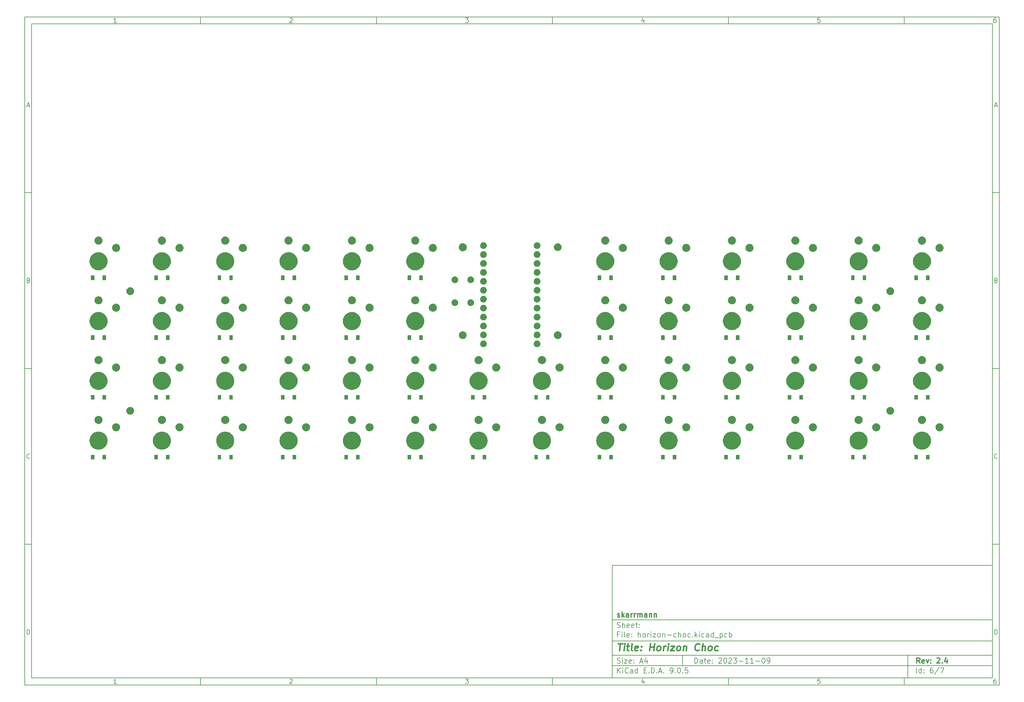
<source format=gbs>
%TF.GenerationSoftware,KiCad,Pcbnew,9.0.5*%
%TF.CreationDate,2026-02-19T02:28:35-07:00*%
%TF.ProjectId,horizon-choc,686f7269-7a6f-46e2-9d63-686f632e6b69,2.4*%
%TF.SameCoordinates,Original*%
%TF.FileFunction,Soldermask,Bot*%
%TF.FilePolarity,Negative*%
%FSLAX46Y46*%
G04 Gerber Fmt 4.6, Leading zero omitted, Abs format (unit mm)*
G04 Created by KiCad (PCBNEW 9.0.5) date 2026-02-19 02:28:35*
%MOMM*%
%LPD*%
G01*
G04 APERTURE LIST*
%ADD10C,0.100000*%
%ADD11C,0.150000*%
%ADD12C,0.300000*%
%ADD13C,0.400000*%
G04 APERTURE END LIST*
D10*
D11*
X177002200Y-166007200D02*
X285002200Y-166007200D01*
X285002200Y-198007200D01*
X177002200Y-198007200D01*
X177002200Y-166007200D01*
D10*
D11*
X10000000Y-10000000D02*
X287002200Y-10000000D01*
X287002200Y-200007200D01*
X10000000Y-200007200D01*
X10000000Y-10000000D01*
D10*
D11*
X12000000Y-12000000D02*
X285002200Y-12000000D01*
X285002200Y-198007200D01*
X12000000Y-198007200D01*
X12000000Y-12000000D01*
D10*
D11*
X60000000Y-12000000D02*
X60000000Y-10000000D01*
D10*
D11*
X110000000Y-12000000D02*
X110000000Y-10000000D01*
D10*
D11*
X160000000Y-12000000D02*
X160000000Y-10000000D01*
D10*
D11*
X210000000Y-12000000D02*
X210000000Y-10000000D01*
D10*
D11*
X260000000Y-12000000D02*
X260000000Y-10000000D01*
D10*
D11*
X36089160Y-11593604D02*
X35346303Y-11593604D01*
X35717731Y-11593604D02*
X35717731Y-10293604D01*
X35717731Y-10293604D02*
X35593922Y-10479319D01*
X35593922Y-10479319D02*
X35470112Y-10603128D01*
X35470112Y-10603128D02*
X35346303Y-10665033D01*
D10*
D11*
X85346303Y-10417414D02*
X85408207Y-10355509D01*
X85408207Y-10355509D02*
X85532017Y-10293604D01*
X85532017Y-10293604D02*
X85841541Y-10293604D01*
X85841541Y-10293604D02*
X85965350Y-10355509D01*
X85965350Y-10355509D02*
X86027255Y-10417414D01*
X86027255Y-10417414D02*
X86089160Y-10541223D01*
X86089160Y-10541223D02*
X86089160Y-10665033D01*
X86089160Y-10665033D02*
X86027255Y-10850747D01*
X86027255Y-10850747D02*
X85284398Y-11593604D01*
X85284398Y-11593604D02*
X86089160Y-11593604D01*
D10*
D11*
X135284398Y-10293604D02*
X136089160Y-10293604D01*
X136089160Y-10293604D02*
X135655826Y-10788842D01*
X135655826Y-10788842D02*
X135841541Y-10788842D01*
X135841541Y-10788842D02*
X135965350Y-10850747D01*
X135965350Y-10850747D02*
X136027255Y-10912652D01*
X136027255Y-10912652D02*
X136089160Y-11036461D01*
X136089160Y-11036461D02*
X136089160Y-11345985D01*
X136089160Y-11345985D02*
X136027255Y-11469795D01*
X136027255Y-11469795D02*
X135965350Y-11531700D01*
X135965350Y-11531700D02*
X135841541Y-11593604D01*
X135841541Y-11593604D02*
X135470112Y-11593604D01*
X135470112Y-11593604D02*
X135346303Y-11531700D01*
X135346303Y-11531700D02*
X135284398Y-11469795D01*
D10*
D11*
X185965350Y-10726938D02*
X185965350Y-11593604D01*
X185655826Y-10231700D02*
X185346303Y-11160271D01*
X185346303Y-11160271D02*
X186151064Y-11160271D01*
D10*
D11*
X236027255Y-10293604D02*
X235408207Y-10293604D01*
X235408207Y-10293604D02*
X235346303Y-10912652D01*
X235346303Y-10912652D02*
X235408207Y-10850747D01*
X235408207Y-10850747D02*
X235532017Y-10788842D01*
X235532017Y-10788842D02*
X235841541Y-10788842D01*
X235841541Y-10788842D02*
X235965350Y-10850747D01*
X235965350Y-10850747D02*
X236027255Y-10912652D01*
X236027255Y-10912652D02*
X236089160Y-11036461D01*
X236089160Y-11036461D02*
X236089160Y-11345985D01*
X236089160Y-11345985D02*
X236027255Y-11469795D01*
X236027255Y-11469795D02*
X235965350Y-11531700D01*
X235965350Y-11531700D02*
X235841541Y-11593604D01*
X235841541Y-11593604D02*
X235532017Y-11593604D01*
X235532017Y-11593604D02*
X235408207Y-11531700D01*
X235408207Y-11531700D02*
X235346303Y-11469795D01*
D10*
D11*
X285965350Y-10293604D02*
X285717731Y-10293604D01*
X285717731Y-10293604D02*
X285593922Y-10355509D01*
X285593922Y-10355509D02*
X285532017Y-10417414D01*
X285532017Y-10417414D02*
X285408207Y-10603128D01*
X285408207Y-10603128D02*
X285346303Y-10850747D01*
X285346303Y-10850747D02*
X285346303Y-11345985D01*
X285346303Y-11345985D02*
X285408207Y-11469795D01*
X285408207Y-11469795D02*
X285470112Y-11531700D01*
X285470112Y-11531700D02*
X285593922Y-11593604D01*
X285593922Y-11593604D02*
X285841541Y-11593604D01*
X285841541Y-11593604D02*
X285965350Y-11531700D01*
X285965350Y-11531700D02*
X286027255Y-11469795D01*
X286027255Y-11469795D02*
X286089160Y-11345985D01*
X286089160Y-11345985D02*
X286089160Y-11036461D01*
X286089160Y-11036461D02*
X286027255Y-10912652D01*
X286027255Y-10912652D02*
X285965350Y-10850747D01*
X285965350Y-10850747D02*
X285841541Y-10788842D01*
X285841541Y-10788842D02*
X285593922Y-10788842D01*
X285593922Y-10788842D02*
X285470112Y-10850747D01*
X285470112Y-10850747D02*
X285408207Y-10912652D01*
X285408207Y-10912652D02*
X285346303Y-11036461D01*
D10*
D11*
X60000000Y-198007200D02*
X60000000Y-200007200D01*
D10*
D11*
X110000000Y-198007200D02*
X110000000Y-200007200D01*
D10*
D11*
X160000000Y-198007200D02*
X160000000Y-200007200D01*
D10*
D11*
X210000000Y-198007200D02*
X210000000Y-200007200D01*
D10*
D11*
X260000000Y-198007200D02*
X260000000Y-200007200D01*
D10*
D11*
X36089160Y-199600804D02*
X35346303Y-199600804D01*
X35717731Y-199600804D02*
X35717731Y-198300804D01*
X35717731Y-198300804D02*
X35593922Y-198486519D01*
X35593922Y-198486519D02*
X35470112Y-198610328D01*
X35470112Y-198610328D02*
X35346303Y-198672233D01*
D10*
D11*
X85346303Y-198424614D02*
X85408207Y-198362709D01*
X85408207Y-198362709D02*
X85532017Y-198300804D01*
X85532017Y-198300804D02*
X85841541Y-198300804D01*
X85841541Y-198300804D02*
X85965350Y-198362709D01*
X85965350Y-198362709D02*
X86027255Y-198424614D01*
X86027255Y-198424614D02*
X86089160Y-198548423D01*
X86089160Y-198548423D02*
X86089160Y-198672233D01*
X86089160Y-198672233D02*
X86027255Y-198857947D01*
X86027255Y-198857947D02*
X85284398Y-199600804D01*
X85284398Y-199600804D02*
X86089160Y-199600804D01*
D10*
D11*
X135284398Y-198300804D02*
X136089160Y-198300804D01*
X136089160Y-198300804D02*
X135655826Y-198796042D01*
X135655826Y-198796042D02*
X135841541Y-198796042D01*
X135841541Y-198796042D02*
X135965350Y-198857947D01*
X135965350Y-198857947D02*
X136027255Y-198919852D01*
X136027255Y-198919852D02*
X136089160Y-199043661D01*
X136089160Y-199043661D02*
X136089160Y-199353185D01*
X136089160Y-199353185D02*
X136027255Y-199476995D01*
X136027255Y-199476995D02*
X135965350Y-199538900D01*
X135965350Y-199538900D02*
X135841541Y-199600804D01*
X135841541Y-199600804D02*
X135470112Y-199600804D01*
X135470112Y-199600804D02*
X135346303Y-199538900D01*
X135346303Y-199538900D02*
X135284398Y-199476995D01*
D10*
D11*
X185965350Y-198734138D02*
X185965350Y-199600804D01*
X185655826Y-198238900D02*
X185346303Y-199167471D01*
X185346303Y-199167471D02*
X186151064Y-199167471D01*
D10*
D11*
X236027255Y-198300804D02*
X235408207Y-198300804D01*
X235408207Y-198300804D02*
X235346303Y-198919852D01*
X235346303Y-198919852D02*
X235408207Y-198857947D01*
X235408207Y-198857947D02*
X235532017Y-198796042D01*
X235532017Y-198796042D02*
X235841541Y-198796042D01*
X235841541Y-198796042D02*
X235965350Y-198857947D01*
X235965350Y-198857947D02*
X236027255Y-198919852D01*
X236027255Y-198919852D02*
X236089160Y-199043661D01*
X236089160Y-199043661D02*
X236089160Y-199353185D01*
X236089160Y-199353185D02*
X236027255Y-199476995D01*
X236027255Y-199476995D02*
X235965350Y-199538900D01*
X235965350Y-199538900D02*
X235841541Y-199600804D01*
X235841541Y-199600804D02*
X235532017Y-199600804D01*
X235532017Y-199600804D02*
X235408207Y-199538900D01*
X235408207Y-199538900D02*
X235346303Y-199476995D01*
D10*
D11*
X285965350Y-198300804D02*
X285717731Y-198300804D01*
X285717731Y-198300804D02*
X285593922Y-198362709D01*
X285593922Y-198362709D02*
X285532017Y-198424614D01*
X285532017Y-198424614D02*
X285408207Y-198610328D01*
X285408207Y-198610328D02*
X285346303Y-198857947D01*
X285346303Y-198857947D02*
X285346303Y-199353185D01*
X285346303Y-199353185D02*
X285408207Y-199476995D01*
X285408207Y-199476995D02*
X285470112Y-199538900D01*
X285470112Y-199538900D02*
X285593922Y-199600804D01*
X285593922Y-199600804D02*
X285841541Y-199600804D01*
X285841541Y-199600804D02*
X285965350Y-199538900D01*
X285965350Y-199538900D02*
X286027255Y-199476995D01*
X286027255Y-199476995D02*
X286089160Y-199353185D01*
X286089160Y-199353185D02*
X286089160Y-199043661D01*
X286089160Y-199043661D02*
X286027255Y-198919852D01*
X286027255Y-198919852D02*
X285965350Y-198857947D01*
X285965350Y-198857947D02*
X285841541Y-198796042D01*
X285841541Y-198796042D02*
X285593922Y-198796042D01*
X285593922Y-198796042D02*
X285470112Y-198857947D01*
X285470112Y-198857947D02*
X285408207Y-198919852D01*
X285408207Y-198919852D02*
X285346303Y-199043661D01*
D10*
D11*
X10000000Y-60000000D02*
X12000000Y-60000000D01*
D10*
D11*
X10000000Y-110000000D02*
X12000000Y-110000000D01*
D10*
D11*
X10000000Y-160000000D02*
X12000000Y-160000000D01*
D10*
D11*
X10690476Y-35222176D02*
X11309523Y-35222176D01*
X10566666Y-35593604D02*
X10999999Y-34293604D01*
X10999999Y-34293604D02*
X11433333Y-35593604D01*
D10*
D11*
X11092857Y-84912652D02*
X11278571Y-84974557D01*
X11278571Y-84974557D02*
X11340476Y-85036461D01*
X11340476Y-85036461D02*
X11402380Y-85160271D01*
X11402380Y-85160271D02*
X11402380Y-85345985D01*
X11402380Y-85345985D02*
X11340476Y-85469795D01*
X11340476Y-85469795D02*
X11278571Y-85531700D01*
X11278571Y-85531700D02*
X11154761Y-85593604D01*
X11154761Y-85593604D02*
X10659523Y-85593604D01*
X10659523Y-85593604D02*
X10659523Y-84293604D01*
X10659523Y-84293604D02*
X11092857Y-84293604D01*
X11092857Y-84293604D02*
X11216666Y-84355509D01*
X11216666Y-84355509D02*
X11278571Y-84417414D01*
X11278571Y-84417414D02*
X11340476Y-84541223D01*
X11340476Y-84541223D02*
X11340476Y-84665033D01*
X11340476Y-84665033D02*
X11278571Y-84788842D01*
X11278571Y-84788842D02*
X11216666Y-84850747D01*
X11216666Y-84850747D02*
X11092857Y-84912652D01*
X11092857Y-84912652D02*
X10659523Y-84912652D01*
D10*
D11*
X11402380Y-135469795D02*
X11340476Y-135531700D01*
X11340476Y-135531700D02*
X11154761Y-135593604D01*
X11154761Y-135593604D02*
X11030952Y-135593604D01*
X11030952Y-135593604D02*
X10845238Y-135531700D01*
X10845238Y-135531700D02*
X10721428Y-135407890D01*
X10721428Y-135407890D02*
X10659523Y-135284080D01*
X10659523Y-135284080D02*
X10597619Y-135036461D01*
X10597619Y-135036461D02*
X10597619Y-134850747D01*
X10597619Y-134850747D02*
X10659523Y-134603128D01*
X10659523Y-134603128D02*
X10721428Y-134479319D01*
X10721428Y-134479319D02*
X10845238Y-134355509D01*
X10845238Y-134355509D02*
X11030952Y-134293604D01*
X11030952Y-134293604D02*
X11154761Y-134293604D01*
X11154761Y-134293604D02*
X11340476Y-134355509D01*
X11340476Y-134355509D02*
X11402380Y-134417414D01*
D10*
D11*
X10659523Y-185593604D02*
X10659523Y-184293604D01*
X10659523Y-184293604D02*
X10969047Y-184293604D01*
X10969047Y-184293604D02*
X11154761Y-184355509D01*
X11154761Y-184355509D02*
X11278571Y-184479319D01*
X11278571Y-184479319D02*
X11340476Y-184603128D01*
X11340476Y-184603128D02*
X11402380Y-184850747D01*
X11402380Y-184850747D02*
X11402380Y-185036461D01*
X11402380Y-185036461D02*
X11340476Y-185284080D01*
X11340476Y-185284080D02*
X11278571Y-185407890D01*
X11278571Y-185407890D02*
X11154761Y-185531700D01*
X11154761Y-185531700D02*
X10969047Y-185593604D01*
X10969047Y-185593604D02*
X10659523Y-185593604D01*
D10*
D11*
X287002200Y-60000000D02*
X285002200Y-60000000D01*
D10*
D11*
X287002200Y-110000000D02*
X285002200Y-110000000D01*
D10*
D11*
X287002200Y-160000000D02*
X285002200Y-160000000D01*
D10*
D11*
X285692676Y-35222176D02*
X286311723Y-35222176D01*
X285568866Y-35593604D02*
X286002199Y-34293604D01*
X286002199Y-34293604D02*
X286435533Y-35593604D01*
D10*
D11*
X286095057Y-84912652D02*
X286280771Y-84974557D01*
X286280771Y-84974557D02*
X286342676Y-85036461D01*
X286342676Y-85036461D02*
X286404580Y-85160271D01*
X286404580Y-85160271D02*
X286404580Y-85345985D01*
X286404580Y-85345985D02*
X286342676Y-85469795D01*
X286342676Y-85469795D02*
X286280771Y-85531700D01*
X286280771Y-85531700D02*
X286156961Y-85593604D01*
X286156961Y-85593604D02*
X285661723Y-85593604D01*
X285661723Y-85593604D02*
X285661723Y-84293604D01*
X285661723Y-84293604D02*
X286095057Y-84293604D01*
X286095057Y-84293604D02*
X286218866Y-84355509D01*
X286218866Y-84355509D02*
X286280771Y-84417414D01*
X286280771Y-84417414D02*
X286342676Y-84541223D01*
X286342676Y-84541223D02*
X286342676Y-84665033D01*
X286342676Y-84665033D02*
X286280771Y-84788842D01*
X286280771Y-84788842D02*
X286218866Y-84850747D01*
X286218866Y-84850747D02*
X286095057Y-84912652D01*
X286095057Y-84912652D02*
X285661723Y-84912652D01*
D10*
D11*
X286404580Y-135469795D02*
X286342676Y-135531700D01*
X286342676Y-135531700D02*
X286156961Y-135593604D01*
X286156961Y-135593604D02*
X286033152Y-135593604D01*
X286033152Y-135593604D02*
X285847438Y-135531700D01*
X285847438Y-135531700D02*
X285723628Y-135407890D01*
X285723628Y-135407890D02*
X285661723Y-135284080D01*
X285661723Y-135284080D02*
X285599819Y-135036461D01*
X285599819Y-135036461D02*
X285599819Y-134850747D01*
X285599819Y-134850747D02*
X285661723Y-134603128D01*
X285661723Y-134603128D02*
X285723628Y-134479319D01*
X285723628Y-134479319D02*
X285847438Y-134355509D01*
X285847438Y-134355509D02*
X286033152Y-134293604D01*
X286033152Y-134293604D02*
X286156961Y-134293604D01*
X286156961Y-134293604D02*
X286342676Y-134355509D01*
X286342676Y-134355509D02*
X286404580Y-134417414D01*
D10*
D11*
X285661723Y-185593604D02*
X285661723Y-184293604D01*
X285661723Y-184293604D02*
X285971247Y-184293604D01*
X285971247Y-184293604D02*
X286156961Y-184355509D01*
X286156961Y-184355509D02*
X286280771Y-184479319D01*
X286280771Y-184479319D02*
X286342676Y-184603128D01*
X286342676Y-184603128D02*
X286404580Y-184850747D01*
X286404580Y-184850747D02*
X286404580Y-185036461D01*
X286404580Y-185036461D02*
X286342676Y-185284080D01*
X286342676Y-185284080D02*
X286280771Y-185407890D01*
X286280771Y-185407890D02*
X286156961Y-185531700D01*
X286156961Y-185531700D02*
X285971247Y-185593604D01*
X285971247Y-185593604D02*
X285661723Y-185593604D01*
D10*
D11*
X200458026Y-193793328D02*
X200458026Y-192293328D01*
X200458026Y-192293328D02*
X200815169Y-192293328D01*
X200815169Y-192293328D02*
X201029455Y-192364757D01*
X201029455Y-192364757D02*
X201172312Y-192507614D01*
X201172312Y-192507614D02*
X201243741Y-192650471D01*
X201243741Y-192650471D02*
X201315169Y-192936185D01*
X201315169Y-192936185D02*
X201315169Y-193150471D01*
X201315169Y-193150471D02*
X201243741Y-193436185D01*
X201243741Y-193436185D02*
X201172312Y-193579042D01*
X201172312Y-193579042D02*
X201029455Y-193721900D01*
X201029455Y-193721900D02*
X200815169Y-193793328D01*
X200815169Y-193793328D02*
X200458026Y-193793328D01*
X202600884Y-193793328D02*
X202600884Y-193007614D01*
X202600884Y-193007614D02*
X202529455Y-192864757D01*
X202529455Y-192864757D02*
X202386598Y-192793328D01*
X202386598Y-192793328D02*
X202100884Y-192793328D01*
X202100884Y-192793328D02*
X201958026Y-192864757D01*
X202600884Y-193721900D02*
X202458026Y-193793328D01*
X202458026Y-193793328D02*
X202100884Y-193793328D01*
X202100884Y-193793328D02*
X201958026Y-193721900D01*
X201958026Y-193721900D02*
X201886598Y-193579042D01*
X201886598Y-193579042D02*
X201886598Y-193436185D01*
X201886598Y-193436185D02*
X201958026Y-193293328D01*
X201958026Y-193293328D02*
X202100884Y-193221900D01*
X202100884Y-193221900D02*
X202458026Y-193221900D01*
X202458026Y-193221900D02*
X202600884Y-193150471D01*
X203100884Y-192793328D02*
X203672312Y-192793328D01*
X203315169Y-192293328D02*
X203315169Y-193579042D01*
X203315169Y-193579042D02*
X203386598Y-193721900D01*
X203386598Y-193721900D02*
X203529455Y-193793328D01*
X203529455Y-193793328D02*
X203672312Y-193793328D01*
X204743741Y-193721900D02*
X204600884Y-193793328D01*
X204600884Y-193793328D02*
X204315170Y-193793328D01*
X204315170Y-193793328D02*
X204172312Y-193721900D01*
X204172312Y-193721900D02*
X204100884Y-193579042D01*
X204100884Y-193579042D02*
X204100884Y-193007614D01*
X204100884Y-193007614D02*
X204172312Y-192864757D01*
X204172312Y-192864757D02*
X204315170Y-192793328D01*
X204315170Y-192793328D02*
X204600884Y-192793328D01*
X204600884Y-192793328D02*
X204743741Y-192864757D01*
X204743741Y-192864757D02*
X204815170Y-193007614D01*
X204815170Y-193007614D02*
X204815170Y-193150471D01*
X204815170Y-193150471D02*
X204100884Y-193293328D01*
X205458026Y-193650471D02*
X205529455Y-193721900D01*
X205529455Y-193721900D02*
X205458026Y-193793328D01*
X205458026Y-193793328D02*
X205386598Y-193721900D01*
X205386598Y-193721900D02*
X205458026Y-193650471D01*
X205458026Y-193650471D02*
X205458026Y-193793328D01*
X205458026Y-192864757D02*
X205529455Y-192936185D01*
X205529455Y-192936185D02*
X205458026Y-193007614D01*
X205458026Y-193007614D02*
X205386598Y-192936185D01*
X205386598Y-192936185D02*
X205458026Y-192864757D01*
X205458026Y-192864757D02*
X205458026Y-193007614D01*
X207243741Y-192436185D02*
X207315169Y-192364757D01*
X207315169Y-192364757D02*
X207458027Y-192293328D01*
X207458027Y-192293328D02*
X207815169Y-192293328D01*
X207815169Y-192293328D02*
X207958027Y-192364757D01*
X207958027Y-192364757D02*
X208029455Y-192436185D01*
X208029455Y-192436185D02*
X208100884Y-192579042D01*
X208100884Y-192579042D02*
X208100884Y-192721900D01*
X208100884Y-192721900D02*
X208029455Y-192936185D01*
X208029455Y-192936185D02*
X207172312Y-193793328D01*
X207172312Y-193793328D02*
X208100884Y-193793328D01*
X209029455Y-192293328D02*
X209172312Y-192293328D01*
X209172312Y-192293328D02*
X209315169Y-192364757D01*
X209315169Y-192364757D02*
X209386598Y-192436185D01*
X209386598Y-192436185D02*
X209458026Y-192579042D01*
X209458026Y-192579042D02*
X209529455Y-192864757D01*
X209529455Y-192864757D02*
X209529455Y-193221900D01*
X209529455Y-193221900D02*
X209458026Y-193507614D01*
X209458026Y-193507614D02*
X209386598Y-193650471D01*
X209386598Y-193650471D02*
X209315169Y-193721900D01*
X209315169Y-193721900D02*
X209172312Y-193793328D01*
X209172312Y-193793328D02*
X209029455Y-193793328D01*
X209029455Y-193793328D02*
X208886598Y-193721900D01*
X208886598Y-193721900D02*
X208815169Y-193650471D01*
X208815169Y-193650471D02*
X208743740Y-193507614D01*
X208743740Y-193507614D02*
X208672312Y-193221900D01*
X208672312Y-193221900D02*
X208672312Y-192864757D01*
X208672312Y-192864757D02*
X208743740Y-192579042D01*
X208743740Y-192579042D02*
X208815169Y-192436185D01*
X208815169Y-192436185D02*
X208886598Y-192364757D01*
X208886598Y-192364757D02*
X209029455Y-192293328D01*
X210100883Y-192436185D02*
X210172311Y-192364757D01*
X210172311Y-192364757D02*
X210315169Y-192293328D01*
X210315169Y-192293328D02*
X210672311Y-192293328D01*
X210672311Y-192293328D02*
X210815169Y-192364757D01*
X210815169Y-192364757D02*
X210886597Y-192436185D01*
X210886597Y-192436185D02*
X210958026Y-192579042D01*
X210958026Y-192579042D02*
X210958026Y-192721900D01*
X210958026Y-192721900D02*
X210886597Y-192936185D01*
X210886597Y-192936185D02*
X210029454Y-193793328D01*
X210029454Y-193793328D02*
X210958026Y-193793328D01*
X211458025Y-192293328D02*
X212386597Y-192293328D01*
X212386597Y-192293328D02*
X211886597Y-192864757D01*
X211886597Y-192864757D02*
X212100882Y-192864757D01*
X212100882Y-192864757D02*
X212243740Y-192936185D01*
X212243740Y-192936185D02*
X212315168Y-193007614D01*
X212315168Y-193007614D02*
X212386597Y-193150471D01*
X212386597Y-193150471D02*
X212386597Y-193507614D01*
X212386597Y-193507614D02*
X212315168Y-193650471D01*
X212315168Y-193650471D02*
X212243740Y-193721900D01*
X212243740Y-193721900D02*
X212100882Y-193793328D01*
X212100882Y-193793328D02*
X211672311Y-193793328D01*
X211672311Y-193793328D02*
X211529454Y-193721900D01*
X211529454Y-193721900D02*
X211458025Y-193650471D01*
X213029453Y-193221900D02*
X214172311Y-193221900D01*
X215672311Y-193793328D02*
X214815168Y-193793328D01*
X215243739Y-193793328D02*
X215243739Y-192293328D01*
X215243739Y-192293328D02*
X215100882Y-192507614D01*
X215100882Y-192507614D02*
X214958025Y-192650471D01*
X214958025Y-192650471D02*
X214815168Y-192721900D01*
X217100882Y-193793328D02*
X216243739Y-193793328D01*
X216672310Y-193793328D02*
X216672310Y-192293328D01*
X216672310Y-192293328D02*
X216529453Y-192507614D01*
X216529453Y-192507614D02*
X216386596Y-192650471D01*
X216386596Y-192650471D02*
X216243739Y-192721900D01*
X217743738Y-193221900D02*
X218886596Y-193221900D01*
X219886596Y-192293328D02*
X220029453Y-192293328D01*
X220029453Y-192293328D02*
X220172310Y-192364757D01*
X220172310Y-192364757D02*
X220243739Y-192436185D01*
X220243739Y-192436185D02*
X220315167Y-192579042D01*
X220315167Y-192579042D02*
X220386596Y-192864757D01*
X220386596Y-192864757D02*
X220386596Y-193221900D01*
X220386596Y-193221900D02*
X220315167Y-193507614D01*
X220315167Y-193507614D02*
X220243739Y-193650471D01*
X220243739Y-193650471D02*
X220172310Y-193721900D01*
X220172310Y-193721900D02*
X220029453Y-193793328D01*
X220029453Y-193793328D02*
X219886596Y-193793328D01*
X219886596Y-193793328D02*
X219743739Y-193721900D01*
X219743739Y-193721900D02*
X219672310Y-193650471D01*
X219672310Y-193650471D02*
X219600881Y-193507614D01*
X219600881Y-193507614D02*
X219529453Y-193221900D01*
X219529453Y-193221900D02*
X219529453Y-192864757D01*
X219529453Y-192864757D02*
X219600881Y-192579042D01*
X219600881Y-192579042D02*
X219672310Y-192436185D01*
X219672310Y-192436185D02*
X219743739Y-192364757D01*
X219743739Y-192364757D02*
X219886596Y-192293328D01*
X221100881Y-193793328D02*
X221386595Y-193793328D01*
X221386595Y-193793328D02*
X221529452Y-193721900D01*
X221529452Y-193721900D02*
X221600881Y-193650471D01*
X221600881Y-193650471D02*
X221743738Y-193436185D01*
X221743738Y-193436185D02*
X221815167Y-193150471D01*
X221815167Y-193150471D02*
X221815167Y-192579042D01*
X221815167Y-192579042D02*
X221743738Y-192436185D01*
X221743738Y-192436185D02*
X221672310Y-192364757D01*
X221672310Y-192364757D02*
X221529452Y-192293328D01*
X221529452Y-192293328D02*
X221243738Y-192293328D01*
X221243738Y-192293328D02*
X221100881Y-192364757D01*
X221100881Y-192364757D02*
X221029452Y-192436185D01*
X221029452Y-192436185D02*
X220958024Y-192579042D01*
X220958024Y-192579042D02*
X220958024Y-192936185D01*
X220958024Y-192936185D02*
X221029452Y-193079042D01*
X221029452Y-193079042D02*
X221100881Y-193150471D01*
X221100881Y-193150471D02*
X221243738Y-193221900D01*
X221243738Y-193221900D02*
X221529452Y-193221900D01*
X221529452Y-193221900D02*
X221672310Y-193150471D01*
X221672310Y-193150471D02*
X221743738Y-193079042D01*
X221743738Y-193079042D02*
X221815167Y-192936185D01*
D10*
D11*
X177002200Y-194507200D02*
X285002200Y-194507200D01*
D10*
D11*
X178458026Y-196593328D02*
X178458026Y-195093328D01*
X179315169Y-196593328D02*
X178672312Y-195736185D01*
X179315169Y-195093328D02*
X178458026Y-195950471D01*
X179958026Y-196593328D02*
X179958026Y-195593328D01*
X179958026Y-195093328D02*
X179886598Y-195164757D01*
X179886598Y-195164757D02*
X179958026Y-195236185D01*
X179958026Y-195236185D02*
X180029455Y-195164757D01*
X180029455Y-195164757D02*
X179958026Y-195093328D01*
X179958026Y-195093328D02*
X179958026Y-195236185D01*
X181529455Y-196450471D02*
X181458027Y-196521900D01*
X181458027Y-196521900D02*
X181243741Y-196593328D01*
X181243741Y-196593328D02*
X181100884Y-196593328D01*
X181100884Y-196593328D02*
X180886598Y-196521900D01*
X180886598Y-196521900D02*
X180743741Y-196379042D01*
X180743741Y-196379042D02*
X180672312Y-196236185D01*
X180672312Y-196236185D02*
X180600884Y-195950471D01*
X180600884Y-195950471D02*
X180600884Y-195736185D01*
X180600884Y-195736185D02*
X180672312Y-195450471D01*
X180672312Y-195450471D02*
X180743741Y-195307614D01*
X180743741Y-195307614D02*
X180886598Y-195164757D01*
X180886598Y-195164757D02*
X181100884Y-195093328D01*
X181100884Y-195093328D02*
X181243741Y-195093328D01*
X181243741Y-195093328D02*
X181458027Y-195164757D01*
X181458027Y-195164757D02*
X181529455Y-195236185D01*
X182815170Y-196593328D02*
X182815170Y-195807614D01*
X182815170Y-195807614D02*
X182743741Y-195664757D01*
X182743741Y-195664757D02*
X182600884Y-195593328D01*
X182600884Y-195593328D02*
X182315170Y-195593328D01*
X182315170Y-195593328D02*
X182172312Y-195664757D01*
X182815170Y-196521900D02*
X182672312Y-196593328D01*
X182672312Y-196593328D02*
X182315170Y-196593328D01*
X182315170Y-196593328D02*
X182172312Y-196521900D01*
X182172312Y-196521900D02*
X182100884Y-196379042D01*
X182100884Y-196379042D02*
X182100884Y-196236185D01*
X182100884Y-196236185D02*
X182172312Y-196093328D01*
X182172312Y-196093328D02*
X182315170Y-196021900D01*
X182315170Y-196021900D02*
X182672312Y-196021900D01*
X182672312Y-196021900D02*
X182815170Y-195950471D01*
X184172313Y-196593328D02*
X184172313Y-195093328D01*
X184172313Y-196521900D02*
X184029455Y-196593328D01*
X184029455Y-196593328D02*
X183743741Y-196593328D01*
X183743741Y-196593328D02*
X183600884Y-196521900D01*
X183600884Y-196521900D02*
X183529455Y-196450471D01*
X183529455Y-196450471D02*
X183458027Y-196307614D01*
X183458027Y-196307614D02*
X183458027Y-195879042D01*
X183458027Y-195879042D02*
X183529455Y-195736185D01*
X183529455Y-195736185D02*
X183600884Y-195664757D01*
X183600884Y-195664757D02*
X183743741Y-195593328D01*
X183743741Y-195593328D02*
X184029455Y-195593328D01*
X184029455Y-195593328D02*
X184172313Y-195664757D01*
X186029455Y-195807614D02*
X186529455Y-195807614D01*
X186743741Y-196593328D02*
X186029455Y-196593328D01*
X186029455Y-196593328D02*
X186029455Y-195093328D01*
X186029455Y-195093328D02*
X186743741Y-195093328D01*
X187386598Y-196450471D02*
X187458027Y-196521900D01*
X187458027Y-196521900D02*
X187386598Y-196593328D01*
X187386598Y-196593328D02*
X187315170Y-196521900D01*
X187315170Y-196521900D02*
X187386598Y-196450471D01*
X187386598Y-196450471D02*
X187386598Y-196593328D01*
X188100884Y-196593328D02*
X188100884Y-195093328D01*
X188100884Y-195093328D02*
X188458027Y-195093328D01*
X188458027Y-195093328D02*
X188672313Y-195164757D01*
X188672313Y-195164757D02*
X188815170Y-195307614D01*
X188815170Y-195307614D02*
X188886599Y-195450471D01*
X188886599Y-195450471D02*
X188958027Y-195736185D01*
X188958027Y-195736185D02*
X188958027Y-195950471D01*
X188958027Y-195950471D02*
X188886599Y-196236185D01*
X188886599Y-196236185D02*
X188815170Y-196379042D01*
X188815170Y-196379042D02*
X188672313Y-196521900D01*
X188672313Y-196521900D02*
X188458027Y-196593328D01*
X188458027Y-196593328D02*
X188100884Y-196593328D01*
X189600884Y-196450471D02*
X189672313Y-196521900D01*
X189672313Y-196521900D02*
X189600884Y-196593328D01*
X189600884Y-196593328D02*
X189529456Y-196521900D01*
X189529456Y-196521900D02*
X189600884Y-196450471D01*
X189600884Y-196450471D02*
X189600884Y-196593328D01*
X190243742Y-196164757D02*
X190958028Y-196164757D01*
X190100885Y-196593328D02*
X190600885Y-195093328D01*
X190600885Y-195093328D02*
X191100885Y-196593328D01*
X191600884Y-196450471D02*
X191672313Y-196521900D01*
X191672313Y-196521900D02*
X191600884Y-196593328D01*
X191600884Y-196593328D02*
X191529456Y-196521900D01*
X191529456Y-196521900D02*
X191600884Y-196450471D01*
X191600884Y-196450471D02*
X191600884Y-196593328D01*
X193529456Y-196593328D02*
X193815170Y-196593328D01*
X193815170Y-196593328D02*
X193958027Y-196521900D01*
X193958027Y-196521900D02*
X194029456Y-196450471D01*
X194029456Y-196450471D02*
X194172313Y-196236185D01*
X194172313Y-196236185D02*
X194243742Y-195950471D01*
X194243742Y-195950471D02*
X194243742Y-195379042D01*
X194243742Y-195379042D02*
X194172313Y-195236185D01*
X194172313Y-195236185D02*
X194100885Y-195164757D01*
X194100885Y-195164757D02*
X193958027Y-195093328D01*
X193958027Y-195093328D02*
X193672313Y-195093328D01*
X193672313Y-195093328D02*
X193529456Y-195164757D01*
X193529456Y-195164757D02*
X193458027Y-195236185D01*
X193458027Y-195236185D02*
X193386599Y-195379042D01*
X193386599Y-195379042D02*
X193386599Y-195736185D01*
X193386599Y-195736185D02*
X193458027Y-195879042D01*
X193458027Y-195879042D02*
X193529456Y-195950471D01*
X193529456Y-195950471D02*
X193672313Y-196021900D01*
X193672313Y-196021900D02*
X193958027Y-196021900D01*
X193958027Y-196021900D02*
X194100885Y-195950471D01*
X194100885Y-195950471D02*
X194172313Y-195879042D01*
X194172313Y-195879042D02*
X194243742Y-195736185D01*
X194886598Y-196450471D02*
X194958027Y-196521900D01*
X194958027Y-196521900D02*
X194886598Y-196593328D01*
X194886598Y-196593328D02*
X194815170Y-196521900D01*
X194815170Y-196521900D02*
X194886598Y-196450471D01*
X194886598Y-196450471D02*
X194886598Y-196593328D01*
X195886599Y-195093328D02*
X196029456Y-195093328D01*
X196029456Y-195093328D02*
X196172313Y-195164757D01*
X196172313Y-195164757D02*
X196243742Y-195236185D01*
X196243742Y-195236185D02*
X196315170Y-195379042D01*
X196315170Y-195379042D02*
X196386599Y-195664757D01*
X196386599Y-195664757D02*
X196386599Y-196021900D01*
X196386599Y-196021900D02*
X196315170Y-196307614D01*
X196315170Y-196307614D02*
X196243742Y-196450471D01*
X196243742Y-196450471D02*
X196172313Y-196521900D01*
X196172313Y-196521900D02*
X196029456Y-196593328D01*
X196029456Y-196593328D02*
X195886599Y-196593328D01*
X195886599Y-196593328D02*
X195743742Y-196521900D01*
X195743742Y-196521900D02*
X195672313Y-196450471D01*
X195672313Y-196450471D02*
X195600884Y-196307614D01*
X195600884Y-196307614D02*
X195529456Y-196021900D01*
X195529456Y-196021900D02*
X195529456Y-195664757D01*
X195529456Y-195664757D02*
X195600884Y-195379042D01*
X195600884Y-195379042D02*
X195672313Y-195236185D01*
X195672313Y-195236185D02*
X195743742Y-195164757D01*
X195743742Y-195164757D02*
X195886599Y-195093328D01*
X197029455Y-196450471D02*
X197100884Y-196521900D01*
X197100884Y-196521900D02*
X197029455Y-196593328D01*
X197029455Y-196593328D02*
X196958027Y-196521900D01*
X196958027Y-196521900D02*
X197029455Y-196450471D01*
X197029455Y-196450471D02*
X197029455Y-196593328D01*
X198458027Y-195093328D02*
X197743741Y-195093328D01*
X197743741Y-195093328D02*
X197672313Y-195807614D01*
X197672313Y-195807614D02*
X197743741Y-195736185D01*
X197743741Y-195736185D02*
X197886599Y-195664757D01*
X197886599Y-195664757D02*
X198243741Y-195664757D01*
X198243741Y-195664757D02*
X198386599Y-195736185D01*
X198386599Y-195736185D02*
X198458027Y-195807614D01*
X198458027Y-195807614D02*
X198529456Y-195950471D01*
X198529456Y-195950471D02*
X198529456Y-196307614D01*
X198529456Y-196307614D02*
X198458027Y-196450471D01*
X198458027Y-196450471D02*
X198386599Y-196521900D01*
X198386599Y-196521900D02*
X198243741Y-196593328D01*
X198243741Y-196593328D02*
X197886599Y-196593328D01*
X197886599Y-196593328D02*
X197743741Y-196521900D01*
X197743741Y-196521900D02*
X197672313Y-196450471D01*
D10*
D11*
X177002200Y-191507200D02*
X285002200Y-191507200D01*
D10*
D12*
X264413853Y-193785528D02*
X263913853Y-193071242D01*
X263556710Y-193785528D02*
X263556710Y-192285528D01*
X263556710Y-192285528D02*
X264128139Y-192285528D01*
X264128139Y-192285528D02*
X264270996Y-192356957D01*
X264270996Y-192356957D02*
X264342425Y-192428385D01*
X264342425Y-192428385D02*
X264413853Y-192571242D01*
X264413853Y-192571242D02*
X264413853Y-192785528D01*
X264413853Y-192785528D02*
X264342425Y-192928385D01*
X264342425Y-192928385D02*
X264270996Y-192999814D01*
X264270996Y-192999814D02*
X264128139Y-193071242D01*
X264128139Y-193071242D02*
X263556710Y-193071242D01*
X265628139Y-193714100D02*
X265485282Y-193785528D01*
X265485282Y-193785528D02*
X265199568Y-193785528D01*
X265199568Y-193785528D02*
X265056710Y-193714100D01*
X265056710Y-193714100D02*
X264985282Y-193571242D01*
X264985282Y-193571242D02*
X264985282Y-192999814D01*
X264985282Y-192999814D02*
X265056710Y-192856957D01*
X265056710Y-192856957D02*
X265199568Y-192785528D01*
X265199568Y-192785528D02*
X265485282Y-192785528D01*
X265485282Y-192785528D02*
X265628139Y-192856957D01*
X265628139Y-192856957D02*
X265699568Y-192999814D01*
X265699568Y-192999814D02*
X265699568Y-193142671D01*
X265699568Y-193142671D02*
X264985282Y-193285528D01*
X266199567Y-192785528D02*
X266556710Y-193785528D01*
X266556710Y-193785528D02*
X266913853Y-192785528D01*
X267485281Y-193642671D02*
X267556710Y-193714100D01*
X267556710Y-193714100D02*
X267485281Y-193785528D01*
X267485281Y-193785528D02*
X267413853Y-193714100D01*
X267413853Y-193714100D02*
X267485281Y-193642671D01*
X267485281Y-193642671D02*
X267485281Y-193785528D01*
X267485281Y-192856957D02*
X267556710Y-192928385D01*
X267556710Y-192928385D02*
X267485281Y-192999814D01*
X267485281Y-192999814D02*
X267413853Y-192928385D01*
X267413853Y-192928385D02*
X267485281Y-192856957D01*
X267485281Y-192856957D02*
X267485281Y-192999814D01*
X269270996Y-192428385D02*
X269342424Y-192356957D01*
X269342424Y-192356957D02*
X269485282Y-192285528D01*
X269485282Y-192285528D02*
X269842424Y-192285528D01*
X269842424Y-192285528D02*
X269985282Y-192356957D01*
X269985282Y-192356957D02*
X270056710Y-192428385D01*
X270056710Y-192428385D02*
X270128139Y-192571242D01*
X270128139Y-192571242D02*
X270128139Y-192714100D01*
X270128139Y-192714100D02*
X270056710Y-192928385D01*
X270056710Y-192928385D02*
X269199567Y-193785528D01*
X269199567Y-193785528D02*
X270128139Y-193785528D01*
X270770995Y-193642671D02*
X270842424Y-193714100D01*
X270842424Y-193714100D02*
X270770995Y-193785528D01*
X270770995Y-193785528D02*
X270699567Y-193714100D01*
X270699567Y-193714100D02*
X270770995Y-193642671D01*
X270770995Y-193642671D02*
X270770995Y-193785528D01*
X272128139Y-192785528D02*
X272128139Y-193785528D01*
X271770996Y-192214100D02*
X271413853Y-193285528D01*
X271413853Y-193285528D02*
X272342424Y-193285528D01*
D10*
D11*
X178386598Y-193721900D02*
X178600884Y-193793328D01*
X178600884Y-193793328D02*
X178958026Y-193793328D01*
X178958026Y-193793328D02*
X179100884Y-193721900D01*
X179100884Y-193721900D02*
X179172312Y-193650471D01*
X179172312Y-193650471D02*
X179243741Y-193507614D01*
X179243741Y-193507614D02*
X179243741Y-193364757D01*
X179243741Y-193364757D02*
X179172312Y-193221900D01*
X179172312Y-193221900D02*
X179100884Y-193150471D01*
X179100884Y-193150471D02*
X178958026Y-193079042D01*
X178958026Y-193079042D02*
X178672312Y-193007614D01*
X178672312Y-193007614D02*
X178529455Y-192936185D01*
X178529455Y-192936185D02*
X178458026Y-192864757D01*
X178458026Y-192864757D02*
X178386598Y-192721900D01*
X178386598Y-192721900D02*
X178386598Y-192579042D01*
X178386598Y-192579042D02*
X178458026Y-192436185D01*
X178458026Y-192436185D02*
X178529455Y-192364757D01*
X178529455Y-192364757D02*
X178672312Y-192293328D01*
X178672312Y-192293328D02*
X179029455Y-192293328D01*
X179029455Y-192293328D02*
X179243741Y-192364757D01*
X179886597Y-193793328D02*
X179886597Y-192793328D01*
X179886597Y-192293328D02*
X179815169Y-192364757D01*
X179815169Y-192364757D02*
X179886597Y-192436185D01*
X179886597Y-192436185D02*
X179958026Y-192364757D01*
X179958026Y-192364757D02*
X179886597Y-192293328D01*
X179886597Y-192293328D02*
X179886597Y-192436185D01*
X180458026Y-192793328D02*
X181243741Y-192793328D01*
X181243741Y-192793328D02*
X180458026Y-193793328D01*
X180458026Y-193793328D02*
X181243741Y-193793328D01*
X182386598Y-193721900D02*
X182243741Y-193793328D01*
X182243741Y-193793328D02*
X181958027Y-193793328D01*
X181958027Y-193793328D02*
X181815169Y-193721900D01*
X181815169Y-193721900D02*
X181743741Y-193579042D01*
X181743741Y-193579042D02*
X181743741Y-193007614D01*
X181743741Y-193007614D02*
X181815169Y-192864757D01*
X181815169Y-192864757D02*
X181958027Y-192793328D01*
X181958027Y-192793328D02*
X182243741Y-192793328D01*
X182243741Y-192793328D02*
X182386598Y-192864757D01*
X182386598Y-192864757D02*
X182458027Y-193007614D01*
X182458027Y-193007614D02*
X182458027Y-193150471D01*
X182458027Y-193150471D02*
X181743741Y-193293328D01*
X183100883Y-193650471D02*
X183172312Y-193721900D01*
X183172312Y-193721900D02*
X183100883Y-193793328D01*
X183100883Y-193793328D02*
X183029455Y-193721900D01*
X183029455Y-193721900D02*
X183100883Y-193650471D01*
X183100883Y-193650471D02*
X183100883Y-193793328D01*
X183100883Y-192864757D02*
X183172312Y-192936185D01*
X183172312Y-192936185D02*
X183100883Y-193007614D01*
X183100883Y-193007614D02*
X183029455Y-192936185D01*
X183029455Y-192936185D02*
X183100883Y-192864757D01*
X183100883Y-192864757D02*
X183100883Y-193007614D01*
X184886598Y-193364757D02*
X185600884Y-193364757D01*
X184743741Y-193793328D02*
X185243741Y-192293328D01*
X185243741Y-192293328D02*
X185743741Y-193793328D01*
X186886598Y-192793328D02*
X186886598Y-193793328D01*
X186529455Y-192221900D02*
X186172312Y-193293328D01*
X186172312Y-193293328D02*
X187100883Y-193293328D01*
D10*
D11*
X263458026Y-196593328D02*
X263458026Y-195093328D01*
X264815170Y-196593328D02*
X264815170Y-195093328D01*
X264815170Y-196521900D02*
X264672312Y-196593328D01*
X264672312Y-196593328D02*
X264386598Y-196593328D01*
X264386598Y-196593328D02*
X264243741Y-196521900D01*
X264243741Y-196521900D02*
X264172312Y-196450471D01*
X264172312Y-196450471D02*
X264100884Y-196307614D01*
X264100884Y-196307614D02*
X264100884Y-195879042D01*
X264100884Y-195879042D02*
X264172312Y-195736185D01*
X264172312Y-195736185D02*
X264243741Y-195664757D01*
X264243741Y-195664757D02*
X264386598Y-195593328D01*
X264386598Y-195593328D02*
X264672312Y-195593328D01*
X264672312Y-195593328D02*
X264815170Y-195664757D01*
X265529455Y-196450471D02*
X265600884Y-196521900D01*
X265600884Y-196521900D02*
X265529455Y-196593328D01*
X265529455Y-196593328D02*
X265458027Y-196521900D01*
X265458027Y-196521900D02*
X265529455Y-196450471D01*
X265529455Y-196450471D02*
X265529455Y-196593328D01*
X265529455Y-195664757D02*
X265600884Y-195736185D01*
X265600884Y-195736185D02*
X265529455Y-195807614D01*
X265529455Y-195807614D02*
X265458027Y-195736185D01*
X265458027Y-195736185D02*
X265529455Y-195664757D01*
X265529455Y-195664757D02*
X265529455Y-195807614D01*
X268029456Y-195093328D02*
X267743741Y-195093328D01*
X267743741Y-195093328D02*
X267600884Y-195164757D01*
X267600884Y-195164757D02*
X267529456Y-195236185D01*
X267529456Y-195236185D02*
X267386598Y-195450471D01*
X267386598Y-195450471D02*
X267315170Y-195736185D01*
X267315170Y-195736185D02*
X267315170Y-196307614D01*
X267315170Y-196307614D02*
X267386598Y-196450471D01*
X267386598Y-196450471D02*
X267458027Y-196521900D01*
X267458027Y-196521900D02*
X267600884Y-196593328D01*
X267600884Y-196593328D02*
X267886598Y-196593328D01*
X267886598Y-196593328D02*
X268029456Y-196521900D01*
X268029456Y-196521900D02*
X268100884Y-196450471D01*
X268100884Y-196450471D02*
X268172313Y-196307614D01*
X268172313Y-196307614D02*
X268172313Y-195950471D01*
X268172313Y-195950471D02*
X268100884Y-195807614D01*
X268100884Y-195807614D02*
X268029456Y-195736185D01*
X268029456Y-195736185D02*
X267886598Y-195664757D01*
X267886598Y-195664757D02*
X267600884Y-195664757D01*
X267600884Y-195664757D02*
X267458027Y-195736185D01*
X267458027Y-195736185D02*
X267386598Y-195807614D01*
X267386598Y-195807614D02*
X267315170Y-195950471D01*
X269886598Y-195021900D02*
X268600884Y-196950471D01*
X270243741Y-195093328D02*
X271243741Y-195093328D01*
X271243741Y-195093328D02*
X270600884Y-196593328D01*
D10*
D11*
X177002200Y-187507200D02*
X285002200Y-187507200D01*
D10*
D13*
X178693928Y-188211638D02*
X179836785Y-188211638D01*
X179015357Y-190211638D02*
X179265357Y-188211638D01*
X180253452Y-190211638D02*
X180420119Y-188878304D01*
X180503452Y-188211638D02*
X180396309Y-188306876D01*
X180396309Y-188306876D02*
X180479643Y-188402114D01*
X180479643Y-188402114D02*
X180586786Y-188306876D01*
X180586786Y-188306876D02*
X180503452Y-188211638D01*
X180503452Y-188211638D02*
X180479643Y-188402114D01*
X181086786Y-188878304D02*
X181848690Y-188878304D01*
X181455833Y-188211638D02*
X181241548Y-189925923D01*
X181241548Y-189925923D02*
X181312976Y-190116400D01*
X181312976Y-190116400D02*
X181491548Y-190211638D01*
X181491548Y-190211638D02*
X181682024Y-190211638D01*
X182634405Y-190211638D02*
X182455833Y-190116400D01*
X182455833Y-190116400D02*
X182384405Y-189925923D01*
X182384405Y-189925923D02*
X182598690Y-188211638D01*
X184170119Y-190116400D02*
X183967738Y-190211638D01*
X183967738Y-190211638D02*
X183586785Y-190211638D01*
X183586785Y-190211638D02*
X183408214Y-190116400D01*
X183408214Y-190116400D02*
X183336785Y-189925923D01*
X183336785Y-189925923D02*
X183432024Y-189164019D01*
X183432024Y-189164019D02*
X183551071Y-188973542D01*
X183551071Y-188973542D02*
X183753452Y-188878304D01*
X183753452Y-188878304D02*
X184134404Y-188878304D01*
X184134404Y-188878304D02*
X184312976Y-188973542D01*
X184312976Y-188973542D02*
X184384404Y-189164019D01*
X184384404Y-189164019D02*
X184360595Y-189354495D01*
X184360595Y-189354495D02*
X183384404Y-189544971D01*
X185134405Y-190021161D02*
X185217738Y-190116400D01*
X185217738Y-190116400D02*
X185110595Y-190211638D01*
X185110595Y-190211638D02*
X185027262Y-190116400D01*
X185027262Y-190116400D02*
X185134405Y-190021161D01*
X185134405Y-190021161D02*
X185110595Y-190211638D01*
X185265357Y-188973542D02*
X185348690Y-189068780D01*
X185348690Y-189068780D02*
X185241548Y-189164019D01*
X185241548Y-189164019D02*
X185158214Y-189068780D01*
X185158214Y-189068780D02*
X185265357Y-188973542D01*
X185265357Y-188973542D02*
X185241548Y-189164019D01*
X187586786Y-190211638D02*
X187836786Y-188211638D01*
X187717739Y-189164019D02*
X188860596Y-189164019D01*
X188729643Y-190211638D02*
X188979643Y-188211638D01*
X189967739Y-190211638D02*
X189789167Y-190116400D01*
X189789167Y-190116400D02*
X189705834Y-190021161D01*
X189705834Y-190021161D02*
X189634405Y-189830685D01*
X189634405Y-189830685D02*
X189705834Y-189259257D01*
X189705834Y-189259257D02*
X189824881Y-189068780D01*
X189824881Y-189068780D02*
X189932024Y-188973542D01*
X189932024Y-188973542D02*
X190134405Y-188878304D01*
X190134405Y-188878304D02*
X190420119Y-188878304D01*
X190420119Y-188878304D02*
X190598691Y-188973542D01*
X190598691Y-188973542D02*
X190682024Y-189068780D01*
X190682024Y-189068780D02*
X190753453Y-189259257D01*
X190753453Y-189259257D02*
X190682024Y-189830685D01*
X190682024Y-189830685D02*
X190562977Y-190021161D01*
X190562977Y-190021161D02*
X190455834Y-190116400D01*
X190455834Y-190116400D02*
X190253453Y-190211638D01*
X190253453Y-190211638D02*
X189967739Y-190211638D01*
X191491548Y-190211638D02*
X191658215Y-188878304D01*
X191610596Y-189259257D02*
X191729643Y-189068780D01*
X191729643Y-189068780D02*
X191836786Y-188973542D01*
X191836786Y-188973542D02*
X192039167Y-188878304D01*
X192039167Y-188878304D02*
X192229643Y-188878304D01*
X192729643Y-190211638D02*
X192896310Y-188878304D01*
X192979643Y-188211638D02*
X192872500Y-188306876D01*
X192872500Y-188306876D02*
X192955834Y-188402114D01*
X192955834Y-188402114D02*
X193062977Y-188306876D01*
X193062977Y-188306876D02*
X192979643Y-188211638D01*
X192979643Y-188211638D02*
X192955834Y-188402114D01*
X193658215Y-188878304D02*
X194705834Y-188878304D01*
X194705834Y-188878304D02*
X193491548Y-190211638D01*
X193491548Y-190211638D02*
X194539167Y-190211638D01*
X195586787Y-190211638D02*
X195408215Y-190116400D01*
X195408215Y-190116400D02*
X195324882Y-190021161D01*
X195324882Y-190021161D02*
X195253453Y-189830685D01*
X195253453Y-189830685D02*
X195324882Y-189259257D01*
X195324882Y-189259257D02*
X195443929Y-189068780D01*
X195443929Y-189068780D02*
X195551072Y-188973542D01*
X195551072Y-188973542D02*
X195753453Y-188878304D01*
X195753453Y-188878304D02*
X196039167Y-188878304D01*
X196039167Y-188878304D02*
X196217739Y-188973542D01*
X196217739Y-188973542D02*
X196301072Y-189068780D01*
X196301072Y-189068780D02*
X196372501Y-189259257D01*
X196372501Y-189259257D02*
X196301072Y-189830685D01*
X196301072Y-189830685D02*
X196182025Y-190021161D01*
X196182025Y-190021161D02*
X196074882Y-190116400D01*
X196074882Y-190116400D02*
X195872501Y-190211638D01*
X195872501Y-190211638D02*
X195586787Y-190211638D01*
X197277263Y-188878304D02*
X197110596Y-190211638D01*
X197253453Y-189068780D02*
X197360596Y-188973542D01*
X197360596Y-188973542D02*
X197562977Y-188878304D01*
X197562977Y-188878304D02*
X197848691Y-188878304D01*
X197848691Y-188878304D02*
X198027263Y-188973542D01*
X198027263Y-188973542D02*
X198098691Y-189164019D01*
X198098691Y-189164019D02*
X197967739Y-190211638D01*
X201610597Y-190021161D02*
X201503454Y-190116400D01*
X201503454Y-190116400D02*
X201205835Y-190211638D01*
X201205835Y-190211638D02*
X201015359Y-190211638D01*
X201015359Y-190211638D02*
X200741549Y-190116400D01*
X200741549Y-190116400D02*
X200574883Y-189925923D01*
X200574883Y-189925923D02*
X200503454Y-189735447D01*
X200503454Y-189735447D02*
X200455835Y-189354495D01*
X200455835Y-189354495D02*
X200491549Y-189068780D01*
X200491549Y-189068780D02*
X200634406Y-188687828D01*
X200634406Y-188687828D02*
X200753454Y-188497352D01*
X200753454Y-188497352D02*
X200967740Y-188306876D01*
X200967740Y-188306876D02*
X201265359Y-188211638D01*
X201265359Y-188211638D02*
X201455835Y-188211638D01*
X201455835Y-188211638D02*
X201729645Y-188306876D01*
X201729645Y-188306876D02*
X201812978Y-188402114D01*
X202443930Y-190211638D02*
X202693930Y-188211638D01*
X203301073Y-190211638D02*
X203432025Y-189164019D01*
X203432025Y-189164019D02*
X203360597Y-188973542D01*
X203360597Y-188973542D02*
X203182025Y-188878304D01*
X203182025Y-188878304D02*
X202896311Y-188878304D01*
X202896311Y-188878304D02*
X202693930Y-188973542D01*
X202693930Y-188973542D02*
X202586787Y-189068780D01*
X204539169Y-190211638D02*
X204360597Y-190116400D01*
X204360597Y-190116400D02*
X204277264Y-190021161D01*
X204277264Y-190021161D02*
X204205835Y-189830685D01*
X204205835Y-189830685D02*
X204277264Y-189259257D01*
X204277264Y-189259257D02*
X204396311Y-189068780D01*
X204396311Y-189068780D02*
X204503454Y-188973542D01*
X204503454Y-188973542D02*
X204705835Y-188878304D01*
X204705835Y-188878304D02*
X204991549Y-188878304D01*
X204991549Y-188878304D02*
X205170121Y-188973542D01*
X205170121Y-188973542D02*
X205253454Y-189068780D01*
X205253454Y-189068780D02*
X205324883Y-189259257D01*
X205324883Y-189259257D02*
X205253454Y-189830685D01*
X205253454Y-189830685D02*
X205134407Y-190021161D01*
X205134407Y-190021161D02*
X205027264Y-190116400D01*
X205027264Y-190116400D02*
X204824883Y-190211638D01*
X204824883Y-190211638D02*
X204539169Y-190211638D01*
X206932026Y-190116400D02*
X206729645Y-190211638D01*
X206729645Y-190211638D02*
X206348693Y-190211638D01*
X206348693Y-190211638D02*
X206170121Y-190116400D01*
X206170121Y-190116400D02*
X206086788Y-190021161D01*
X206086788Y-190021161D02*
X206015359Y-189830685D01*
X206015359Y-189830685D02*
X206086788Y-189259257D01*
X206086788Y-189259257D02*
X206205835Y-189068780D01*
X206205835Y-189068780D02*
X206312978Y-188973542D01*
X206312978Y-188973542D02*
X206515359Y-188878304D01*
X206515359Y-188878304D02*
X206896312Y-188878304D01*
X206896312Y-188878304D02*
X207074883Y-188973542D01*
D10*
D11*
X178958026Y-185607614D02*
X178458026Y-185607614D01*
X178458026Y-186393328D02*
X178458026Y-184893328D01*
X178458026Y-184893328D02*
X179172312Y-184893328D01*
X179743740Y-186393328D02*
X179743740Y-185393328D01*
X179743740Y-184893328D02*
X179672312Y-184964757D01*
X179672312Y-184964757D02*
X179743740Y-185036185D01*
X179743740Y-185036185D02*
X179815169Y-184964757D01*
X179815169Y-184964757D02*
X179743740Y-184893328D01*
X179743740Y-184893328D02*
X179743740Y-185036185D01*
X180672312Y-186393328D02*
X180529455Y-186321900D01*
X180529455Y-186321900D02*
X180458026Y-186179042D01*
X180458026Y-186179042D02*
X180458026Y-184893328D01*
X181815169Y-186321900D02*
X181672312Y-186393328D01*
X181672312Y-186393328D02*
X181386598Y-186393328D01*
X181386598Y-186393328D02*
X181243740Y-186321900D01*
X181243740Y-186321900D02*
X181172312Y-186179042D01*
X181172312Y-186179042D02*
X181172312Y-185607614D01*
X181172312Y-185607614D02*
X181243740Y-185464757D01*
X181243740Y-185464757D02*
X181386598Y-185393328D01*
X181386598Y-185393328D02*
X181672312Y-185393328D01*
X181672312Y-185393328D02*
X181815169Y-185464757D01*
X181815169Y-185464757D02*
X181886598Y-185607614D01*
X181886598Y-185607614D02*
X181886598Y-185750471D01*
X181886598Y-185750471D02*
X181172312Y-185893328D01*
X182529454Y-186250471D02*
X182600883Y-186321900D01*
X182600883Y-186321900D02*
X182529454Y-186393328D01*
X182529454Y-186393328D02*
X182458026Y-186321900D01*
X182458026Y-186321900D02*
X182529454Y-186250471D01*
X182529454Y-186250471D02*
X182529454Y-186393328D01*
X182529454Y-185464757D02*
X182600883Y-185536185D01*
X182600883Y-185536185D02*
X182529454Y-185607614D01*
X182529454Y-185607614D02*
X182458026Y-185536185D01*
X182458026Y-185536185D02*
X182529454Y-185464757D01*
X182529454Y-185464757D02*
X182529454Y-185607614D01*
X184386597Y-186393328D02*
X184386597Y-184893328D01*
X185029455Y-186393328D02*
X185029455Y-185607614D01*
X185029455Y-185607614D02*
X184958026Y-185464757D01*
X184958026Y-185464757D02*
X184815169Y-185393328D01*
X184815169Y-185393328D02*
X184600883Y-185393328D01*
X184600883Y-185393328D02*
X184458026Y-185464757D01*
X184458026Y-185464757D02*
X184386597Y-185536185D01*
X185958026Y-186393328D02*
X185815169Y-186321900D01*
X185815169Y-186321900D02*
X185743740Y-186250471D01*
X185743740Y-186250471D02*
X185672312Y-186107614D01*
X185672312Y-186107614D02*
X185672312Y-185679042D01*
X185672312Y-185679042D02*
X185743740Y-185536185D01*
X185743740Y-185536185D02*
X185815169Y-185464757D01*
X185815169Y-185464757D02*
X185958026Y-185393328D01*
X185958026Y-185393328D02*
X186172312Y-185393328D01*
X186172312Y-185393328D02*
X186315169Y-185464757D01*
X186315169Y-185464757D02*
X186386598Y-185536185D01*
X186386598Y-185536185D02*
X186458026Y-185679042D01*
X186458026Y-185679042D02*
X186458026Y-186107614D01*
X186458026Y-186107614D02*
X186386598Y-186250471D01*
X186386598Y-186250471D02*
X186315169Y-186321900D01*
X186315169Y-186321900D02*
X186172312Y-186393328D01*
X186172312Y-186393328D02*
X185958026Y-186393328D01*
X187100883Y-186393328D02*
X187100883Y-185393328D01*
X187100883Y-185679042D02*
X187172312Y-185536185D01*
X187172312Y-185536185D02*
X187243741Y-185464757D01*
X187243741Y-185464757D02*
X187386598Y-185393328D01*
X187386598Y-185393328D02*
X187529455Y-185393328D01*
X188029454Y-186393328D02*
X188029454Y-185393328D01*
X188029454Y-184893328D02*
X187958026Y-184964757D01*
X187958026Y-184964757D02*
X188029454Y-185036185D01*
X188029454Y-185036185D02*
X188100883Y-184964757D01*
X188100883Y-184964757D02*
X188029454Y-184893328D01*
X188029454Y-184893328D02*
X188029454Y-185036185D01*
X188600883Y-185393328D02*
X189386598Y-185393328D01*
X189386598Y-185393328D02*
X188600883Y-186393328D01*
X188600883Y-186393328D02*
X189386598Y-186393328D01*
X190172312Y-186393328D02*
X190029455Y-186321900D01*
X190029455Y-186321900D02*
X189958026Y-186250471D01*
X189958026Y-186250471D02*
X189886598Y-186107614D01*
X189886598Y-186107614D02*
X189886598Y-185679042D01*
X189886598Y-185679042D02*
X189958026Y-185536185D01*
X189958026Y-185536185D02*
X190029455Y-185464757D01*
X190029455Y-185464757D02*
X190172312Y-185393328D01*
X190172312Y-185393328D02*
X190386598Y-185393328D01*
X190386598Y-185393328D02*
X190529455Y-185464757D01*
X190529455Y-185464757D02*
X190600884Y-185536185D01*
X190600884Y-185536185D02*
X190672312Y-185679042D01*
X190672312Y-185679042D02*
X190672312Y-186107614D01*
X190672312Y-186107614D02*
X190600884Y-186250471D01*
X190600884Y-186250471D02*
X190529455Y-186321900D01*
X190529455Y-186321900D02*
X190386598Y-186393328D01*
X190386598Y-186393328D02*
X190172312Y-186393328D01*
X191315169Y-185393328D02*
X191315169Y-186393328D01*
X191315169Y-185536185D02*
X191386598Y-185464757D01*
X191386598Y-185464757D02*
X191529455Y-185393328D01*
X191529455Y-185393328D02*
X191743741Y-185393328D01*
X191743741Y-185393328D02*
X191886598Y-185464757D01*
X191886598Y-185464757D02*
X191958027Y-185607614D01*
X191958027Y-185607614D02*
X191958027Y-186393328D01*
X192672312Y-185821900D02*
X193815170Y-185821900D01*
X195172313Y-186321900D02*
X195029455Y-186393328D01*
X195029455Y-186393328D02*
X194743741Y-186393328D01*
X194743741Y-186393328D02*
X194600884Y-186321900D01*
X194600884Y-186321900D02*
X194529455Y-186250471D01*
X194529455Y-186250471D02*
X194458027Y-186107614D01*
X194458027Y-186107614D02*
X194458027Y-185679042D01*
X194458027Y-185679042D02*
X194529455Y-185536185D01*
X194529455Y-185536185D02*
X194600884Y-185464757D01*
X194600884Y-185464757D02*
X194743741Y-185393328D01*
X194743741Y-185393328D02*
X195029455Y-185393328D01*
X195029455Y-185393328D02*
X195172313Y-185464757D01*
X195815169Y-186393328D02*
X195815169Y-184893328D01*
X196458027Y-186393328D02*
X196458027Y-185607614D01*
X196458027Y-185607614D02*
X196386598Y-185464757D01*
X196386598Y-185464757D02*
X196243741Y-185393328D01*
X196243741Y-185393328D02*
X196029455Y-185393328D01*
X196029455Y-185393328D02*
X195886598Y-185464757D01*
X195886598Y-185464757D02*
X195815169Y-185536185D01*
X197386598Y-186393328D02*
X197243741Y-186321900D01*
X197243741Y-186321900D02*
X197172312Y-186250471D01*
X197172312Y-186250471D02*
X197100884Y-186107614D01*
X197100884Y-186107614D02*
X197100884Y-185679042D01*
X197100884Y-185679042D02*
X197172312Y-185536185D01*
X197172312Y-185536185D02*
X197243741Y-185464757D01*
X197243741Y-185464757D02*
X197386598Y-185393328D01*
X197386598Y-185393328D02*
X197600884Y-185393328D01*
X197600884Y-185393328D02*
X197743741Y-185464757D01*
X197743741Y-185464757D02*
X197815170Y-185536185D01*
X197815170Y-185536185D02*
X197886598Y-185679042D01*
X197886598Y-185679042D02*
X197886598Y-186107614D01*
X197886598Y-186107614D02*
X197815170Y-186250471D01*
X197815170Y-186250471D02*
X197743741Y-186321900D01*
X197743741Y-186321900D02*
X197600884Y-186393328D01*
X197600884Y-186393328D02*
X197386598Y-186393328D01*
X199172313Y-186321900D02*
X199029455Y-186393328D01*
X199029455Y-186393328D02*
X198743741Y-186393328D01*
X198743741Y-186393328D02*
X198600884Y-186321900D01*
X198600884Y-186321900D02*
X198529455Y-186250471D01*
X198529455Y-186250471D02*
X198458027Y-186107614D01*
X198458027Y-186107614D02*
X198458027Y-185679042D01*
X198458027Y-185679042D02*
X198529455Y-185536185D01*
X198529455Y-185536185D02*
X198600884Y-185464757D01*
X198600884Y-185464757D02*
X198743741Y-185393328D01*
X198743741Y-185393328D02*
X199029455Y-185393328D01*
X199029455Y-185393328D02*
X199172313Y-185464757D01*
X199815169Y-186250471D02*
X199886598Y-186321900D01*
X199886598Y-186321900D02*
X199815169Y-186393328D01*
X199815169Y-186393328D02*
X199743741Y-186321900D01*
X199743741Y-186321900D02*
X199815169Y-186250471D01*
X199815169Y-186250471D02*
X199815169Y-186393328D01*
X200529455Y-186393328D02*
X200529455Y-184893328D01*
X200672313Y-185821900D02*
X201100884Y-186393328D01*
X201100884Y-185393328D02*
X200529455Y-185964757D01*
X201743741Y-186393328D02*
X201743741Y-185393328D01*
X201743741Y-184893328D02*
X201672313Y-184964757D01*
X201672313Y-184964757D02*
X201743741Y-185036185D01*
X201743741Y-185036185D02*
X201815170Y-184964757D01*
X201815170Y-184964757D02*
X201743741Y-184893328D01*
X201743741Y-184893328D02*
X201743741Y-185036185D01*
X203100885Y-186321900D02*
X202958027Y-186393328D01*
X202958027Y-186393328D02*
X202672313Y-186393328D01*
X202672313Y-186393328D02*
X202529456Y-186321900D01*
X202529456Y-186321900D02*
X202458027Y-186250471D01*
X202458027Y-186250471D02*
X202386599Y-186107614D01*
X202386599Y-186107614D02*
X202386599Y-185679042D01*
X202386599Y-185679042D02*
X202458027Y-185536185D01*
X202458027Y-185536185D02*
X202529456Y-185464757D01*
X202529456Y-185464757D02*
X202672313Y-185393328D01*
X202672313Y-185393328D02*
X202958027Y-185393328D01*
X202958027Y-185393328D02*
X203100885Y-185464757D01*
X204386599Y-186393328D02*
X204386599Y-185607614D01*
X204386599Y-185607614D02*
X204315170Y-185464757D01*
X204315170Y-185464757D02*
X204172313Y-185393328D01*
X204172313Y-185393328D02*
X203886599Y-185393328D01*
X203886599Y-185393328D02*
X203743741Y-185464757D01*
X204386599Y-186321900D02*
X204243741Y-186393328D01*
X204243741Y-186393328D02*
X203886599Y-186393328D01*
X203886599Y-186393328D02*
X203743741Y-186321900D01*
X203743741Y-186321900D02*
X203672313Y-186179042D01*
X203672313Y-186179042D02*
X203672313Y-186036185D01*
X203672313Y-186036185D02*
X203743741Y-185893328D01*
X203743741Y-185893328D02*
X203886599Y-185821900D01*
X203886599Y-185821900D02*
X204243741Y-185821900D01*
X204243741Y-185821900D02*
X204386599Y-185750471D01*
X205743742Y-186393328D02*
X205743742Y-184893328D01*
X205743742Y-186321900D02*
X205600884Y-186393328D01*
X205600884Y-186393328D02*
X205315170Y-186393328D01*
X205315170Y-186393328D02*
X205172313Y-186321900D01*
X205172313Y-186321900D02*
X205100884Y-186250471D01*
X205100884Y-186250471D02*
X205029456Y-186107614D01*
X205029456Y-186107614D02*
X205029456Y-185679042D01*
X205029456Y-185679042D02*
X205100884Y-185536185D01*
X205100884Y-185536185D02*
X205172313Y-185464757D01*
X205172313Y-185464757D02*
X205315170Y-185393328D01*
X205315170Y-185393328D02*
X205600884Y-185393328D01*
X205600884Y-185393328D02*
X205743742Y-185464757D01*
X206100885Y-186536185D02*
X207243742Y-186536185D01*
X207600884Y-185393328D02*
X207600884Y-186893328D01*
X207600884Y-185464757D02*
X207743742Y-185393328D01*
X207743742Y-185393328D02*
X208029456Y-185393328D01*
X208029456Y-185393328D02*
X208172313Y-185464757D01*
X208172313Y-185464757D02*
X208243742Y-185536185D01*
X208243742Y-185536185D02*
X208315170Y-185679042D01*
X208315170Y-185679042D02*
X208315170Y-186107614D01*
X208315170Y-186107614D02*
X208243742Y-186250471D01*
X208243742Y-186250471D02*
X208172313Y-186321900D01*
X208172313Y-186321900D02*
X208029456Y-186393328D01*
X208029456Y-186393328D02*
X207743742Y-186393328D01*
X207743742Y-186393328D02*
X207600884Y-186321900D01*
X209600885Y-186321900D02*
X209458027Y-186393328D01*
X209458027Y-186393328D02*
X209172313Y-186393328D01*
X209172313Y-186393328D02*
X209029456Y-186321900D01*
X209029456Y-186321900D02*
X208958027Y-186250471D01*
X208958027Y-186250471D02*
X208886599Y-186107614D01*
X208886599Y-186107614D02*
X208886599Y-185679042D01*
X208886599Y-185679042D02*
X208958027Y-185536185D01*
X208958027Y-185536185D02*
X209029456Y-185464757D01*
X209029456Y-185464757D02*
X209172313Y-185393328D01*
X209172313Y-185393328D02*
X209458027Y-185393328D01*
X209458027Y-185393328D02*
X209600885Y-185464757D01*
X210243741Y-186393328D02*
X210243741Y-184893328D01*
X210243741Y-185464757D02*
X210386599Y-185393328D01*
X210386599Y-185393328D02*
X210672313Y-185393328D01*
X210672313Y-185393328D02*
X210815170Y-185464757D01*
X210815170Y-185464757D02*
X210886599Y-185536185D01*
X210886599Y-185536185D02*
X210958027Y-185679042D01*
X210958027Y-185679042D02*
X210958027Y-186107614D01*
X210958027Y-186107614D02*
X210886599Y-186250471D01*
X210886599Y-186250471D02*
X210815170Y-186321900D01*
X210815170Y-186321900D02*
X210672313Y-186393328D01*
X210672313Y-186393328D02*
X210386599Y-186393328D01*
X210386599Y-186393328D02*
X210243741Y-186321900D01*
D10*
D11*
X177002200Y-181507200D02*
X285002200Y-181507200D01*
D10*
D11*
X178386598Y-183621900D02*
X178600884Y-183693328D01*
X178600884Y-183693328D02*
X178958026Y-183693328D01*
X178958026Y-183693328D02*
X179100884Y-183621900D01*
X179100884Y-183621900D02*
X179172312Y-183550471D01*
X179172312Y-183550471D02*
X179243741Y-183407614D01*
X179243741Y-183407614D02*
X179243741Y-183264757D01*
X179243741Y-183264757D02*
X179172312Y-183121900D01*
X179172312Y-183121900D02*
X179100884Y-183050471D01*
X179100884Y-183050471D02*
X178958026Y-182979042D01*
X178958026Y-182979042D02*
X178672312Y-182907614D01*
X178672312Y-182907614D02*
X178529455Y-182836185D01*
X178529455Y-182836185D02*
X178458026Y-182764757D01*
X178458026Y-182764757D02*
X178386598Y-182621900D01*
X178386598Y-182621900D02*
X178386598Y-182479042D01*
X178386598Y-182479042D02*
X178458026Y-182336185D01*
X178458026Y-182336185D02*
X178529455Y-182264757D01*
X178529455Y-182264757D02*
X178672312Y-182193328D01*
X178672312Y-182193328D02*
X179029455Y-182193328D01*
X179029455Y-182193328D02*
X179243741Y-182264757D01*
X179886597Y-183693328D02*
X179886597Y-182193328D01*
X180529455Y-183693328D02*
X180529455Y-182907614D01*
X180529455Y-182907614D02*
X180458026Y-182764757D01*
X180458026Y-182764757D02*
X180315169Y-182693328D01*
X180315169Y-182693328D02*
X180100883Y-182693328D01*
X180100883Y-182693328D02*
X179958026Y-182764757D01*
X179958026Y-182764757D02*
X179886597Y-182836185D01*
X181815169Y-183621900D02*
X181672312Y-183693328D01*
X181672312Y-183693328D02*
X181386598Y-183693328D01*
X181386598Y-183693328D02*
X181243740Y-183621900D01*
X181243740Y-183621900D02*
X181172312Y-183479042D01*
X181172312Y-183479042D02*
X181172312Y-182907614D01*
X181172312Y-182907614D02*
X181243740Y-182764757D01*
X181243740Y-182764757D02*
X181386598Y-182693328D01*
X181386598Y-182693328D02*
X181672312Y-182693328D01*
X181672312Y-182693328D02*
X181815169Y-182764757D01*
X181815169Y-182764757D02*
X181886598Y-182907614D01*
X181886598Y-182907614D02*
X181886598Y-183050471D01*
X181886598Y-183050471D02*
X181172312Y-183193328D01*
X183100883Y-183621900D02*
X182958026Y-183693328D01*
X182958026Y-183693328D02*
X182672312Y-183693328D01*
X182672312Y-183693328D02*
X182529454Y-183621900D01*
X182529454Y-183621900D02*
X182458026Y-183479042D01*
X182458026Y-183479042D02*
X182458026Y-182907614D01*
X182458026Y-182907614D02*
X182529454Y-182764757D01*
X182529454Y-182764757D02*
X182672312Y-182693328D01*
X182672312Y-182693328D02*
X182958026Y-182693328D01*
X182958026Y-182693328D02*
X183100883Y-182764757D01*
X183100883Y-182764757D02*
X183172312Y-182907614D01*
X183172312Y-182907614D02*
X183172312Y-183050471D01*
X183172312Y-183050471D02*
X182458026Y-183193328D01*
X183600883Y-182693328D02*
X184172311Y-182693328D01*
X183815168Y-182193328D02*
X183815168Y-183479042D01*
X183815168Y-183479042D02*
X183886597Y-183621900D01*
X183886597Y-183621900D02*
X184029454Y-183693328D01*
X184029454Y-183693328D02*
X184172311Y-183693328D01*
X184672311Y-183550471D02*
X184743740Y-183621900D01*
X184743740Y-183621900D02*
X184672311Y-183693328D01*
X184672311Y-183693328D02*
X184600883Y-183621900D01*
X184600883Y-183621900D02*
X184672311Y-183550471D01*
X184672311Y-183550471D02*
X184672311Y-183693328D01*
X184672311Y-182764757D02*
X184743740Y-182836185D01*
X184743740Y-182836185D02*
X184672311Y-182907614D01*
X184672311Y-182907614D02*
X184600883Y-182836185D01*
X184600883Y-182836185D02*
X184672311Y-182764757D01*
X184672311Y-182764757D02*
X184672311Y-182907614D01*
D10*
D12*
X178485282Y-180614100D02*
X178628139Y-180685528D01*
X178628139Y-180685528D02*
X178913853Y-180685528D01*
X178913853Y-180685528D02*
X179056710Y-180614100D01*
X179056710Y-180614100D02*
X179128139Y-180471242D01*
X179128139Y-180471242D02*
X179128139Y-180399814D01*
X179128139Y-180399814D02*
X179056710Y-180256957D01*
X179056710Y-180256957D02*
X178913853Y-180185528D01*
X178913853Y-180185528D02*
X178699568Y-180185528D01*
X178699568Y-180185528D02*
X178556710Y-180114100D01*
X178556710Y-180114100D02*
X178485282Y-179971242D01*
X178485282Y-179971242D02*
X178485282Y-179899814D01*
X178485282Y-179899814D02*
X178556710Y-179756957D01*
X178556710Y-179756957D02*
X178699568Y-179685528D01*
X178699568Y-179685528D02*
X178913853Y-179685528D01*
X178913853Y-179685528D02*
X179056710Y-179756957D01*
X179770996Y-180685528D02*
X179770996Y-179185528D01*
X179913854Y-180114100D02*
X180342425Y-180685528D01*
X180342425Y-179685528D02*
X179770996Y-180256957D01*
X181628140Y-180685528D02*
X181628140Y-179899814D01*
X181628140Y-179899814D02*
X181556711Y-179756957D01*
X181556711Y-179756957D02*
X181413854Y-179685528D01*
X181413854Y-179685528D02*
X181128140Y-179685528D01*
X181128140Y-179685528D02*
X180985282Y-179756957D01*
X181628140Y-180614100D02*
X181485282Y-180685528D01*
X181485282Y-180685528D02*
X181128140Y-180685528D01*
X181128140Y-180685528D02*
X180985282Y-180614100D01*
X180985282Y-180614100D02*
X180913854Y-180471242D01*
X180913854Y-180471242D02*
X180913854Y-180328385D01*
X180913854Y-180328385D02*
X180985282Y-180185528D01*
X180985282Y-180185528D02*
X181128140Y-180114100D01*
X181128140Y-180114100D02*
X181485282Y-180114100D01*
X181485282Y-180114100D02*
X181628140Y-180042671D01*
X182342425Y-180685528D02*
X182342425Y-179685528D01*
X182342425Y-179971242D02*
X182413854Y-179828385D01*
X182413854Y-179828385D02*
X182485283Y-179756957D01*
X182485283Y-179756957D02*
X182628140Y-179685528D01*
X182628140Y-179685528D02*
X182770997Y-179685528D01*
X183270996Y-180685528D02*
X183270996Y-179685528D01*
X183270996Y-179971242D02*
X183342425Y-179828385D01*
X183342425Y-179828385D02*
X183413854Y-179756957D01*
X183413854Y-179756957D02*
X183556711Y-179685528D01*
X183556711Y-179685528D02*
X183699568Y-179685528D01*
X184199567Y-180685528D02*
X184199567Y-179685528D01*
X184199567Y-179828385D02*
X184270996Y-179756957D01*
X184270996Y-179756957D02*
X184413853Y-179685528D01*
X184413853Y-179685528D02*
X184628139Y-179685528D01*
X184628139Y-179685528D02*
X184770996Y-179756957D01*
X184770996Y-179756957D02*
X184842425Y-179899814D01*
X184842425Y-179899814D02*
X184842425Y-180685528D01*
X184842425Y-179899814D02*
X184913853Y-179756957D01*
X184913853Y-179756957D02*
X185056710Y-179685528D01*
X185056710Y-179685528D02*
X185270996Y-179685528D01*
X185270996Y-179685528D02*
X185413853Y-179756957D01*
X185413853Y-179756957D02*
X185485282Y-179899814D01*
X185485282Y-179899814D02*
X185485282Y-180685528D01*
X186842425Y-180685528D02*
X186842425Y-179899814D01*
X186842425Y-179899814D02*
X186770996Y-179756957D01*
X186770996Y-179756957D02*
X186628139Y-179685528D01*
X186628139Y-179685528D02*
X186342425Y-179685528D01*
X186342425Y-179685528D02*
X186199567Y-179756957D01*
X186842425Y-180614100D02*
X186699567Y-180685528D01*
X186699567Y-180685528D02*
X186342425Y-180685528D01*
X186342425Y-180685528D02*
X186199567Y-180614100D01*
X186199567Y-180614100D02*
X186128139Y-180471242D01*
X186128139Y-180471242D02*
X186128139Y-180328385D01*
X186128139Y-180328385D02*
X186199567Y-180185528D01*
X186199567Y-180185528D02*
X186342425Y-180114100D01*
X186342425Y-180114100D02*
X186699567Y-180114100D01*
X186699567Y-180114100D02*
X186842425Y-180042671D01*
X187556710Y-179685528D02*
X187556710Y-180685528D01*
X187556710Y-179828385D02*
X187628139Y-179756957D01*
X187628139Y-179756957D02*
X187770996Y-179685528D01*
X187770996Y-179685528D02*
X187985282Y-179685528D01*
X187985282Y-179685528D02*
X188128139Y-179756957D01*
X188128139Y-179756957D02*
X188199568Y-179899814D01*
X188199568Y-179899814D02*
X188199568Y-180685528D01*
X188913853Y-179685528D02*
X188913853Y-180685528D01*
X188913853Y-179828385D02*
X188985282Y-179756957D01*
X188985282Y-179756957D02*
X189128139Y-179685528D01*
X189128139Y-179685528D02*
X189342425Y-179685528D01*
X189342425Y-179685528D02*
X189485282Y-179756957D01*
X189485282Y-179756957D02*
X189556711Y-179899814D01*
X189556711Y-179899814D02*
X189556711Y-180685528D01*
D10*
D11*
X197002200Y-191507200D02*
X197002200Y-194507200D01*
D10*
D11*
X261002200Y-191507200D02*
X261002200Y-198007200D01*
G36*
X29819517Y-134552882D02*
G01*
X29836062Y-134563938D01*
X29847118Y-134580483D01*
X29851000Y-134600000D01*
X29851000Y-135800000D01*
X29847118Y-135819517D01*
X29836062Y-135836062D01*
X29819517Y-135847118D01*
X29800000Y-135851000D01*
X28900000Y-135851000D01*
X28880483Y-135847118D01*
X28863938Y-135836062D01*
X28852882Y-135819517D01*
X28849000Y-135800000D01*
X28849000Y-134600000D01*
X28852882Y-134580483D01*
X28863938Y-134563938D01*
X28880483Y-134552882D01*
X28900000Y-134549000D01*
X29800000Y-134549000D01*
X29819517Y-134552882D01*
G37*
G36*
X33119517Y-134552882D02*
G01*
X33136062Y-134563938D01*
X33147118Y-134580483D01*
X33151000Y-134600000D01*
X33151000Y-135800000D01*
X33147118Y-135819517D01*
X33136062Y-135836062D01*
X33119517Y-135847118D01*
X33100000Y-135851000D01*
X32200000Y-135851000D01*
X32180483Y-135847118D01*
X32163938Y-135836062D01*
X32152882Y-135819517D01*
X32149000Y-135800000D01*
X32149000Y-134600000D01*
X32152882Y-134580483D01*
X32163938Y-134563938D01*
X32180483Y-134552882D01*
X32200000Y-134549000D01*
X33100000Y-134549000D01*
X33119517Y-134552882D01*
G37*
G36*
X47819517Y-134552882D02*
G01*
X47836062Y-134563938D01*
X47847118Y-134580483D01*
X47851000Y-134600000D01*
X47851000Y-135800000D01*
X47847118Y-135819517D01*
X47836062Y-135836062D01*
X47819517Y-135847118D01*
X47800000Y-135851000D01*
X46900000Y-135851000D01*
X46880483Y-135847118D01*
X46863938Y-135836062D01*
X46852882Y-135819517D01*
X46849000Y-135800000D01*
X46849000Y-134600000D01*
X46852882Y-134580483D01*
X46863938Y-134563938D01*
X46880483Y-134552882D01*
X46900000Y-134549000D01*
X47800000Y-134549000D01*
X47819517Y-134552882D01*
G37*
G36*
X51119517Y-134552882D02*
G01*
X51136062Y-134563938D01*
X51147118Y-134580483D01*
X51151000Y-134600000D01*
X51151000Y-135800000D01*
X51147118Y-135819517D01*
X51136062Y-135836062D01*
X51119517Y-135847118D01*
X51100000Y-135851000D01*
X50200000Y-135851000D01*
X50180483Y-135847118D01*
X50163938Y-135836062D01*
X50152882Y-135819517D01*
X50149000Y-135800000D01*
X50149000Y-134600000D01*
X50152882Y-134580483D01*
X50163938Y-134563938D01*
X50180483Y-134552882D01*
X50200000Y-134549000D01*
X51100000Y-134549000D01*
X51119517Y-134552882D01*
G37*
G36*
X65819517Y-134552882D02*
G01*
X65836062Y-134563938D01*
X65847118Y-134580483D01*
X65851000Y-134600000D01*
X65851000Y-135800000D01*
X65847118Y-135819517D01*
X65836062Y-135836062D01*
X65819517Y-135847118D01*
X65800000Y-135851000D01*
X64900000Y-135851000D01*
X64880483Y-135847118D01*
X64863938Y-135836062D01*
X64852882Y-135819517D01*
X64849000Y-135800000D01*
X64849000Y-134600000D01*
X64852882Y-134580483D01*
X64863938Y-134563938D01*
X64880483Y-134552882D01*
X64900000Y-134549000D01*
X65800000Y-134549000D01*
X65819517Y-134552882D01*
G37*
G36*
X69119517Y-134552882D02*
G01*
X69136062Y-134563938D01*
X69147118Y-134580483D01*
X69151000Y-134600000D01*
X69151000Y-135800000D01*
X69147118Y-135819517D01*
X69136062Y-135836062D01*
X69119517Y-135847118D01*
X69100000Y-135851000D01*
X68200000Y-135851000D01*
X68180483Y-135847118D01*
X68163938Y-135836062D01*
X68152882Y-135819517D01*
X68149000Y-135800000D01*
X68149000Y-134600000D01*
X68152882Y-134580483D01*
X68163938Y-134563938D01*
X68180483Y-134552882D01*
X68200000Y-134549000D01*
X69100000Y-134549000D01*
X69119517Y-134552882D01*
G37*
G36*
X83819517Y-134552882D02*
G01*
X83836062Y-134563938D01*
X83847118Y-134580483D01*
X83851000Y-134600000D01*
X83851000Y-135800000D01*
X83847118Y-135819517D01*
X83836062Y-135836062D01*
X83819517Y-135847118D01*
X83800000Y-135851000D01*
X82900000Y-135851000D01*
X82880483Y-135847118D01*
X82863938Y-135836062D01*
X82852882Y-135819517D01*
X82849000Y-135800000D01*
X82849000Y-134600000D01*
X82852882Y-134580483D01*
X82863938Y-134563938D01*
X82880483Y-134552882D01*
X82900000Y-134549000D01*
X83800000Y-134549000D01*
X83819517Y-134552882D01*
G37*
G36*
X87119517Y-134552882D02*
G01*
X87136062Y-134563938D01*
X87147118Y-134580483D01*
X87151000Y-134600000D01*
X87151000Y-135800000D01*
X87147118Y-135819517D01*
X87136062Y-135836062D01*
X87119517Y-135847118D01*
X87100000Y-135851000D01*
X86200000Y-135851000D01*
X86180483Y-135847118D01*
X86163938Y-135836062D01*
X86152882Y-135819517D01*
X86149000Y-135800000D01*
X86149000Y-134600000D01*
X86152882Y-134580483D01*
X86163938Y-134563938D01*
X86180483Y-134552882D01*
X86200000Y-134549000D01*
X87100000Y-134549000D01*
X87119517Y-134552882D01*
G37*
G36*
X101819517Y-134552882D02*
G01*
X101836062Y-134563938D01*
X101847118Y-134580483D01*
X101851000Y-134600000D01*
X101851000Y-135800000D01*
X101847118Y-135819517D01*
X101836062Y-135836062D01*
X101819517Y-135847118D01*
X101800000Y-135851000D01*
X100900000Y-135851000D01*
X100880483Y-135847118D01*
X100863938Y-135836062D01*
X100852882Y-135819517D01*
X100849000Y-135800000D01*
X100849000Y-134600000D01*
X100852882Y-134580483D01*
X100863938Y-134563938D01*
X100880483Y-134552882D01*
X100900000Y-134549000D01*
X101800000Y-134549000D01*
X101819517Y-134552882D01*
G37*
G36*
X105119517Y-134552882D02*
G01*
X105136062Y-134563938D01*
X105147118Y-134580483D01*
X105151000Y-134600000D01*
X105151000Y-135800000D01*
X105147118Y-135819517D01*
X105136062Y-135836062D01*
X105119517Y-135847118D01*
X105100000Y-135851000D01*
X104200000Y-135851000D01*
X104180483Y-135847118D01*
X104163938Y-135836062D01*
X104152882Y-135819517D01*
X104149000Y-135800000D01*
X104149000Y-134600000D01*
X104152882Y-134580483D01*
X104163938Y-134563938D01*
X104180483Y-134552882D01*
X104200000Y-134549000D01*
X105100000Y-134549000D01*
X105119517Y-134552882D01*
G37*
G36*
X119819517Y-134552882D02*
G01*
X119836062Y-134563938D01*
X119847118Y-134580483D01*
X119851000Y-134600000D01*
X119851000Y-135800000D01*
X119847118Y-135819517D01*
X119836062Y-135836062D01*
X119819517Y-135847118D01*
X119800000Y-135851000D01*
X118900000Y-135851000D01*
X118880483Y-135847118D01*
X118863938Y-135836062D01*
X118852882Y-135819517D01*
X118849000Y-135800000D01*
X118849000Y-134600000D01*
X118852882Y-134580483D01*
X118863938Y-134563938D01*
X118880483Y-134552882D01*
X118900000Y-134549000D01*
X119800000Y-134549000D01*
X119819517Y-134552882D01*
G37*
G36*
X123119517Y-134552882D02*
G01*
X123136062Y-134563938D01*
X123147118Y-134580483D01*
X123151000Y-134600000D01*
X123151000Y-135800000D01*
X123147118Y-135819517D01*
X123136062Y-135836062D01*
X123119517Y-135847118D01*
X123100000Y-135851000D01*
X122200000Y-135851000D01*
X122180483Y-135847118D01*
X122163938Y-135836062D01*
X122152882Y-135819517D01*
X122149000Y-135800000D01*
X122149000Y-134600000D01*
X122152882Y-134580483D01*
X122163938Y-134563938D01*
X122180483Y-134552882D01*
X122200000Y-134549000D01*
X123100000Y-134549000D01*
X123119517Y-134552882D01*
G37*
G36*
X137819517Y-134552882D02*
G01*
X137836062Y-134563938D01*
X137847118Y-134580483D01*
X137851000Y-134600000D01*
X137851000Y-135800000D01*
X137847118Y-135819517D01*
X137836062Y-135836062D01*
X137819517Y-135847118D01*
X137800000Y-135851000D01*
X136900000Y-135851000D01*
X136880483Y-135847118D01*
X136863938Y-135836062D01*
X136852882Y-135819517D01*
X136849000Y-135800000D01*
X136849000Y-134600000D01*
X136852882Y-134580483D01*
X136863938Y-134563938D01*
X136880483Y-134552882D01*
X136900000Y-134549000D01*
X137800000Y-134549000D01*
X137819517Y-134552882D01*
G37*
G36*
X141119517Y-134552882D02*
G01*
X141136062Y-134563938D01*
X141147118Y-134580483D01*
X141151000Y-134600000D01*
X141151000Y-135800000D01*
X141147118Y-135819517D01*
X141136062Y-135836062D01*
X141119517Y-135847118D01*
X141100000Y-135851000D01*
X140200000Y-135851000D01*
X140180483Y-135847118D01*
X140163938Y-135836062D01*
X140152882Y-135819517D01*
X140149000Y-135800000D01*
X140149000Y-134600000D01*
X140152882Y-134580483D01*
X140163938Y-134563938D01*
X140180483Y-134552882D01*
X140200000Y-134549000D01*
X141100000Y-134549000D01*
X141119517Y-134552882D01*
G37*
G36*
X155819517Y-134552882D02*
G01*
X155836062Y-134563938D01*
X155847118Y-134580483D01*
X155851000Y-134600000D01*
X155851000Y-135800000D01*
X155847118Y-135819517D01*
X155836062Y-135836062D01*
X155819517Y-135847118D01*
X155800000Y-135851000D01*
X154900000Y-135851000D01*
X154880483Y-135847118D01*
X154863938Y-135836062D01*
X154852882Y-135819517D01*
X154849000Y-135800000D01*
X154849000Y-134600000D01*
X154852882Y-134580483D01*
X154863938Y-134563938D01*
X154880483Y-134552882D01*
X154900000Y-134549000D01*
X155800000Y-134549000D01*
X155819517Y-134552882D01*
G37*
G36*
X159119517Y-134552882D02*
G01*
X159136062Y-134563938D01*
X159147118Y-134580483D01*
X159151000Y-134600000D01*
X159151000Y-135800000D01*
X159147118Y-135819517D01*
X159136062Y-135836062D01*
X159119517Y-135847118D01*
X159100000Y-135851000D01*
X158200000Y-135851000D01*
X158180483Y-135847118D01*
X158163938Y-135836062D01*
X158152882Y-135819517D01*
X158149000Y-135800000D01*
X158149000Y-134600000D01*
X158152882Y-134580483D01*
X158163938Y-134563938D01*
X158180483Y-134552882D01*
X158200000Y-134549000D01*
X159100000Y-134549000D01*
X159119517Y-134552882D01*
G37*
G36*
X173819517Y-134552882D02*
G01*
X173836062Y-134563938D01*
X173847118Y-134580483D01*
X173851000Y-134600000D01*
X173851000Y-135800000D01*
X173847118Y-135819517D01*
X173836062Y-135836062D01*
X173819517Y-135847118D01*
X173800000Y-135851000D01*
X172900000Y-135851000D01*
X172880483Y-135847118D01*
X172863938Y-135836062D01*
X172852882Y-135819517D01*
X172849000Y-135800000D01*
X172849000Y-134600000D01*
X172852882Y-134580483D01*
X172863938Y-134563938D01*
X172880483Y-134552882D01*
X172900000Y-134549000D01*
X173800000Y-134549000D01*
X173819517Y-134552882D01*
G37*
G36*
X177119517Y-134552882D02*
G01*
X177136062Y-134563938D01*
X177147118Y-134580483D01*
X177151000Y-134600000D01*
X177151000Y-135800000D01*
X177147118Y-135819517D01*
X177136062Y-135836062D01*
X177119517Y-135847118D01*
X177100000Y-135851000D01*
X176200000Y-135851000D01*
X176180483Y-135847118D01*
X176163938Y-135836062D01*
X176152882Y-135819517D01*
X176149000Y-135800000D01*
X176149000Y-134600000D01*
X176152882Y-134580483D01*
X176163938Y-134563938D01*
X176180483Y-134552882D01*
X176200000Y-134549000D01*
X177100000Y-134549000D01*
X177119517Y-134552882D01*
G37*
G36*
X191819517Y-134552882D02*
G01*
X191836062Y-134563938D01*
X191847118Y-134580483D01*
X191851000Y-134600000D01*
X191851000Y-135800000D01*
X191847118Y-135819517D01*
X191836062Y-135836062D01*
X191819517Y-135847118D01*
X191800000Y-135851000D01*
X190900000Y-135851000D01*
X190880483Y-135847118D01*
X190863938Y-135836062D01*
X190852882Y-135819517D01*
X190849000Y-135800000D01*
X190849000Y-134600000D01*
X190852882Y-134580483D01*
X190863938Y-134563938D01*
X190880483Y-134552882D01*
X190900000Y-134549000D01*
X191800000Y-134549000D01*
X191819517Y-134552882D01*
G37*
G36*
X195119517Y-134552882D02*
G01*
X195136062Y-134563938D01*
X195147118Y-134580483D01*
X195151000Y-134600000D01*
X195151000Y-135800000D01*
X195147118Y-135819517D01*
X195136062Y-135836062D01*
X195119517Y-135847118D01*
X195100000Y-135851000D01*
X194200000Y-135851000D01*
X194180483Y-135847118D01*
X194163938Y-135836062D01*
X194152882Y-135819517D01*
X194149000Y-135800000D01*
X194149000Y-134600000D01*
X194152882Y-134580483D01*
X194163938Y-134563938D01*
X194180483Y-134552882D01*
X194200000Y-134549000D01*
X195100000Y-134549000D01*
X195119517Y-134552882D01*
G37*
G36*
X209819517Y-134552882D02*
G01*
X209836062Y-134563938D01*
X209847118Y-134580483D01*
X209851000Y-134600000D01*
X209851000Y-135800000D01*
X209847118Y-135819517D01*
X209836062Y-135836062D01*
X209819517Y-135847118D01*
X209800000Y-135851000D01*
X208900000Y-135851000D01*
X208880483Y-135847118D01*
X208863938Y-135836062D01*
X208852882Y-135819517D01*
X208849000Y-135800000D01*
X208849000Y-134600000D01*
X208852882Y-134580483D01*
X208863938Y-134563938D01*
X208880483Y-134552882D01*
X208900000Y-134549000D01*
X209800000Y-134549000D01*
X209819517Y-134552882D01*
G37*
G36*
X213119517Y-134552882D02*
G01*
X213136062Y-134563938D01*
X213147118Y-134580483D01*
X213151000Y-134600000D01*
X213151000Y-135800000D01*
X213147118Y-135819517D01*
X213136062Y-135836062D01*
X213119517Y-135847118D01*
X213100000Y-135851000D01*
X212200000Y-135851000D01*
X212180483Y-135847118D01*
X212163938Y-135836062D01*
X212152882Y-135819517D01*
X212149000Y-135800000D01*
X212149000Y-134600000D01*
X212152882Y-134580483D01*
X212163938Y-134563938D01*
X212180483Y-134552882D01*
X212200000Y-134549000D01*
X213100000Y-134549000D01*
X213119517Y-134552882D01*
G37*
G36*
X227819517Y-134552882D02*
G01*
X227836062Y-134563938D01*
X227847118Y-134580483D01*
X227851000Y-134600000D01*
X227851000Y-135800000D01*
X227847118Y-135819517D01*
X227836062Y-135836062D01*
X227819517Y-135847118D01*
X227800000Y-135851000D01*
X226900000Y-135851000D01*
X226880483Y-135847118D01*
X226863938Y-135836062D01*
X226852882Y-135819517D01*
X226849000Y-135800000D01*
X226849000Y-134600000D01*
X226852882Y-134580483D01*
X226863938Y-134563938D01*
X226880483Y-134552882D01*
X226900000Y-134549000D01*
X227800000Y-134549000D01*
X227819517Y-134552882D01*
G37*
G36*
X231119517Y-134552882D02*
G01*
X231136062Y-134563938D01*
X231147118Y-134580483D01*
X231151000Y-134600000D01*
X231151000Y-135800000D01*
X231147118Y-135819517D01*
X231136062Y-135836062D01*
X231119517Y-135847118D01*
X231100000Y-135851000D01*
X230200000Y-135851000D01*
X230180483Y-135847118D01*
X230163938Y-135836062D01*
X230152882Y-135819517D01*
X230149000Y-135800000D01*
X230149000Y-134600000D01*
X230152882Y-134580483D01*
X230163938Y-134563938D01*
X230180483Y-134552882D01*
X230200000Y-134549000D01*
X231100000Y-134549000D01*
X231119517Y-134552882D01*
G37*
G36*
X245819517Y-134552882D02*
G01*
X245836062Y-134563938D01*
X245847118Y-134580483D01*
X245851000Y-134600000D01*
X245851000Y-135800000D01*
X245847118Y-135819517D01*
X245836062Y-135836062D01*
X245819517Y-135847118D01*
X245800000Y-135851000D01*
X244900000Y-135851000D01*
X244880483Y-135847118D01*
X244863938Y-135836062D01*
X244852882Y-135819517D01*
X244849000Y-135800000D01*
X244849000Y-134600000D01*
X244852882Y-134580483D01*
X244863938Y-134563938D01*
X244880483Y-134552882D01*
X244900000Y-134549000D01*
X245800000Y-134549000D01*
X245819517Y-134552882D01*
G37*
G36*
X249119517Y-134552882D02*
G01*
X249136062Y-134563938D01*
X249147118Y-134580483D01*
X249151000Y-134600000D01*
X249151000Y-135800000D01*
X249147118Y-135819517D01*
X249136062Y-135836062D01*
X249119517Y-135847118D01*
X249100000Y-135851000D01*
X248200000Y-135851000D01*
X248180483Y-135847118D01*
X248163938Y-135836062D01*
X248152882Y-135819517D01*
X248149000Y-135800000D01*
X248149000Y-134600000D01*
X248152882Y-134580483D01*
X248163938Y-134563938D01*
X248180483Y-134552882D01*
X248200000Y-134549000D01*
X249100000Y-134549000D01*
X249119517Y-134552882D01*
G37*
G36*
X263819517Y-134552882D02*
G01*
X263836062Y-134563938D01*
X263847118Y-134580483D01*
X263851000Y-134600000D01*
X263851000Y-135800000D01*
X263847118Y-135819517D01*
X263836062Y-135836062D01*
X263819517Y-135847118D01*
X263800000Y-135851000D01*
X262900000Y-135851000D01*
X262880483Y-135847118D01*
X262863938Y-135836062D01*
X262852882Y-135819517D01*
X262849000Y-135800000D01*
X262849000Y-134600000D01*
X262852882Y-134580483D01*
X262863938Y-134563938D01*
X262880483Y-134552882D01*
X262900000Y-134549000D01*
X263800000Y-134549000D01*
X263819517Y-134552882D01*
G37*
G36*
X267119517Y-134552882D02*
G01*
X267136062Y-134563938D01*
X267147118Y-134580483D01*
X267151000Y-134600000D01*
X267151000Y-135800000D01*
X267147118Y-135819517D01*
X267136062Y-135836062D01*
X267119517Y-135847118D01*
X267100000Y-135851000D01*
X266200000Y-135851000D01*
X266180483Y-135847118D01*
X266163938Y-135836062D01*
X266152882Y-135819517D01*
X266149000Y-135800000D01*
X266149000Y-134600000D01*
X266152882Y-134580483D01*
X266163938Y-134563938D01*
X266180483Y-134552882D01*
X266200000Y-134549000D01*
X267100000Y-134549000D01*
X267119517Y-134552882D01*
G37*
G36*
X31431496Y-127960396D02*
G01*
X31713128Y-128024677D01*
X31985793Y-128120086D01*
X32246060Y-128245424D01*
X32490657Y-128399115D01*
X32716509Y-128579226D01*
X32920774Y-128783491D01*
X33100885Y-129009343D01*
X33254576Y-129253940D01*
X33379914Y-129514207D01*
X33475323Y-129786872D01*
X33539604Y-130068504D01*
X33571947Y-130355563D01*
X33571947Y-130644437D01*
X33539604Y-130931496D01*
X33475323Y-131213128D01*
X33379914Y-131485793D01*
X33254576Y-131746060D01*
X33100885Y-131990657D01*
X32920774Y-132216509D01*
X32716509Y-132420774D01*
X32490657Y-132600885D01*
X32246060Y-132754576D01*
X31985793Y-132879914D01*
X31713128Y-132975323D01*
X31431496Y-133039604D01*
X31144437Y-133071947D01*
X30855563Y-133071947D01*
X30568504Y-133039604D01*
X30286872Y-132975323D01*
X30014207Y-132879914D01*
X29753940Y-132754576D01*
X29509343Y-132600885D01*
X29283491Y-132420774D01*
X29079226Y-132216509D01*
X28899115Y-131990657D01*
X28745424Y-131746060D01*
X28620086Y-131485793D01*
X28524677Y-131213128D01*
X28460396Y-130931496D01*
X28428053Y-130644437D01*
X28428053Y-130355563D01*
X28460396Y-130068504D01*
X28524677Y-129786872D01*
X28620086Y-129514207D01*
X28745424Y-129253940D01*
X28899115Y-129009343D01*
X29079226Y-128783491D01*
X29283491Y-128579226D01*
X29509343Y-128399115D01*
X29753940Y-128245424D01*
X30014207Y-128120086D01*
X30286872Y-128024677D01*
X30568504Y-127960396D01*
X30855563Y-127928053D01*
X31144437Y-127928053D01*
X31431496Y-127960396D01*
G37*
G36*
X49431496Y-127960396D02*
G01*
X49713128Y-128024677D01*
X49985793Y-128120086D01*
X50246060Y-128245424D01*
X50490657Y-128399115D01*
X50716509Y-128579226D01*
X50920774Y-128783491D01*
X51100885Y-129009343D01*
X51254576Y-129253940D01*
X51379914Y-129514207D01*
X51475323Y-129786872D01*
X51539604Y-130068504D01*
X51571947Y-130355563D01*
X51571947Y-130644437D01*
X51539604Y-130931496D01*
X51475323Y-131213128D01*
X51379914Y-131485793D01*
X51254576Y-131746060D01*
X51100885Y-131990657D01*
X50920774Y-132216509D01*
X50716509Y-132420774D01*
X50490657Y-132600885D01*
X50246060Y-132754576D01*
X49985793Y-132879914D01*
X49713128Y-132975323D01*
X49431496Y-133039604D01*
X49144437Y-133071947D01*
X48855563Y-133071947D01*
X48568504Y-133039604D01*
X48286872Y-132975323D01*
X48014207Y-132879914D01*
X47753940Y-132754576D01*
X47509343Y-132600885D01*
X47283491Y-132420774D01*
X47079226Y-132216509D01*
X46899115Y-131990657D01*
X46745424Y-131746060D01*
X46620086Y-131485793D01*
X46524677Y-131213128D01*
X46460396Y-130931496D01*
X46428053Y-130644437D01*
X46428053Y-130355563D01*
X46460396Y-130068504D01*
X46524677Y-129786872D01*
X46620086Y-129514207D01*
X46745424Y-129253940D01*
X46899115Y-129009343D01*
X47079226Y-128783491D01*
X47283491Y-128579226D01*
X47509343Y-128399115D01*
X47753940Y-128245424D01*
X48014207Y-128120086D01*
X48286872Y-128024677D01*
X48568504Y-127960396D01*
X48855563Y-127928053D01*
X49144437Y-127928053D01*
X49431496Y-127960396D01*
G37*
G36*
X67431496Y-127960396D02*
G01*
X67713128Y-128024677D01*
X67985793Y-128120086D01*
X68246060Y-128245424D01*
X68490657Y-128399115D01*
X68716509Y-128579226D01*
X68920774Y-128783491D01*
X69100885Y-129009343D01*
X69254576Y-129253940D01*
X69379914Y-129514207D01*
X69475323Y-129786872D01*
X69539604Y-130068504D01*
X69571947Y-130355563D01*
X69571947Y-130644437D01*
X69539604Y-130931496D01*
X69475323Y-131213128D01*
X69379914Y-131485793D01*
X69254576Y-131746060D01*
X69100885Y-131990657D01*
X68920774Y-132216509D01*
X68716509Y-132420774D01*
X68490657Y-132600885D01*
X68246060Y-132754576D01*
X67985793Y-132879914D01*
X67713128Y-132975323D01*
X67431496Y-133039604D01*
X67144437Y-133071947D01*
X66855563Y-133071947D01*
X66568504Y-133039604D01*
X66286872Y-132975323D01*
X66014207Y-132879914D01*
X65753940Y-132754576D01*
X65509343Y-132600885D01*
X65283491Y-132420774D01*
X65079226Y-132216509D01*
X64899115Y-131990657D01*
X64745424Y-131746060D01*
X64620086Y-131485793D01*
X64524677Y-131213128D01*
X64460396Y-130931496D01*
X64428053Y-130644437D01*
X64428053Y-130355563D01*
X64460396Y-130068504D01*
X64524677Y-129786872D01*
X64620086Y-129514207D01*
X64745424Y-129253940D01*
X64899115Y-129009343D01*
X65079226Y-128783491D01*
X65283491Y-128579226D01*
X65509343Y-128399115D01*
X65753940Y-128245424D01*
X66014207Y-128120086D01*
X66286872Y-128024677D01*
X66568504Y-127960396D01*
X66855563Y-127928053D01*
X67144437Y-127928053D01*
X67431496Y-127960396D01*
G37*
G36*
X85431496Y-127960396D02*
G01*
X85713128Y-128024677D01*
X85985793Y-128120086D01*
X86246060Y-128245424D01*
X86490657Y-128399115D01*
X86716509Y-128579226D01*
X86920774Y-128783491D01*
X87100885Y-129009343D01*
X87254576Y-129253940D01*
X87379914Y-129514207D01*
X87475323Y-129786872D01*
X87539604Y-130068504D01*
X87571947Y-130355563D01*
X87571947Y-130644437D01*
X87539604Y-130931496D01*
X87475323Y-131213128D01*
X87379914Y-131485793D01*
X87254576Y-131746060D01*
X87100885Y-131990657D01*
X86920774Y-132216509D01*
X86716509Y-132420774D01*
X86490657Y-132600885D01*
X86246060Y-132754576D01*
X85985793Y-132879914D01*
X85713128Y-132975323D01*
X85431496Y-133039604D01*
X85144437Y-133071947D01*
X84855563Y-133071947D01*
X84568504Y-133039604D01*
X84286872Y-132975323D01*
X84014207Y-132879914D01*
X83753940Y-132754576D01*
X83509343Y-132600885D01*
X83283491Y-132420774D01*
X83079226Y-132216509D01*
X82899115Y-131990657D01*
X82745424Y-131746060D01*
X82620086Y-131485793D01*
X82524677Y-131213128D01*
X82460396Y-130931496D01*
X82428053Y-130644437D01*
X82428053Y-130355563D01*
X82460396Y-130068504D01*
X82524677Y-129786872D01*
X82620086Y-129514207D01*
X82745424Y-129253940D01*
X82899115Y-129009343D01*
X83079226Y-128783491D01*
X83283491Y-128579226D01*
X83509343Y-128399115D01*
X83753940Y-128245424D01*
X84014207Y-128120086D01*
X84286872Y-128024677D01*
X84568504Y-127960396D01*
X84855563Y-127928053D01*
X85144437Y-127928053D01*
X85431496Y-127960396D01*
G37*
G36*
X103431496Y-127960396D02*
G01*
X103713128Y-128024677D01*
X103985793Y-128120086D01*
X104246060Y-128245424D01*
X104490657Y-128399115D01*
X104716509Y-128579226D01*
X104920774Y-128783491D01*
X105100885Y-129009343D01*
X105254576Y-129253940D01*
X105379914Y-129514207D01*
X105475323Y-129786872D01*
X105539604Y-130068504D01*
X105571947Y-130355563D01*
X105571947Y-130644437D01*
X105539604Y-130931496D01*
X105475323Y-131213128D01*
X105379914Y-131485793D01*
X105254576Y-131746060D01*
X105100885Y-131990657D01*
X104920774Y-132216509D01*
X104716509Y-132420774D01*
X104490657Y-132600885D01*
X104246060Y-132754576D01*
X103985793Y-132879914D01*
X103713128Y-132975323D01*
X103431496Y-133039604D01*
X103144437Y-133071947D01*
X102855563Y-133071947D01*
X102568504Y-133039604D01*
X102286872Y-132975323D01*
X102014207Y-132879914D01*
X101753940Y-132754576D01*
X101509343Y-132600885D01*
X101283491Y-132420774D01*
X101079226Y-132216509D01*
X100899115Y-131990657D01*
X100745424Y-131746060D01*
X100620086Y-131485793D01*
X100524677Y-131213128D01*
X100460396Y-130931496D01*
X100428053Y-130644437D01*
X100428053Y-130355563D01*
X100460396Y-130068504D01*
X100524677Y-129786872D01*
X100620086Y-129514207D01*
X100745424Y-129253940D01*
X100899115Y-129009343D01*
X101079226Y-128783491D01*
X101283491Y-128579226D01*
X101509343Y-128399115D01*
X101753940Y-128245424D01*
X102014207Y-128120086D01*
X102286872Y-128024677D01*
X102568504Y-127960396D01*
X102855563Y-127928053D01*
X103144437Y-127928053D01*
X103431496Y-127960396D01*
G37*
G36*
X121431496Y-127960396D02*
G01*
X121713128Y-128024677D01*
X121985793Y-128120086D01*
X122246060Y-128245424D01*
X122490657Y-128399115D01*
X122716509Y-128579226D01*
X122920774Y-128783491D01*
X123100885Y-129009343D01*
X123254576Y-129253940D01*
X123379914Y-129514207D01*
X123475323Y-129786872D01*
X123539604Y-130068504D01*
X123571947Y-130355563D01*
X123571947Y-130644437D01*
X123539604Y-130931496D01*
X123475323Y-131213128D01*
X123379914Y-131485793D01*
X123254576Y-131746060D01*
X123100885Y-131990657D01*
X122920774Y-132216509D01*
X122716509Y-132420774D01*
X122490657Y-132600885D01*
X122246060Y-132754576D01*
X121985793Y-132879914D01*
X121713128Y-132975323D01*
X121431496Y-133039604D01*
X121144437Y-133071947D01*
X120855563Y-133071947D01*
X120568504Y-133039604D01*
X120286872Y-132975323D01*
X120014207Y-132879914D01*
X119753940Y-132754576D01*
X119509343Y-132600885D01*
X119283491Y-132420774D01*
X119079226Y-132216509D01*
X118899115Y-131990657D01*
X118745424Y-131746060D01*
X118620086Y-131485793D01*
X118524677Y-131213128D01*
X118460396Y-130931496D01*
X118428053Y-130644437D01*
X118428053Y-130355563D01*
X118460396Y-130068504D01*
X118524677Y-129786872D01*
X118620086Y-129514207D01*
X118745424Y-129253940D01*
X118899115Y-129009343D01*
X119079226Y-128783491D01*
X119283491Y-128579226D01*
X119509343Y-128399115D01*
X119753940Y-128245424D01*
X120014207Y-128120086D01*
X120286872Y-128024677D01*
X120568504Y-127960396D01*
X120855563Y-127928053D01*
X121144437Y-127928053D01*
X121431496Y-127960396D01*
G37*
G36*
X139431496Y-127960396D02*
G01*
X139713128Y-128024677D01*
X139985793Y-128120086D01*
X140246060Y-128245424D01*
X140490657Y-128399115D01*
X140716509Y-128579226D01*
X140920774Y-128783491D01*
X141100885Y-129009343D01*
X141254576Y-129253940D01*
X141379914Y-129514207D01*
X141475323Y-129786872D01*
X141539604Y-130068504D01*
X141571947Y-130355563D01*
X141571947Y-130644437D01*
X141539604Y-130931496D01*
X141475323Y-131213128D01*
X141379914Y-131485793D01*
X141254576Y-131746060D01*
X141100885Y-131990657D01*
X140920774Y-132216509D01*
X140716509Y-132420774D01*
X140490657Y-132600885D01*
X140246060Y-132754576D01*
X139985793Y-132879914D01*
X139713128Y-132975323D01*
X139431496Y-133039604D01*
X139144437Y-133071947D01*
X138855563Y-133071947D01*
X138568504Y-133039604D01*
X138286872Y-132975323D01*
X138014207Y-132879914D01*
X137753940Y-132754576D01*
X137509343Y-132600885D01*
X137283491Y-132420774D01*
X137079226Y-132216509D01*
X136899115Y-131990657D01*
X136745424Y-131746060D01*
X136620086Y-131485793D01*
X136524677Y-131213128D01*
X136460396Y-130931496D01*
X136428053Y-130644437D01*
X136428053Y-130355563D01*
X136460396Y-130068504D01*
X136524677Y-129786872D01*
X136620086Y-129514207D01*
X136745424Y-129253940D01*
X136899115Y-129009343D01*
X137079226Y-128783491D01*
X137283491Y-128579226D01*
X137509343Y-128399115D01*
X137753940Y-128245424D01*
X138014207Y-128120086D01*
X138286872Y-128024677D01*
X138568504Y-127960396D01*
X138855563Y-127928053D01*
X139144437Y-127928053D01*
X139431496Y-127960396D01*
G37*
G36*
X157431496Y-127960396D02*
G01*
X157713128Y-128024677D01*
X157985793Y-128120086D01*
X158246060Y-128245424D01*
X158490657Y-128399115D01*
X158716509Y-128579226D01*
X158920774Y-128783491D01*
X159100885Y-129009343D01*
X159254576Y-129253940D01*
X159379914Y-129514207D01*
X159475323Y-129786872D01*
X159539604Y-130068504D01*
X159571947Y-130355563D01*
X159571947Y-130644437D01*
X159539604Y-130931496D01*
X159475323Y-131213128D01*
X159379914Y-131485793D01*
X159254576Y-131746060D01*
X159100885Y-131990657D01*
X158920774Y-132216509D01*
X158716509Y-132420774D01*
X158490657Y-132600885D01*
X158246060Y-132754576D01*
X157985793Y-132879914D01*
X157713128Y-132975323D01*
X157431496Y-133039604D01*
X157144437Y-133071947D01*
X156855563Y-133071947D01*
X156568504Y-133039604D01*
X156286872Y-132975323D01*
X156014207Y-132879914D01*
X155753940Y-132754576D01*
X155509343Y-132600885D01*
X155283491Y-132420774D01*
X155079226Y-132216509D01*
X154899115Y-131990657D01*
X154745424Y-131746060D01*
X154620086Y-131485793D01*
X154524677Y-131213128D01*
X154460396Y-130931496D01*
X154428053Y-130644437D01*
X154428053Y-130355563D01*
X154460396Y-130068504D01*
X154524677Y-129786872D01*
X154620086Y-129514207D01*
X154745424Y-129253940D01*
X154899115Y-129009343D01*
X155079226Y-128783491D01*
X155283491Y-128579226D01*
X155509343Y-128399115D01*
X155753940Y-128245424D01*
X156014207Y-128120086D01*
X156286872Y-128024677D01*
X156568504Y-127960396D01*
X156855563Y-127928053D01*
X157144437Y-127928053D01*
X157431496Y-127960396D01*
G37*
G36*
X175431496Y-127960396D02*
G01*
X175713128Y-128024677D01*
X175985793Y-128120086D01*
X176246060Y-128245424D01*
X176490657Y-128399115D01*
X176716509Y-128579226D01*
X176920774Y-128783491D01*
X177100885Y-129009343D01*
X177254576Y-129253940D01*
X177379914Y-129514207D01*
X177475323Y-129786872D01*
X177539604Y-130068504D01*
X177571947Y-130355563D01*
X177571947Y-130644437D01*
X177539604Y-130931496D01*
X177475323Y-131213128D01*
X177379914Y-131485793D01*
X177254576Y-131746060D01*
X177100885Y-131990657D01*
X176920774Y-132216509D01*
X176716509Y-132420774D01*
X176490657Y-132600885D01*
X176246060Y-132754576D01*
X175985793Y-132879914D01*
X175713128Y-132975323D01*
X175431496Y-133039604D01*
X175144437Y-133071947D01*
X174855563Y-133071947D01*
X174568504Y-133039604D01*
X174286872Y-132975323D01*
X174014207Y-132879914D01*
X173753940Y-132754576D01*
X173509343Y-132600885D01*
X173283491Y-132420774D01*
X173079226Y-132216509D01*
X172899115Y-131990657D01*
X172745424Y-131746060D01*
X172620086Y-131485793D01*
X172524677Y-131213128D01*
X172460396Y-130931496D01*
X172428053Y-130644437D01*
X172428053Y-130355563D01*
X172460396Y-130068504D01*
X172524677Y-129786872D01*
X172620086Y-129514207D01*
X172745424Y-129253940D01*
X172899115Y-129009343D01*
X173079226Y-128783491D01*
X173283491Y-128579226D01*
X173509343Y-128399115D01*
X173753940Y-128245424D01*
X174014207Y-128120086D01*
X174286872Y-128024677D01*
X174568504Y-127960396D01*
X174855563Y-127928053D01*
X175144437Y-127928053D01*
X175431496Y-127960396D01*
G37*
G36*
X193431496Y-127960396D02*
G01*
X193713128Y-128024677D01*
X193985793Y-128120086D01*
X194246060Y-128245424D01*
X194490657Y-128399115D01*
X194716509Y-128579226D01*
X194920774Y-128783491D01*
X195100885Y-129009343D01*
X195254576Y-129253940D01*
X195379914Y-129514207D01*
X195475323Y-129786872D01*
X195539604Y-130068504D01*
X195571947Y-130355563D01*
X195571947Y-130644437D01*
X195539604Y-130931496D01*
X195475323Y-131213128D01*
X195379914Y-131485793D01*
X195254576Y-131746060D01*
X195100885Y-131990657D01*
X194920774Y-132216509D01*
X194716509Y-132420774D01*
X194490657Y-132600885D01*
X194246060Y-132754576D01*
X193985793Y-132879914D01*
X193713128Y-132975323D01*
X193431496Y-133039604D01*
X193144437Y-133071947D01*
X192855563Y-133071947D01*
X192568504Y-133039604D01*
X192286872Y-132975323D01*
X192014207Y-132879914D01*
X191753940Y-132754576D01*
X191509343Y-132600885D01*
X191283491Y-132420774D01*
X191079226Y-132216509D01*
X190899115Y-131990657D01*
X190745424Y-131746060D01*
X190620086Y-131485793D01*
X190524677Y-131213128D01*
X190460396Y-130931496D01*
X190428053Y-130644437D01*
X190428053Y-130355563D01*
X190460396Y-130068504D01*
X190524677Y-129786872D01*
X190620086Y-129514207D01*
X190745424Y-129253940D01*
X190899115Y-129009343D01*
X191079226Y-128783491D01*
X191283491Y-128579226D01*
X191509343Y-128399115D01*
X191753940Y-128245424D01*
X192014207Y-128120086D01*
X192286872Y-128024677D01*
X192568504Y-127960396D01*
X192855563Y-127928053D01*
X193144437Y-127928053D01*
X193431496Y-127960396D01*
G37*
G36*
X211431496Y-127960396D02*
G01*
X211713128Y-128024677D01*
X211985793Y-128120086D01*
X212246060Y-128245424D01*
X212490657Y-128399115D01*
X212716509Y-128579226D01*
X212920774Y-128783491D01*
X213100885Y-129009343D01*
X213254576Y-129253940D01*
X213379914Y-129514207D01*
X213475323Y-129786872D01*
X213539604Y-130068504D01*
X213571947Y-130355563D01*
X213571947Y-130644437D01*
X213539604Y-130931496D01*
X213475323Y-131213128D01*
X213379914Y-131485793D01*
X213254576Y-131746060D01*
X213100885Y-131990657D01*
X212920774Y-132216509D01*
X212716509Y-132420774D01*
X212490657Y-132600885D01*
X212246060Y-132754576D01*
X211985793Y-132879914D01*
X211713128Y-132975323D01*
X211431496Y-133039604D01*
X211144437Y-133071947D01*
X210855563Y-133071947D01*
X210568504Y-133039604D01*
X210286872Y-132975323D01*
X210014207Y-132879914D01*
X209753940Y-132754576D01*
X209509343Y-132600885D01*
X209283491Y-132420774D01*
X209079226Y-132216509D01*
X208899115Y-131990657D01*
X208745424Y-131746060D01*
X208620086Y-131485793D01*
X208524677Y-131213128D01*
X208460396Y-130931496D01*
X208428053Y-130644437D01*
X208428053Y-130355563D01*
X208460396Y-130068504D01*
X208524677Y-129786872D01*
X208620086Y-129514207D01*
X208745424Y-129253940D01*
X208899115Y-129009343D01*
X209079226Y-128783491D01*
X209283491Y-128579226D01*
X209509343Y-128399115D01*
X209753940Y-128245424D01*
X210014207Y-128120086D01*
X210286872Y-128024677D01*
X210568504Y-127960396D01*
X210855563Y-127928053D01*
X211144437Y-127928053D01*
X211431496Y-127960396D01*
G37*
G36*
X229431496Y-127960396D02*
G01*
X229713128Y-128024677D01*
X229985793Y-128120086D01*
X230246060Y-128245424D01*
X230490657Y-128399115D01*
X230716509Y-128579226D01*
X230920774Y-128783491D01*
X231100885Y-129009343D01*
X231254576Y-129253940D01*
X231379914Y-129514207D01*
X231475323Y-129786872D01*
X231539604Y-130068504D01*
X231571947Y-130355563D01*
X231571947Y-130644437D01*
X231539604Y-130931496D01*
X231475323Y-131213128D01*
X231379914Y-131485793D01*
X231254576Y-131746060D01*
X231100885Y-131990657D01*
X230920774Y-132216509D01*
X230716509Y-132420774D01*
X230490657Y-132600885D01*
X230246060Y-132754576D01*
X229985793Y-132879914D01*
X229713128Y-132975323D01*
X229431496Y-133039604D01*
X229144437Y-133071947D01*
X228855563Y-133071947D01*
X228568504Y-133039604D01*
X228286872Y-132975323D01*
X228014207Y-132879914D01*
X227753940Y-132754576D01*
X227509343Y-132600885D01*
X227283491Y-132420774D01*
X227079226Y-132216509D01*
X226899115Y-131990657D01*
X226745424Y-131746060D01*
X226620086Y-131485793D01*
X226524677Y-131213128D01*
X226460396Y-130931496D01*
X226428053Y-130644437D01*
X226428053Y-130355563D01*
X226460396Y-130068504D01*
X226524677Y-129786872D01*
X226620086Y-129514207D01*
X226745424Y-129253940D01*
X226899115Y-129009343D01*
X227079226Y-128783491D01*
X227283491Y-128579226D01*
X227509343Y-128399115D01*
X227753940Y-128245424D01*
X228014207Y-128120086D01*
X228286872Y-128024677D01*
X228568504Y-127960396D01*
X228855563Y-127928053D01*
X229144437Y-127928053D01*
X229431496Y-127960396D01*
G37*
G36*
X247431496Y-127960396D02*
G01*
X247713128Y-128024677D01*
X247985793Y-128120086D01*
X248246060Y-128245424D01*
X248490657Y-128399115D01*
X248716509Y-128579226D01*
X248920774Y-128783491D01*
X249100885Y-129009343D01*
X249254576Y-129253940D01*
X249379914Y-129514207D01*
X249475323Y-129786872D01*
X249539604Y-130068504D01*
X249571947Y-130355563D01*
X249571947Y-130644437D01*
X249539604Y-130931496D01*
X249475323Y-131213128D01*
X249379914Y-131485793D01*
X249254576Y-131746060D01*
X249100885Y-131990657D01*
X248920774Y-132216509D01*
X248716509Y-132420774D01*
X248490657Y-132600885D01*
X248246060Y-132754576D01*
X247985793Y-132879914D01*
X247713128Y-132975323D01*
X247431496Y-133039604D01*
X247144437Y-133071947D01*
X246855563Y-133071947D01*
X246568504Y-133039604D01*
X246286872Y-132975323D01*
X246014207Y-132879914D01*
X245753940Y-132754576D01*
X245509343Y-132600885D01*
X245283491Y-132420774D01*
X245079226Y-132216509D01*
X244899115Y-131990657D01*
X244745424Y-131746060D01*
X244620086Y-131485793D01*
X244524677Y-131213128D01*
X244460396Y-130931496D01*
X244428053Y-130644437D01*
X244428053Y-130355563D01*
X244460396Y-130068504D01*
X244524677Y-129786872D01*
X244620086Y-129514207D01*
X244745424Y-129253940D01*
X244899115Y-129009343D01*
X245079226Y-128783491D01*
X245283491Y-128579226D01*
X245509343Y-128399115D01*
X245753940Y-128245424D01*
X246014207Y-128120086D01*
X246286872Y-128024677D01*
X246568504Y-127960396D01*
X246855563Y-127928053D01*
X247144437Y-127928053D01*
X247431496Y-127960396D01*
G37*
G36*
X265431496Y-127960396D02*
G01*
X265713128Y-128024677D01*
X265985793Y-128120086D01*
X266246060Y-128245424D01*
X266490657Y-128399115D01*
X266716509Y-128579226D01*
X266920774Y-128783491D01*
X267100885Y-129009343D01*
X267254576Y-129253940D01*
X267379914Y-129514207D01*
X267475323Y-129786872D01*
X267539604Y-130068504D01*
X267571947Y-130355563D01*
X267571947Y-130644437D01*
X267539604Y-130931496D01*
X267475323Y-131213128D01*
X267379914Y-131485793D01*
X267254576Y-131746060D01*
X267100885Y-131990657D01*
X266920774Y-132216509D01*
X266716509Y-132420774D01*
X266490657Y-132600885D01*
X266246060Y-132754576D01*
X265985793Y-132879914D01*
X265713128Y-132975323D01*
X265431496Y-133039604D01*
X265144437Y-133071947D01*
X264855563Y-133071947D01*
X264568504Y-133039604D01*
X264286872Y-132975323D01*
X264014207Y-132879914D01*
X263753940Y-132754576D01*
X263509343Y-132600885D01*
X263283491Y-132420774D01*
X263079226Y-132216509D01*
X262899115Y-131990657D01*
X262745424Y-131746060D01*
X262620086Y-131485793D01*
X262524677Y-131213128D01*
X262460396Y-130931496D01*
X262428053Y-130644437D01*
X262428053Y-130355563D01*
X262460396Y-130068504D01*
X262524677Y-129786872D01*
X262620086Y-129514207D01*
X262745424Y-129253940D01*
X262899115Y-129009343D01*
X263079226Y-128783491D01*
X263283491Y-128579226D01*
X263509343Y-128399115D01*
X263753940Y-128245424D01*
X264014207Y-128120086D01*
X264286872Y-128024677D01*
X264568504Y-127960396D01*
X264855563Y-127928053D01*
X265144437Y-127928053D01*
X265431496Y-127960396D01*
G37*
G36*
X36268696Y-125580802D02*
G01*
X36440469Y-125636615D01*
X36601396Y-125718611D01*
X36747515Y-125824773D01*
X36875227Y-125952485D01*
X36981389Y-126098604D01*
X37063385Y-126259531D01*
X37119198Y-126431304D01*
X37147452Y-126609694D01*
X37147452Y-126790306D01*
X37119198Y-126968696D01*
X37063385Y-127140469D01*
X36981389Y-127301396D01*
X36875227Y-127447515D01*
X36747515Y-127575227D01*
X36601396Y-127681389D01*
X36440469Y-127763385D01*
X36268696Y-127819198D01*
X36090306Y-127847452D01*
X35909694Y-127847452D01*
X35731304Y-127819198D01*
X35559531Y-127763385D01*
X35398604Y-127681389D01*
X35252485Y-127575227D01*
X35124773Y-127447515D01*
X35018611Y-127301396D01*
X34936615Y-127140469D01*
X34880802Y-126968696D01*
X34852548Y-126790306D01*
X34852548Y-126609694D01*
X34880802Y-126431304D01*
X34936615Y-126259531D01*
X35018611Y-126098604D01*
X35124773Y-125952485D01*
X35252485Y-125824773D01*
X35398604Y-125718611D01*
X35559531Y-125636615D01*
X35731304Y-125580802D01*
X35909694Y-125552548D01*
X36090306Y-125552548D01*
X36268696Y-125580802D01*
G37*
G36*
X54268696Y-125580802D02*
G01*
X54440469Y-125636615D01*
X54601396Y-125718611D01*
X54747515Y-125824773D01*
X54875227Y-125952485D01*
X54981389Y-126098604D01*
X55063385Y-126259531D01*
X55119198Y-126431304D01*
X55147452Y-126609694D01*
X55147452Y-126790306D01*
X55119198Y-126968696D01*
X55063385Y-127140469D01*
X54981389Y-127301396D01*
X54875227Y-127447515D01*
X54747515Y-127575227D01*
X54601396Y-127681389D01*
X54440469Y-127763385D01*
X54268696Y-127819198D01*
X54090306Y-127847452D01*
X53909694Y-127847452D01*
X53731304Y-127819198D01*
X53559531Y-127763385D01*
X53398604Y-127681389D01*
X53252485Y-127575227D01*
X53124773Y-127447515D01*
X53018611Y-127301396D01*
X52936615Y-127140469D01*
X52880802Y-126968696D01*
X52852548Y-126790306D01*
X52852548Y-126609694D01*
X52880802Y-126431304D01*
X52936615Y-126259531D01*
X53018611Y-126098604D01*
X53124773Y-125952485D01*
X53252485Y-125824773D01*
X53398604Y-125718611D01*
X53559531Y-125636615D01*
X53731304Y-125580802D01*
X53909694Y-125552548D01*
X54090306Y-125552548D01*
X54268696Y-125580802D01*
G37*
G36*
X72268696Y-125580802D02*
G01*
X72440469Y-125636615D01*
X72601396Y-125718611D01*
X72747515Y-125824773D01*
X72875227Y-125952485D01*
X72981389Y-126098604D01*
X73063385Y-126259531D01*
X73119198Y-126431304D01*
X73147452Y-126609694D01*
X73147452Y-126790306D01*
X73119198Y-126968696D01*
X73063385Y-127140469D01*
X72981389Y-127301396D01*
X72875227Y-127447515D01*
X72747515Y-127575227D01*
X72601396Y-127681389D01*
X72440469Y-127763385D01*
X72268696Y-127819198D01*
X72090306Y-127847452D01*
X71909694Y-127847452D01*
X71731304Y-127819198D01*
X71559531Y-127763385D01*
X71398604Y-127681389D01*
X71252485Y-127575227D01*
X71124773Y-127447515D01*
X71018611Y-127301396D01*
X70936615Y-127140469D01*
X70880802Y-126968696D01*
X70852548Y-126790306D01*
X70852548Y-126609694D01*
X70880802Y-126431304D01*
X70936615Y-126259531D01*
X71018611Y-126098604D01*
X71124773Y-125952485D01*
X71252485Y-125824773D01*
X71398604Y-125718611D01*
X71559531Y-125636615D01*
X71731304Y-125580802D01*
X71909694Y-125552548D01*
X72090306Y-125552548D01*
X72268696Y-125580802D01*
G37*
G36*
X90268696Y-125580802D02*
G01*
X90440469Y-125636615D01*
X90601396Y-125718611D01*
X90747515Y-125824773D01*
X90875227Y-125952485D01*
X90981389Y-126098604D01*
X91063385Y-126259531D01*
X91119198Y-126431304D01*
X91147452Y-126609694D01*
X91147452Y-126790306D01*
X91119198Y-126968696D01*
X91063385Y-127140469D01*
X90981389Y-127301396D01*
X90875227Y-127447515D01*
X90747515Y-127575227D01*
X90601396Y-127681389D01*
X90440469Y-127763385D01*
X90268696Y-127819198D01*
X90090306Y-127847452D01*
X89909694Y-127847452D01*
X89731304Y-127819198D01*
X89559531Y-127763385D01*
X89398604Y-127681389D01*
X89252485Y-127575227D01*
X89124773Y-127447515D01*
X89018611Y-127301396D01*
X88936615Y-127140469D01*
X88880802Y-126968696D01*
X88852548Y-126790306D01*
X88852548Y-126609694D01*
X88880802Y-126431304D01*
X88936615Y-126259531D01*
X89018611Y-126098604D01*
X89124773Y-125952485D01*
X89252485Y-125824773D01*
X89398604Y-125718611D01*
X89559531Y-125636615D01*
X89731304Y-125580802D01*
X89909694Y-125552548D01*
X90090306Y-125552548D01*
X90268696Y-125580802D01*
G37*
G36*
X108268696Y-125580802D02*
G01*
X108440469Y-125636615D01*
X108601396Y-125718611D01*
X108747515Y-125824773D01*
X108875227Y-125952485D01*
X108981389Y-126098604D01*
X109063385Y-126259531D01*
X109119198Y-126431304D01*
X109147452Y-126609694D01*
X109147452Y-126790306D01*
X109119198Y-126968696D01*
X109063385Y-127140469D01*
X108981389Y-127301396D01*
X108875227Y-127447515D01*
X108747515Y-127575227D01*
X108601396Y-127681389D01*
X108440469Y-127763385D01*
X108268696Y-127819198D01*
X108090306Y-127847452D01*
X107909694Y-127847452D01*
X107731304Y-127819198D01*
X107559531Y-127763385D01*
X107398604Y-127681389D01*
X107252485Y-127575227D01*
X107124773Y-127447515D01*
X107018611Y-127301396D01*
X106936615Y-127140469D01*
X106880802Y-126968696D01*
X106852548Y-126790306D01*
X106852548Y-126609694D01*
X106880802Y-126431304D01*
X106936615Y-126259531D01*
X107018611Y-126098604D01*
X107124773Y-125952485D01*
X107252485Y-125824773D01*
X107398604Y-125718611D01*
X107559531Y-125636615D01*
X107731304Y-125580802D01*
X107909694Y-125552548D01*
X108090306Y-125552548D01*
X108268696Y-125580802D01*
G37*
G36*
X126268696Y-125580802D02*
G01*
X126440469Y-125636615D01*
X126601396Y-125718611D01*
X126747515Y-125824773D01*
X126875227Y-125952485D01*
X126981389Y-126098604D01*
X127063385Y-126259531D01*
X127119198Y-126431304D01*
X127147452Y-126609694D01*
X127147452Y-126790306D01*
X127119198Y-126968696D01*
X127063385Y-127140469D01*
X126981389Y-127301396D01*
X126875227Y-127447515D01*
X126747515Y-127575227D01*
X126601396Y-127681389D01*
X126440469Y-127763385D01*
X126268696Y-127819198D01*
X126090306Y-127847452D01*
X125909694Y-127847452D01*
X125731304Y-127819198D01*
X125559531Y-127763385D01*
X125398604Y-127681389D01*
X125252485Y-127575227D01*
X125124773Y-127447515D01*
X125018611Y-127301396D01*
X124936615Y-127140469D01*
X124880802Y-126968696D01*
X124852548Y-126790306D01*
X124852548Y-126609694D01*
X124880802Y-126431304D01*
X124936615Y-126259531D01*
X125018611Y-126098604D01*
X125124773Y-125952485D01*
X125252485Y-125824773D01*
X125398604Y-125718611D01*
X125559531Y-125636615D01*
X125731304Y-125580802D01*
X125909694Y-125552548D01*
X126090306Y-125552548D01*
X126268696Y-125580802D01*
G37*
G36*
X144268696Y-125580802D02*
G01*
X144440469Y-125636615D01*
X144601396Y-125718611D01*
X144747515Y-125824773D01*
X144875227Y-125952485D01*
X144981389Y-126098604D01*
X145063385Y-126259531D01*
X145119198Y-126431304D01*
X145147452Y-126609694D01*
X145147452Y-126790306D01*
X145119198Y-126968696D01*
X145063385Y-127140469D01*
X144981389Y-127301396D01*
X144875227Y-127447515D01*
X144747515Y-127575227D01*
X144601396Y-127681389D01*
X144440469Y-127763385D01*
X144268696Y-127819198D01*
X144090306Y-127847452D01*
X143909694Y-127847452D01*
X143731304Y-127819198D01*
X143559531Y-127763385D01*
X143398604Y-127681389D01*
X143252485Y-127575227D01*
X143124773Y-127447515D01*
X143018611Y-127301396D01*
X142936615Y-127140469D01*
X142880802Y-126968696D01*
X142852548Y-126790306D01*
X142852548Y-126609694D01*
X142880802Y-126431304D01*
X142936615Y-126259531D01*
X143018611Y-126098604D01*
X143124773Y-125952485D01*
X143252485Y-125824773D01*
X143398604Y-125718611D01*
X143559531Y-125636615D01*
X143731304Y-125580802D01*
X143909694Y-125552548D01*
X144090306Y-125552548D01*
X144268696Y-125580802D01*
G37*
G36*
X162268696Y-125580802D02*
G01*
X162440469Y-125636615D01*
X162601396Y-125718611D01*
X162747515Y-125824773D01*
X162875227Y-125952485D01*
X162981389Y-126098604D01*
X163063385Y-126259531D01*
X163119198Y-126431304D01*
X163147452Y-126609694D01*
X163147452Y-126790306D01*
X163119198Y-126968696D01*
X163063385Y-127140469D01*
X162981389Y-127301396D01*
X162875227Y-127447515D01*
X162747515Y-127575227D01*
X162601396Y-127681389D01*
X162440469Y-127763385D01*
X162268696Y-127819198D01*
X162090306Y-127847452D01*
X161909694Y-127847452D01*
X161731304Y-127819198D01*
X161559531Y-127763385D01*
X161398604Y-127681389D01*
X161252485Y-127575227D01*
X161124773Y-127447515D01*
X161018611Y-127301396D01*
X160936615Y-127140469D01*
X160880802Y-126968696D01*
X160852548Y-126790306D01*
X160852548Y-126609694D01*
X160880802Y-126431304D01*
X160936615Y-126259531D01*
X161018611Y-126098604D01*
X161124773Y-125952485D01*
X161252485Y-125824773D01*
X161398604Y-125718611D01*
X161559531Y-125636615D01*
X161731304Y-125580802D01*
X161909694Y-125552548D01*
X162090306Y-125552548D01*
X162268696Y-125580802D01*
G37*
G36*
X180268696Y-125580802D02*
G01*
X180440469Y-125636615D01*
X180601396Y-125718611D01*
X180747515Y-125824773D01*
X180875227Y-125952485D01*
X180981389Y-126098604D01*
X181063385Y-126259531D01*
X181119198Y-126431304D01*
X181147452Y-126609694D01*
X181147452Y-126790306D01*
X181119198Y-126968696D01*
X181063385Y-127140469D01*
X180981389Y-127301396D01*
X180875227Y-127447515D01*
X180747515Y-127575227D01*
X180601396Y-127681389D01*
X180440469Y-127763385D01*
X180268696Y-127819198D01*
X180090306Y-127847452D01*
X179909694Y-127847452D01*
X179731304Y-127819198D01*
X179559531Y-127763385D01*
X179398604Y-127681389D01*
X179252485Y-127575227D01*
X179124773Y-127447515D01*
X179018611Y-127301396D01*
X178936615Y-127140469D01*
X178880802Y-126968696D01*
X178852548Y-126790306D01*
X178852548Y-126609694D01*
X178880802Y-126431304D01*
X178936615Y-126259531D01*
X179018611Y-126098604D01*
X179124773Y-125952485D01*
X179252485Y-125824773D01*
X179398604Y-125718611D01*
X179559531Y-125636615D01*
X179731304Y-125580802D01*
X179909694Y-125552548D01*
X180090306Y-125552548D01*
X180268696Y-125580802D01*
G37*
G36*
X198268696Y-125580802D02*
G01*
X198440469Y-125636615D01*
X198601396Y-125718611D01*
X198747515Y-125824773D01*
X198875227Y-125952485D01*
X198981389Y-126098604D01*
X199063385Y-126259531D01*
X199119198Y-126431304D01*
X199147452Y-126609694D01*
X199147452Y-126790306D01*
X199119198Y-126968696D01*
X199063385Y-127140469D01*
X198981389Y-127301396D01*
X198875227Y-127447515D01*
X198747515Y-127575227D01*
X198601396Y-127681389D01*
X198440469Y-127763385D01*
X198268696Y-127819198D01*
X198090306Y-127847452D01*
X197909694Y-127847452D01*
X197731304Y-127819198D01*
X197559531Y-127763385D01*
X197398604Y-127681389D01*
X197252485Y-127575227D01*
X197124773Y-127447515D01*
X197018611Y-127301396D01*
X196936615Y-127140469D01*
X196880802Y-126968696D01*
X196852548Y-126790306D01*
X196852548Y-126609694D01*
X196880802Y-126431304D01*
X196936615Y-126259531D01*
X197018611Y-126098604D01*
X197124773Y-125952485D01*
X197252485Y-125824773D01*
X197398604Y-125718611D01*
X197559531Y-125636615D01*
X197731304Y-125580802D01*
X197909694Y-125552548D01*
X198090306Y-125552548D01*
X198268696Y-125580802D01*
G37*
G36*
X216268696Y-125580802D02*
G01*
X216440469Y-125636615D01*
X216601396Y-125718611D01*
X216747515Y-125824773D01*
X216875227Y-125952485D01*
X216981389Y-126098604D01*
X217063385Y-126259531D01*
X217119198Y-126431304D01*
X217147452Y-126609694D01*
X217147452Y-126790306D01*
X217119198Y-126968696D01*
X217063385Y-127140469D01*
X216981389Y-127301396D01*
X216875227Y-127447515D01*
X216747515Y-127575227D01*
X216601396Y-127681389D01*
X216440469Y-127763385D01*
X216268696Y-127819198D01*
X216090306Y-127847452D01*
X215909694Y-127847452D01*
X215731304Y-127819198D01*
X215559531Y-127763385D01*
X215398604Y-127681389D01*
X215252485Y-127575227D01*
X215124773Y-127447515D01*
X215018611Y-127301396D01*
X214936615Y-127140469D01*
X214880802Y-126968696D01*
X214852548Y-126790306D01*
X214852548Y-126609694D01*
X214880802Y-126431304D01*
X214936615Y-126259531D01*
X215018611Y-126098604D01*
X215124773Y-125952485D01*
X215252485Y-125824773D01*
X215398604Y-125718611D01*
X215559531Y-125636615D01*
X215731304Y-125580802D01*
X215909694Y-125552548D01*
X216090306Y-125552548D01*
X216268696Y-125580802D01*
G37*
G36*
X234268696Y-125580802D02*
G01*
X234440469Y-125636615D01*
X234601396Y-125718611D01*
X234747515Y-125824773D01*
X234875227Y-125952485D01*
X234981389Y-126098604D01*
X235063385Y-126259531D01*
X235119198Y-126431304D01*
X235147452Y-126609694D01*
X235147452Y-126790306D01*
X235119198Y-126968696D01*
X235063385Y-127140469D01*
X234981389Y-127301396D01*
X234875227Y-127447515D01*
X234747515Y-127575227D01*
X234601396Y-127681389D01*
X234440469Y-127763385D01*
X234268696Y-127819198D01*
X234090306Y-127847452D01*
X233909694Y-127847452D01*
X233731304Y-127819198D01*
X233559531Y-127763385D01*
X233398604Y-127681389D01*
X233252485Y-127575227D01*
X233124773Y-127447515D01*
X233018611Y-127301396D01*
X232936615Y-127140469D01*
X232880802Y-126968696D01*
X232852548Y-126790306D01*
X232852548Y-126609694D01*
X232880802Y-126431304D01*
X232936615Y-126259531D01*
X233018611Y-126098604D01*
X233124773Y-125952485D01*
X233252485Y-125824773D01*
X233398604Y-125718611D01*
X233559531Y-125636615D01*
X233731304Y-125580802D01*
X233909694Y-125552548D01*
X234090306Y-125552548D01*
X234268696Y-125580802D01*
G37*
G36*
X252268696Y-125580802D02*
G01*
X252440469Y-125636615D01*
X252601396Y-125718611D01*
X252747515Y-125824773D01*
X252875227Y-125952485D01*
X252981389Y-126098604D01*
X253063385Y-126259531D01*
X253119198Y-126431304D01*
X253147452Y-126609694D01*
X253147452Y-126790306D01*
X253119198Y-126968696D01*
X253063385Y-127140469D01*
X252981389Y-127301396D01*
X252875227Y-127447515D01*
X252747515Y-127575227D01*
X252601396Y-127681389D01*
X252440469Y-127763385D01*
X252268696Y-127819198D01*
X252090306Y-127847452D01*
X251909694Y-127847452D01*
X251731304Y-127819198D01*
X251559531Y-127763385D01*
X251398604Y-127681389D01*
X251252485Y-127575227D01*
X251124773Y-127447515D01*
X251018611Y-127301396D01*
X250936615Y-127140469D01*
X250880802Y-126968696D01*
X250852548Y-126790306D01*
X250852548Y-126609694D01*
X250880802Y-126431304D01*
X250936615Y-126259531D01*
X251018611Y-126098604D01*
X251124773Y-125952485D01*
X251252485Y-125824773D01*
X251398604Y-125718611D01*
X251559531Y-125636615D01*
X251731304Y-125580802D01*
X251909694Y-125552548D01*
X252090306Y-125552548D01*
X252268696Y-125580802D01*
G37*
G36*
X270268696Y-125580802D02*
G01*
X270440469Y-125636615D01*
X270601396Y-125718611D01*
X270747515Y-125824773D01*
X270875227Y-125952485D01*
X270981389Y-126098604D01*
X271063385Y-126259531D01*
X271119198Y-126431304D01*
X271147452Y-126609694D01*
X271147452Y-126790306D01*
X271119198Y-126968696D01*
X271063385Y-127140469D01*
X270981389Y-127301396D01*
X270875227Y-127447515D01*
X270747515Y-127575227D01*
X270601396Y-127681389D01*
X270440469Y-127763385D01*
X270268696Y-127819198D01*
X270090306Y-127847452D01*
X269909694Y-127847452D01*
X269731304Y-127819198D01*
X269559531Y-127763385D01*
X269398604Y-127681389D01*
X269252485Y-127575227D01*
X269124773Y-127447515D01*
X269018611Y-127301396D01*
X268936615Y-127140469D01*
X268880802Y-126968696D01*
X268852548Y-126790306D01*
X268852548Y-126609694D01*
X268880802Y-126431304D01*
X268936615Y-126259531D01*
X269018611Y-126098604D01*
X269124773Y-125952485D01*
X269252485Y-125824773D01*
X269398604Y-125718611D01*
X269559531Y-125636615D01*
X269731304Y-125580802D01*
X269909694Y-125552548D01*
X270090306Y-125552548D01*
X270268696Y-125580802D01*
G37*
G36*
X31268696Y-123480802D02*
G01*
X31440469Y-123536615D01*
X31601396Y-123618611D01*
X31747515Y-123724773D01*
X31875227Y-123852485D01*
X31981389Y-123998604D01*
X32063385Y-124159531D01*
X32119198Y-124331304D01*
X32147452Y-124509694D01*
X32147452Y-124690306D01*
X32119198Y-124868696D01*
X32063385Y-125040469D01*
X31981389Y-125201396D01*
X31875227Y-125347515D01*
X31747515Y-125475227D01*
X31601396Y-125581389D01*
X31440469Y-125663385D01*
X31268696Y-125719198D01*
X31090306Y-125747452D01*
X30909694Y-125747452D01*
X30731304Y-125719198D01*
X30559531Y-125663385D01*
X30398604Y-125581389D01*
X30252485Y-125475227D01*
X30124773Y-125347515D01*
X30018611Y-125201396D01*
X29936615Y-125040469D01*
X29880802Y-124868696D01*
X29852548Y-124690306D01*
X29852548Y-124509694D01*
X29880802Y-124331304D01*
X29936615Y-124159531D01*
X30018611Y-123998604D01*
X30124773Y-123852485D01*
X30252485Y-123724773D01*
X30398604Y-123618611D01*
X30559531Y-123536615D01*
X30731304Y-123480802D01*
X30909694Y-123452548D01*
X31090306Y-123452548D01*
X31268696Y-123480802D01*
G37*
G36*
X49268696Y-123480802D02*
G01*
X49440469Y-123536615D01*
X49601396Y-123618611D01*
X49747515Y-123724773D01*
X49875227Y-123852485D01*
X49981389Y-123998604D01*
X50063385Y-124159531D01*
X50119198Y-124331304D01*
X50147452Y-124509694D01*
X50147452Y-124690306D01*
X50119198Y-124868696D01*
X50063385Y-125040469D01*
X49981389Y-125201396D01*
X49875227Y-125347515D01*
X49747515Y-125475227D01*
X49601396Y-125581389D01*
X49440469Y-125663385D01*
X49268696Y-125719198D01*
X49090306Y-125747452D01*
X48909694Y-125747452D01*
X48731304Y-125719198D01*
X48559531Y-125663385D01*
X48398604Y-125581389D01*
X48252485Y-125475227D01*
X48124773Y-125347515D01*
X48018611Y-125201396D01*
X47936615Y-125040469D01*
X47880802Y-124868696D01*
X47852548Y-124690306D01*
X47852548Y-124509694D01*
X47880802Y-124331304D01*
X47936615Y-124159531D01*
X48018611Y-123998604D01*
X48124773Y-123852485D01*
X48252485Y-123724773D01*
X48398604Y-123618611D01*
X48559531Y-123536615D01*
X48731304Y-123480802D01*
X48909694Y-123452548D01*
X49090306Y-123452548D01*
X49268696Y-123480802D01*
G37*
G36*
X67268696Y-123480802D02*
G01*
X67440469Y-123536615D01*
X67601396Y-123618611D01*
X67747515Y-123724773D01*
X67875227Y-123852485D01*
X67981389Y-123998604D01*
X68063385Y-124159531D01*
X68119198Y-124331304D01*
X68147452Y-124509694D01*
X68147452Y-124690306D01*
X68119198Y-124868696D01*
X68063385Y-125040469D01*
X67981389Y-125201396D01*
X67875227Y-125347515D01*
X67747515Y-125475227D01*
X67601396Y-125581389D01*
X67440469Y-125663385D01*
X67268696Y-125719198D01*
X67090306Y-125747452D01*
X66909694Y-125747452D01*
X66731304Y-125719198D01*
X66559531Y-125663385D01*
X66398604Y-125581389D01*
X66252485Y-125475227D01*
X66124773Y-125347515D01*
X66018611Y-125201396D01*
X65936615Y-125040469D01*
X65880802Y-124868696D01*
X65852548Y-124690306D01*
X65852548Y-124509694D01*
X65880802Y-124331304D01*
X65936615Y-124159531D01*
X66018611Y-123998604D01*
X66124773Y-123852485D01*
X66252485Y-123724773D01*
X66398604Y-123618611D01*
X66559531Y-123536615D01*
X66731304Y-123480802D01*
X66909694Y-123452548D01*
X67090306Y-123452548D01*
X67268696Y-123480802D01*
G37*
G36*
X85268696Y-123480802D02*
G01*
X85440469Y-123536615D01*
X85601396Y-123618611D01*
X85747515Y-123724773D01*
X85875227Y-123852485D01*
X85981389Y-123998604D01*
X86063385Y-124159531D01*
X86119198Y-124331304D01*
X86147452Y-124509694D01*
X86147452Y-124690306D01*
X86119198Y-124868696D01*
X86063385Y-125040469D01*
X85981389Y-125201396D01*
X85875227Y-125347515D01*
X85747515Y-125475227D01*
X85601396Y-125581389D01*
X85440469Y-125663385D01*
X85268696Y-125719198D01*
X85090306Y-125747452D01*
X84909694Y-125747452D01*
X84731304Y-125719198D01*
X84559531Y-125663385D01*
X84398604Y-125581389D01*
X84252485Y-125475227D01*
X84124773Y-125347515D01*
X84018611Y-125201396D01*
X83936615Y-125040469D01*
X83880802Y-124868696D01*
X83852548Y-124690306D01*
X83852548Y-124509694D01*
X83880802Y-124331304D01*
X83936615Y-124159531D01*
X84018611Y-123998604D01*
X84124773Y-123852485D01*
X84252485Y-123724773D01*
X84398604Y-123618611D01*
X84559531Y-123536615D01*
X84731304Y-123480802D01*
X84909694Y-123452548D01*
X85090306Y-123452548D01*
X85268696Y-123480802D01*
G37*
G36*
X103268696Y-123480802D02*
G01*
X103440469Y-123536615D01*
X103601396Y-123618611D01*
X103747515Y-123724773D01*
X103875227Y-123852485D01*
X103981389Y-123998604D01*
X104063385Y-124159531D01*
X104119198Y-124331304D01*
X104147452Y-124509694D01*
X104147452Y-124690306D01*
X104119198Y-124868696D01*
X104063385Y-125040469D01*
X103981389Y-125201396D01*
X103875227Y-125347515D01*
X103747515Y-125475227D01*
X103601396Y-125581389D01*
X103440469Y-125663385D01*
X103268696Y-125719198D01*
X103090306Y-125747452D01*
X102909694Y-125747452D01*
X102731304Y-125719198D01*
X102559531Y-125663385D01*
X102398604Y-125581389D01*
X102252485Y-125475227D01*
X102124773Y-125347515D01*
X102018611Y-125201396D01*
X101936615Y-125040469D01*
X101880802Y-124868696D01*
X101852548Y-124690306D01*
X101852548Y-124509694D01*
X101880802Y-124331304D01*
X101936615Y-124159531D01*
X102018611Y-123998604D01*
X102124773Y-123852485D01*
X102252485Y-123724773D01*
X102398604Y-123618611D01*
X102559531Y-123536615D01*
X102731304Y-123480802D01*
X102909694Y-123452548D01*
X103090306Y-123452548D01*
X103268696Y-123480802D01*
G37*
G36*
X121268696Y-123480802D02*
G01*
X121440469Y-123536615D01*
X121601396Y-123618611D01*
X121747515Y-123724773D01*
X121875227Y-123852485D01*
X121981389Y-123998604D01*
X122063385Y-124159531D01*
X122119198Y-124331304D01*
X122147452Y-124509694D01*
X122147452Y-124690306D01*
X122119198Y-124868696D01*
X122063385Y-125040469D01*
X121981389Y-125201396D01*
X121875227Y-125347515D01*
X121747515Y-125475227D01*
X121601396Y-125581389D01*
X121440469Y-125663385D01*
X121268696Y-125719198D01*
X121090306Y-125747452D01*
X120909694Y-125747452D01*
X120731304Y-125719198D01*
X120559531Y-125663385D01*
X120398604Y-125581389D01*
X120252485Y-125475227D01*
X120124773Y-125347515D01*
X120018611Y-125201396D01*
X119936615Y-125040469D01*
X119880802Y-124868696D01*
X119852548Y-124690306D01*
X119852548Y-124509694D01*
X119880802Y-124331304D01*
X119936615Y-124159531D01*
X120018611Y-123998604D01*
X120124773Y-123852485D01*
X120252485Y-123724773D01*
X120398604Y-123618611D01*
X120559531Y-123536615D01*
X120731304Y-123480802D01*
X120909694Y-123452548D01*
X121090306Y-123452548D01*
X121268696Y-123480802D01*
G37*
G36*
X139268696Y-123480802D02*
G01*
X139440469Y-123536615D01*
X139601396Y-123618611D01*
X139747515Y-123724773D01*
X139875227Y-123852485D01*
X139981389Y-123998604D01*
X140063385Y-124159531D01*
X140119198Y-124331304D01*
X140147452Y-124509694D01*
X140147452Y-124690306D01*
X140119198Y-124868696D01*
X140063385Y-125040469D01*
X139981389Y-125201396D01*
X139875227Y-125347515D01*
X139747515Y-125475227D01*
X139601396Y-125581389D01*
X139440469Y-125663385D01*
X139268696Y-125719198D01*
X139090306Y-125747452D01*
X138909694Y-125747452D01*
X138731304Y-125719198D01*
X138559531Y-125663385D01*
X138398604Y-125581389D01*
X138252485Y-125475227D01*
X138124773Y-125347515D01*
X138018611Y-125201396D01*
X137936615Y-125040469D01*
X137880802Y-124868696D01*
X137852548Y-124690306D01*
X137852548Y-124509694D01*
X137880802Y-124331304D01*
X137936615Y-124159531D01*
X138018611Y-123998604D01*
X138124773Y-123852485D01*
X138252485Y-123724773D01*
X138398604Y-123618611D01*
X138559531Y-123536615D01*
X138731304Y-123480802D01*
X138909694Y-123452548D01*
X139090306Y-123452548D01*
X139268696Y-123480802D01*
G37*
G36*
X157268696Y-123480802D02*
G01*
X157440469Y-123536615D01*
X157601396Y-123618611D01*
X157747515Y-123724773D01*
X157875227Y-123852485D01*
X157981389Y-123998604D01*
X158063385Y-124159531D01*
X158119198Y-124331304D01*
X158147452Y-124509694D01*
X158147452Y-124690306D01*
X158119198Y-124868696D01*
X158063385Y-125040469D01*
X157981389Y-125201396D01*
X157875227Y-125347515D01*
X157747515Y-125475227D01*
X157601396Y-125581389D01*
X157440469Y-125663385D01*
X157268696Y-125719198D01*
X157090306Y-125747452D01*
X156909694Y-125747452D01*
X156731304Y-125719198D01*
X156559531Y-125663385D01*
X156398604Y-125581389D01*
X156252485Y-125475227D01*
X156124773Y-125347515D01*
X156018611Y-125201396D01*
X155936615Y-125040469D01*
X155880802Y-124868696D01*
X155852548Y-124690306D01*
X155852548Y-124509694D01*
X155880802Y-124331304D01*
X155936615Y-124159531D01*
X156018611Y-123998604D01*
X156124773Y-123852485D01*
X156252485Y-123724773D01*
X156398604Y-123618611D01*
X156559531Y-123536615D01*
X156731304Y-123480802D01*
X156909694Y-123452548D01*
X157090306Y-123452548D01*
X157268696Y-123480802D01*
G37*
G36*
X175268696Y-123480802D02*
G01*
X175440469Y-123536615D01*
X175601396Y-123618611D01*
X175747515Y-123724773D01*
X175875227Y-123852485D01*
X175981389Y-123998604D01*
X176063385Y-124159531D01*
X176119198Y-124331304D01*
X176147452Y-124509694D01*
X176147452Y-124690306D01*
X176119198Y-124868696D01*
X176063385Y-125040469D01*
X175981389Y-125201396D01*
X175875227Y-125347515D01*
X175747515Y-125475227D01*
X175601396Y-125581389D01*
X175440469Y-125663385D01*
X175268696Y-125719198D01*
X175090306Y-125747452D01*
X174909694Y-125747452D01*
X174731304Y-125719198D01*
X174559531Y-125663385D01*
X174398604Y-125581389D01*
X174252485Y-125475227D01*
X174124773Y-125347515D01*
X174018611Y-125201396D01*
X173936615Y-125040469D01*
X173880802Y-124868696D01*
X173852548Y-124690306D01*
X173852548Y-124509694D01*
X173880802Y-124331304D01*
X173936615Y-124159531D01*
X174018611Y-123998604D01*
X174124773Y-123852485D01*
X174252485Y-123724773D01*
X174398604Y-123618611D01*
X174559531Y-123536615D01*
X174731304Y-123480802D01*
X174909694Y-123452548D01*
X175090306Y-123452548D01*
X175268696Y-123480802D01*
G37*
G36*
X193268696Y-123480802D02*
G01*
X193440469Y-123536615D01*
X193601396Y-123618611D01*
X193747515Y-123724773D01*
X193875227Y-123852485D01*
X193981389Y-123998604D01*
X194063385Y-124159531D01*
X194119198Y-124331304D01*
X194147452Y-124509694D01*
X194147452Y-124690306D01*
X194119198Y-124868696D01*
X194063385Y-125040469D01*
X193981389Y-125201396D01*
X193875227Y-125347515D01*
X193747515Y-125475227D01*
X193601396Y-125581389D01*
X193440469Y-125663385D01*
X193268696Y-125719198D01*
X193090306Y-125747452D01*
X192909694Y-125747452D01*
X192731304Y-125719198D01*
X192559531Y-125663385D01*
X192398604Y-125581389D01*
X192252485Y-125475227D01*
X192124773Y-125347515D01*
X192018611Y-125201396D01*
X191936615Y-125040469D01*
X191880802Y-124868696D01*
X191852548Y-124690306D01*
X191852548Y-124509694D01*
X191880802Y-124331304D01*
X191936615Y-124159531D01*
X192018611Y-123998604D01*
X192124773Y-123852485D01*
X192252485Y-123724773D01*
X192398604Y-123618611D01*
X192559531Y-123536615D01*
X192731304Y-123480802D01*
X192909694Y-123452548D01*
X193090306Y-123452548D01*
X193268696Y-123480802D01*
G37*
G36*
X211268696Y-123480802D02*
G01*
X211440469Y-123536615D01*
X211601396Y-123618611D01*
X211747515Y-123724773D01*
X211875227Y-123852485D01*
X211981389Y-123998604D01*
X212063385Y-124159531D01*
X212119198Y-124331304D01*
X212147452Y-124509694D01*
X212147452Y-124690306D01*
X212119198Y-124868696D01*
X212063385Y-125040469D01*
X211981389Y-125201396D01*
X211875227Y-125347515D01*
X211747515Y-125475227D01*
X211601396Y-125581389D01*
X211440469Y-125663385D01*
X211268696Y-125719198D01*
X211090306Y-125747452D01*
X210909694Y-125747452D01*
X210731304Y-125719198D01*
X210559531Y-125663385D01*
X210398604Y-125581389D01*
X210252485Y-125475227D01*
X210124773Y-125347515D01*
X210018611Y-125201396D01*
X209936615Y-125040469D01*
X209880802Y-124868696D01*
X209852548Y-124690306D01*
X209852548Y-124509694D01*
X209880802Y-124331304D01*
X209936615Y-124159531D01*
X210018611Y-123998604D01*
X210124773Y-123852485D01*
X210252485Y-123724773D01*
X210398604Y-123618611D01*
X210559531Y-123536615D01*
X210731304Y-123480802D01*
X210909694Y-123452548D01*
X211090306Y-123452548D01*
X211268696Y-123480802D01*
G37*
G36*
X229268696Y-123480802D02*
G01*
X229440469Y-123536615D01*
X229601396Y-123618611D01*
X229747515Y-123724773D01*
X229875227Y-123852485D01*
X229981389Y-123998604D01*
X230063385Y-124159531D01*
X230119198Y-124331304D01*
X230147452Y-124509694D01*
X230147452Y-124690306D01*
X230119198Y-124868696D01*
X230063385Y-125040469D01*
X229981389Y-125201396D01*
X229875227Y-125347515D01*
X229747515Y-125475227D01*
X229601396Y-125581389D01*
X229440469Y-125663385D01*
X229268696Y-125719198D01*
X229090306Y-125747452D01*
X228909694Y-125747452D01*
X228731304Y-125719198D01*
X228559531Y-125663385D01*
X228398604Y-125581389D01*
X228252485Y-125475227D01*
X228124773Y-125347515D01*
X228018611Y-125201396D01*
X227936615Y-125040469D01*
X227880802Y-124868696D01*
X227852548Y-124690306D01*
X227852548Y-124509694D01*
X227880802Y-124331304D01*
X227936615Y-124159531D01*
X228018611Y-123998604D01*
X228124773Y-123852485D01*
X228252485Y-123724773D01*
X228398604Y-123618611D01*
X228559531Y-123536615D01*
X228731304Y-123480802D01*
X228909694Y-123452548D01*
X229090306Y-123452548D01*
X229268696Y-123480802D01*
G37*
G36*
X247268696Y-123480802D02*
G01*
X247440469Y-123536615D01*
X247601396Y-123618611D01*
X247747515Y-123724773D01*
X247875227Y-123852485D01*
X247981389Y-123998604D01*
X248063385Y-124159531D01*
X248119198Y-124331304D01*
X248147452Y-124509694D01*
X248147452Y-124690306D01*
X248119198Y-124868696D01*
X248063385Y-125040469D01*
X247981389Y-125201396D01*
X247875227Y-125347515D01*
X247747515Y-125475227D01*
X247601396Y-125581389D01*
X247440469Y-125663385D01*
X247268696Y-125719198D01*
X247090306Y-125747452D01*
X246909694Y-125747452D01*
X246731304Y-125719198D01*
X246559531Y-125663385D01*
X246398604Y-125581389D01*
X246252485Y-125475227D01*
X246124773Y-125347515D01*
X246018611Y-125201396D01*
X245936615Y-125040469D01*
X245880802Y-124868696D01*
X245852548Y-124690306D01*
X245852548Y-124509694D01*
X245880802Y-124331304D01*
X245936615Y-124159531D01*
X246018611Y-123998604D01*
X246124773Y-123852485D01*
X246252485Y-123724773D01*
X246398604Y-123618611D01*
X246559531Y-123536615D01*
X246731304Y-123480802D01*
X246909694Y-123452548D01*
X247090306Y-123452548D01*
X247268696Y-123480802D01*
G37*
G36*
X265268696Y-123480802D02*
G01*
X265440469Y-123536615D01*
X265601396Y-123618611D01*
X265747515Y-123724773D01*
X265875227Y-123852485D01*
X265981389Y-123998604D01*
X266063385Y-124159531D01*
X266119198Y-124331304D01*
X266147452Y-124509694D01*
X266147452Y-124690306D01*
X266119198Y-124868696D01*
X266063385Y-125040469D01*
X265981389Y-125201396D01*
X265875227Y-125347515D01*
X265747515Y-125475227D01*
X265601396Y-125581389D01*
X265440469Y-125663385D01*
X265268696Y-125719198D01*
X265090306Y-125747452D01*
X264909694Y-125747452D01*
X264731304Y-125719198D01*
X264559531Y-125663385D01*
X264398604Y-125581389D01*
X264252485Y-125475227D01*
X264124773Y-125347515D01*
X264018611Y-125201396D01*
X263936615Y-125040469D01*
X263880802Y-124868696D01*
X263852548Y-124690306D01*
X263852548Y-124509694D01*
X263880802Y-124331304D01*
X263936615Y-124159531D01*
X264018611Y-123998604D01*
X264124773Y-123852485D01*
X264252485Y-123724773D01*
X264398604Y-123618611D01*
X264559531Y-123536615D01*
X264731304Y-123480802D01*
X264909694Y-123452548D01*
X265090306Y-123452548D01*
X265268696Y-123480802D01*
G37*
G36*
X40257023Y-120929421D02*
G01*
X40421334Y-120982809D01*
X40575271Y-121061243D01*
X40715042Y-121162793D01*
X40837207Y-121284958D01*
X40938757Y-121424729D01*
X41017191Y-121578666D01*
X41070579Y-121742977D01*
X41097606Y-121913617D01*
X41097606Y-122086383D01*
X41070579Y-122257023D01*
X41017191Y-122421334D01*
X40938757Y-122575271D01*
X40837207Y-122715042D01*
X40715042Y-122837207D01*
X40575271Y-122938757D01*
X40421334Y-123017191D01*
X40257023Y-123070579D01*
X40086383Y-123097606D01*
X39913617Y-123097606D01*
X39742977Y-123070579D01*
X39578666Y-123017191D01*
X39424729Y-122938757D01*
X39284958Y-122837207D01*
X39162793Y-122715042D01*
X39061243Y-122575271D01*
X38982809Y-122421334D01*
X38929421Y-122257023D01*
X38902394Y-122086383D01*
X38902394Y-121913617D01*
X38929421Y-121742977D01*
X38982809Y-121578666D01*
X39061243Y-121424729D01*
X39162793Y-121284958D01*
X39284958Y-121162793D01*
X39424729Y-121061243D01*
X39578666Y-120982809D01*
X39742977Y-120929421D01*
X39913617Y-120902394D01*
X40086383Y-120902394D01*
X40257023Y-120929421D01*
G37*
G36*
X256257023Y-120929421D02*
G01*
X256421334Y-120982809D01*
X256575271Y-121061243D01*
X256715042Y-121162793D01*
X256837207Y-121284958D01*
X256938757Y-121424729D01*
X257017191Y-121578666D01*
X257070579Y-121742977D01*
X257097606Y-121913617D01*
X257097606Y-122086383D01*
X257070579Y-122257023D01*
X257017191Y-122421334D01*
X256938757Y-122575271D01*
X256837207Y-122715042D01*
X256715042Y-122837207D01*
X256575271Y-122938757D01*
X256421334Y-123017191D01*
X256257023Y-123070579D01*
X256086383Y-123097606D01*
X255913617Y-123097606D01*
X255742977Y-123070579D01*
X255578666Y-123017191D01*
X255424729Y-122938757D01*
X255284958Y-122837207D01*
X255162793Y-122715042D01*
X255061243Y-122575271D01*
X254982809Y-122421334D01*
X254929421Y-122257023D01*
X254902394Y-122086383D01*
X254902394Y-121913617D01*
X254929421Y-121742977D01*
X254982809Y-121578666D01*
X255061243Y-121424729D01*
X255162793Y-121284958D01*
X255284958Y-121162793D01*
X255424729Y-121061243D01*
X255578666Y-120982809D01*
X255742977Y-120929421D01*
X255913617Y-120902394D01*
X256086383Y-120902394D01*
X256257023Y-120929421D01*
G37*
G36*
X29819517Y-117552882D02*
G01*
X29836062Y-117563938D01*
X29847118Y-117580483D01*
X29851000Y-117600000D01*
X29851000Y-118800000D01*
X29847118Y-118819517D01*
X29836062Y-118836062D01*
X29819517Y-118847118D01*
X29800000Y-118851000D01*
X28900000Y-118851000D01*
X28880483Y-118847118D01*
X28863938Y-118836062D01*
X28852882Y-118819517D01*
X28849000Y-118800000D01*
X28849000Y-117600000D01*
X28852882Y-117580483D01*
X28863938Y-117563938D01*
X28880483Y-117552882D01*
X28900000Y-117549000D01*
X29800000Y-117549000D01*
X29819517Y-117552882D01*
G37*
G36*
X33119517Y-117552882D02*
G01*
X33136062Y-117563938D01*
X33147118Y-117580483D01*
X33151000Y-117600000D01*
X33151000Y-118800000D01*
X33147118Y-118819517D01*
X33136062Y-118836062D01*
X33119517Y-118847118D01*
X33100000Y-118851000D01*
X32200000Y-118851000D01*
X32180483Y-118847118D01*
X32163938Y-118836062D01*
X32152882Y-118819517D01*
X32149000Y-118800000D01*
X32149000Y-117600000D01*
X32152882Y-117580483D01*
X32163938Y-117563938D01*
X32180483Y-117552882D01*
X32200000Y-117549000D01*
X33100000Y-117549000D01*
X33119517Y-117552882D01*
G37*
G36*
X47819517Y-117552882D02*
G01*
X47836062Y-117563938D01*
X47847118Y-117580483D01*
X47851000Y-117600000D01*
X47851000Y-118800000D01*
X47847118Y-118819517D01*
X47836062Y-118836062D01*
X47819517Y-118847118D01*
X47800000Y-118851000D01*
X46900000Y-118851000D01*
X46880483Y-118847118D01*
X46863938Y-118836062D01*
X46852882Y-118819517D01*
X46849000Y-118800000D01*
X46849000Y-117600000D01*
X46852882Y-117580483D01*
X46863938Y-117563938D01*
X46880483Y-117552882D01*
X46900000Y-117549000D01*
X47800000Y-117549000D01*
X47819517Y-117552882D01*
G37*
G36*
X51119517Y-117552882D02*
G01*
X51136062Y-117563938D01*
X51147118Y-117580483D01*
X51151000Y-117600000D01*
X51151000Y-118800000D01*
X51147118Y-118819517D01*
X51136062Y-118836062D01*
X51119517Y-118847118D01*
X51100000Y-118851000D01*
X50200000Y-118851000D01*
X50180483Y-118847118D01*
X50163938Y-118836062D01*
X50152882Y-118819517D01*
X50149000Y-118800000D01*
X50149000Y-117600000D01*
X50152882Y-117580483D01*
X50163938Y-117563938D01*
X50180483Y-117552882D01*
X50200000Y-117549000D01*
X51100000Y-117549000D01*
X51119517Y-117552882D01*
G37*
G36*
X65819517Y-117552882D02*
G01*
X65836062Y-117563938D01*
X65847118Y-117580483D01*
X65851000Y-117600000D01*
X65851000Y-118800000D01*
X65847118Y-118819517D01*
X65836062Y-118836062D01*
X65819517Y-118847118D01*
X65800000Y-118851000D01*
X64900000Y-118851000D01*
X64880483Y-118847118D01*
X64863938Y-118836062D01*
X64852882Y-118819517D01*
X64849000Y-118800000D01*
X64849000Y-117600000D01*
X64852882Y-117580483D01*
X64863938Y-117563938D01*
X64880483Y-117552882D01*
X64900000Y-117549000D01*
X65800000Y-117549000D01*
X65819517Y-117552882D01*
G37*
G36*
X69119517Y-117552882D02*
G01*
X69136062Y-117563938D01*
X69147118Y-117580483D01*
X69151000Y-117600000D01*
X69151000Y-118800000D01*
X69147118Y-118819517D01*
X69136062Y-118836062D01*
X69119517Y-118847118D01*
X69100000Y-118851000D01*
X68200000Y-118851000D01*
X68180483Y-118847118D01*
X68163938Y-118836062D01*
X68152882Y-118819517D01*
X68149000Y-118800000D01*
X68149000Y-117600000D01*
X68152882Y-117580483D01*
X68163938Y-117563938D01*
X68180483Y-117552882D01*
X68200000Y-117549000D01*
X69100000Y-117549000D01*
X69119517Y-117552882D01*
G37*
G36*
X83819517Y-117552882D02*
G01*
X83836062Y-117563938D01*
X83847118Y-117580483D01*
X83851000Y-117600000D01*
X83851000Y-118800000D01*
X83847118Y-118819517D01*
X83836062Y-118836062D01*
X83819517Y-118847118D01*
X83800000Y-118851000D01*
X82900000Y-118851000D01*
X82880483Y-118847118D01*
X82863938Y-118836062D01*
X82852882Y-118819517D01*
X82849000Y-118800000D01*
X82849000Y-117600000D01*
X82852882Y-117580483D01*
X82863938Y-117563938D01*
X82880483Y-117552882D01*
X82900000Y-117549000D01*
X83800000Y-117549000D01*
X83819517Y-117552882D01*
G37*
G36*
X87119517Y-117552882D02*
G01*
X87136062Y-117563938D01*
X87147118Y-117580483D01*
X87151000Y-117600000D01*
X87151000Y-118800000D01*
X87147118Y-118819517D01*
X87136062Y-118836062D01*
X87119517Y-118847118D01*
X87100000Y-118851000D01*
X86200000Y-118851000D01*
X86180483Y-118847118D01*
X86163938Y-118836062D01*
X86152882Y-118819517D01*
X86149000Y-118800000D01*
X86149000Y-117600000D01*
X86152882Y-117580483D01*
X86163938Y-117563938D01*
X86180483Y-117552882D01*
X86200000Y-117549000D01*
X87100000Y-117549000D01*
X87119517Y-117552882D01*
G37*
G36*
X101819517Y-117552882D02*
G01*
X101836062Y-117563938D01*
X101847118Y-117580483D01*
X101851000Y-117600000D01*
X101851000Y-118800000D01*
X101847118Y-118819517D01*
X101836062Y-118836062D01*
X101819517Y-118847118D01*
X101800000Y-118851000D01*
X100900000Y-118851000D01*
X100880483Y-118847118D01*
X100863938Y-118836062D01*
X100852882Y-118819517D01*
X100849000Y-118800000D01*
X100849000Y-117600000D01*
X100852882Y-117580483D01*
X100863938Y-117563938D01*
X100880483Y-117552882D01*
X100900000Y-117549000D01*
X101800000Y-117549000D01*
X101819517Y-117552882D01*
G37*
G36*
X105119517Y-117552882D02*
G01*
X105136062Y-117563938D01*
X105147118Y-117580483D01*
X105151000Y-117600000D01*
X105151000Y-118800000D01*
X105147118Y-118819517D01*
X105136062Y-118836062D01*
X105119517Y-118847118D01*
X105100000Y-118851000D01*
X104200000Y-118851000D01*
X104180483Y-118847118D01*
X104163938Y-118836062D01*
X104152882Y-118819517D01*
X104149000Y-118800000D01*
X104149000Y-117600000D01*
X104152882Y-117580483D01*
X104163938Y-117563938D01*
X104180483Y-117552882D01*
X104200000Y-117549000D01*
X105100000Y-117549000D01*
X105119517Y-117552882D01*
G37*
G36*
X119819517Y-117552882D02*
G01*
X119836062Y-117563938D01*
X119847118Y-117580483D01*
X119851000Y-117600000D01*
X119851000Y-118800000D01*
X119847118Y-118819517D01*
X119836062Y-118836062D01*
X119819517Y-118847118D01*
X119800000Y-118851000D01*
X118900000Y-118851000D01*
X118880483Y-118847118D01*
X118863938Y-118836062D01*
X118852882Y-118819517D01*
X118849000Y-118800000D01*
X118849000Y-117600000D01*
X118852882Y-117580483D01*
X118863938Y-117563938D01*
X118880483Y-117552882D01*
X118900000Y-117549000D01*
X119800000Y-117549000D01*
X119819517Y-117552882D01*
G37*
G36*
X123119517Y-117552882D02*
G01*
X123136062Y-117563938D01*
X123147118Y-117580483D01*
X123151000Y-117600000D01*
X123151000Y-118800000D01*
X123147118Y-118819517D01*
X123136062Y-118836062D01*
X123119517Y-118847118D01*
X123100000Y-118851000D01*
X122200000Y-118851000D01*
X122180483Y-118847118D01*
X122163938Y-118836062D01*
X122152882Y-118819517D01*
X122149000Y-118800000D01*
X122149000Y-117600000D01*
X122152882Y-117580483D01*
X122163938Y-117563938D01*
X122180483Y-117552882D01*
X122200000Y-117549000D01*
X123100000Y-117549000D01*
X123119517Y-117552882D01*
G37*
G36*
X137819517Y-117552882D02*
G01*
X137836062Y-117563938D01*
X137847118Y-117580483D01*
X137851000Y-117600000D01*
X137851000Y-118800000D01*
X137847118Y-118819517D01*
X137836062Y-118836062D01*
X137819517Y-118847118D01*
X137800000Y-118851000D01*
X136900000Y-118851000D01*
X136880483Y-118847118D01*
X136863938Y-118836062D01*
X136852882Y-118819517D01*
X136849000Y-118800000D01*
X136849000Y-117600000D01*
X136852882Y-117580483D01*
X136863938Y-117563938D01*
X136880483Y-117552882D01*
X136900000Y-117549000D01*
X137800000Y-117549000D01*
X137819517Y-117552882D01*
G37*
G36*
X141119517Y-117552882D02*
G01*
X141136062Y-117563938D01*
X141147118Y-117580483D01*
X141151000Y-117600000D01*
X141151000Y-118800000D01*
X141147118Y-118819517D01*
X141136062Y-118836062D01*
X141119517Y-118847118D01*
X141100000Y-118851000D01*
X140200000Y-118851000D01*
X140180483Y-118847118D01*
X140163938Y-118836062D01*
X140152882Y-118819517D01*
X140149000Y-118800000D01*
X140149000Y-117600000D01*
X140152882Y-117580483D01*
X140163938Y-117563938D01*
X140180483Y-117552882D01*
X140200000Y-117549000D01*
X141100000Y-117549000D01*
X141119517Y-117552882D01*
G37*
G36*
X155819517Y-117552882D02*
G01*
X155836062Y-117563938D01*
X155847118Y-117580483D01*
X155851000Y-117600000D01*
X155851000Y-118800000D01*
X155847118Y-118819517D01*
X155836062Y-118836062D01*
X155819517Y-118847118D01*
X155800000Y-118851000D01*
X154900000Y-118851000D01*
X154880483Y-118847118D01*
X154863938Y-118836062D01*
X154852882Y-118819517D01*
X154849000Y-118800000D01*
X154849000Y-117600000D01*
X154852882Y-117580483D01*
X154863938Y-117563938D01*
X154880483Y-117552882D01*
X154900000Y-117549000D01*
X155800000Y-117549000D01*
X155819517Y-117552882D01*
G37*
G36*
X159119517Y-117552882D02*
G01*
X159136062Y-117563938D01*
X159147118Y-117580483D01*
X159151000Y-117600000D01*
X159151000Y-118800000D01*
X159147118Y-118819517D01*
X159136062Y-118836062D01*
X159119517Y-118847118D01*
X159100000Y-118851000D01*
X158200000Y-118851000D01*
X158180483Y-118847118D01*
X158163938Y-118836062D01*
X158152882Y-118819517D01*
X158149000Y-118800000D01*
X158149000Y-117600000D01*
X158152882Y-117580483D01*
X158163938Y-117563938D01*
X158180483Y-117552882D01*
X158200000Y-117549000D01*
X159100000Y-117549000D01*
X159119517Y-117552882D01*
G37*
G36*
X173819517Y-117552882D02*
G01*
X173836062Y-117563938D01*
X173847118Y-117580483D01*
X173851000Y-117600000D01*
X173851000Y-118800000D01*
X173847118Y-118819517D01*
X173836062Y-118836062D01*
X173819517Y-118847118D01*
X173800000Y-118851000D01*
X172900000Y-118851000D01*
X172880483Y-118847118D01*
X172863938Y-118836062D01*
X172852882Y-118819517D01*
X172849000Y-118800000D01*
X172849000Y-117600000D01*
X172852882Y-117580483D01*
X172863938Y-117563938D01*
X172880483Y-117552882D01*
X172900000Y-117549000D01*
X173800000Y-117549000D01*
X173819517Y-117552882D01*
G37*
G36*
X177119517Y-117552882D02*
G01*
X177136062Y-117563938D01*
X177147118Y-117580483D01*
X177151000Y-117600000D01*
X177151000Y-118800000D01*
X177147118Y-118819517D01*
X177136062Y-118836062D01*
X177119517Y-118847118D01*
X177100000Y-118851000D01*
X176200000Y-118851000D01*
X176180483Y-118847118D01*
X176163938Y-118836062D01*
X176152882Y-118819517D01*
X176149000Y-118800000D01*
X176149000Y-117600000D01*
X176152882Y-117580483D01*
X176163938Y-117563938D01*
X176180483Y-117552882D01*
X176200000Y-117549000D01*
X177100000Y-117549000D01*
X177119517Y-117552882D01*
G37*
G36*
X191819517Y-117552882D02*
G01*
X191836062Y-117563938D01*
X191847118Y-117580483D01*
X191851000Y-117600000D01*
X191851000Y-118800000D01*
X191847118Y-118819517D01*
X191836062Y-118836062D01*
X191819517Y-118847118D01*
X191800000Y-118851000D01*
X190900000Y-118851000D01*
X190880483Y-118847118D01*
X190863938Y-118836062D01*
X190852882Y-118819517D01*
X190849000Y-118800000D01*
X190849000Y-117600000D01*
X190852882Y-117580483D01*
X190863938Y-117563938D01*
X190880483Y-117552882D01*
X190900000Y-117549000D01*
X191800000Y-117549000D01*
X191819517Y-117552882D01*
G37*
G36*
X195119517Y-117552882D02*
G01*
X195136062Y-117563938D01*
X195147118Y-117580483D01*
X195151000Y-117600000D01*
X195151000Y-118800000D01*
X195147118Y-118819517D01*
X195136062Y-118836062D01*
X195119517Y-118847118D01*
X195100000Y-118851000D01*
X194200000Y-118851000D01*
X194180483Y-118847118D01*
X194163938Y-118836062D01*
X194152882Y-118819517D01*
X194149000Y-118800000D01*
X194149000Y-117600000D01*
X194152882Y-117580483D01*
X194163938Y-117563938D01*
X194180483Y-117552882D01*
X194200000Y-117549000D01*
X195100000Y-117549000D01*
X195119517Y-117552882D01*
G37*
G36*
X209819517Y-117552882D02*
G01*
X209836062Y-117563938D01*
X209847118Y-117580483D01*
X209851000Y-117600000D01*
X209851000Y-118800000D01*
X209847118Y-118819517D01*
X209836062Y-118836062D01*
X209819517Y-118847118D01*
X209800000Y-118851000D01*
X208900000Y-118851000D01*
X208880483Y-118847118D01*
X208863938Y-118836062D01*
X208852882Y-118819517D01*
X208849000Y-118800000D01*
X208849000Y-117600000D01*
X208852882Y-117580483D01*
X208863938Y-117563938D01*
X208880483Y-117552882D01*
X208900000Y-117549000D01*
X209800000Y-117549000D01*
X209819517Y-117552882D01*
G37*
G36*
X213119517Y-117552882D02*
G01*
X213136062Y-117563938D01*
X213147118Y-117580483D01*
X213151000Y-117600000D01*
X213151000Y-118800000D01*
X213147118Y-118819517D01*
X213136062Y-118836062D01*
X213119517Y-118847118D01*
X213100000Y-118851000D01*
X212200000Y-118851000D01*
X212180483Y-118847118D01*
X212163938Y-118836062D01*
X212152882Y-118819517D01*
X212149000Y-118800000D01*
X212149000Y-117600000D01*
X212152882Y-117580483D01*
X212163938Y-117563938D01*
X212180483Y-117552882D01*
X212200000Y-117549000D01*
X213100000Y-117549000D01*
X213119517Y-117552882D01*
G37*
G36*
X227819517Y-117552882D02*
G01*
X227836062Y-117563938D01*
X227847118Y-117580483D01*
X227851000Y-117600000D01*
X227851000Y-118800000D01*
X227847118Y-118819517D01*
X227836062Y-118836062D01*
X227819517Y-118847118D01*
X227800000Y-118851000D01*
X226900000Y-118851000D01*
X226880483Y-118847118D01*
X226863938Y-118836062D01*
X226852882Y-118819517D01*
X226849000Y-118800000D01*
X226849000Y-117600000D01*
X226852882Y-117580483D01*
X226863938Y-117563938D01*
X226880483Y-117552882D01*
X226900000Y-117549000D01*
X227800000Y-117549000D01*
X227819517Y-117552882D01*
G37*
G36*
X231119517Y-117552882D02*
G01*
X231136062Y-117563938D01*
X231147118Y-117580483D01*
X231151000Y-117600000D01*
X231151000Y-118800000D01*
X231147118Y-118819517D01*
X231136062Y-118836062D01*
X231119517Y-118847118D01*
X231100000Y-118851000D01*
X230200000Y-118851000D01*
X230180483Y-118847118D01*
X230163938Y-118836062D01*
X230152882Y-118819517D01*
X230149000Y-118800000D01*
X230149000Y-117600000D01*
X230152882Y-117580483D01*
X230163938Y-117563938D01*
X230180483Y-117552882D01*
X230200000Y-117549000D01*
X231100000Y-117549000D01*
X231119517Y-117552882D01*
G37*
G36*
X245819517Y-117552882D02*
G01*
X245836062Y-117563938D01*
X245847118Y-117580483D01*
X245851000Y-117600000D01*
X245851000Y-118800000D01*
X245847118Y-118819517D01*
X245836062Y-118836062D01*
X245819517Y-118847118D01*
X245800000Y-118851000D01*
X244900000Y-118851000D01*
X244880483Y-118847118D01*
X244863938Y-118836062D01*
X244852882Y-118819517D01*
X244849000Y-118800000D01*
X244849000Y-117600000D01*
X244852882Y-117580483D01*
X244863938Y-117563938D01*
X244880483Y-117552882D01*
X244900000Y-117549000D01*
X245800000Y-117549000D01*
X245819517Y-117552882D01*
G37*
G36*
X249119517Y-117552882D02*
G01*
X249136062Y-117563938D01*
X249147118Y-117580483D01*
X249151000Y-117600000D01*
X249151000Y-118800000D01*
X249147118Y-118819517D01*
X249136062Y-118836062D01*
X249119517Y-118847118D01*
X249100000Y-118851000D01*
X248200000Y-118851000D01*
X248180483Y-118847118D01*
X248163938Y-118836062D01*
X248152882Y-118819517D01*
X248149000Y-118800000D01*
X248149000Y-117600000D01*
X248152882Y-117580483D01*
X248163938Y-117563938D01*
X248180483Y-117552882D01*
X248200000Y-117549000D01*
X249100000Y-117549000D01*
X249119517Y-117552882D01*
G37*
G36*
X263819517Y-117552882D02*
G01*
X263836062Y-117563938D01*
X263847118Y-117580483D01*
X263851000Y-117600000D01*
X263851000Y-118800000D01*
X263847118Y-118819517D01*
X263836062Y-118836062D01*
X263819517Y-118847118D01*
X263800000Y-118851000D01*
X262900000Y-118851000D01*
X262880483Y-118847118D01*
X262863938Y-118836062D01*
X262852882Y-118819517D01*
X262849000Y-118800000D01*
X262849000Y-117600000D01*
X262852882Y-117580483D01*
X262863938Y-117563938D01*
X262880483Y-117552882D01*
X262900000Y-117549000D01*
X263800000Y-117549000D01*
X263819517Y-117552882D01*
G37*
G36*
X267119517Y-117552882D02*
G01*
X267136062Y-117563938D01*
X267147118Y-117580483D01*
X267151000Y-117600000D01*
X267151000Y-118800000D01*
X267147118Y-118819517D01*
X267136062Y-118836062D01*
X267119517Y-118847118D01*
X267100000Y-118851000D01*
X266200000Y-118851000D01*
X266180483Y-118847118D01*
X266163938Y-118836062D01*
X266152882Y-118819517D01*
X266149000Y-118800000D01*
X266149000Y-117600000D01*
X266152882Y-117580483D01*
X266163938Y-117563938D01*
X266180483Y-117552882D01*
X266200000Y-117549000D01*
X267100000Y-117549000D01*
X267119517Y-117552882D01*
G37*
G36*
X31431496Y-110960396D02*
G01*
X31713128Y-111024677D01*
X31985793Y-111120086D01*
X32246060Y-111245424D01*
X32490657Y-111399115D01*
X32716509Y-111579226D01*
X32920774Y-111783491D01*
X33100885Y-112009343D01*
X33254576Y-112253940D01*
X33379914Y-112514207D01*
X33475323Y-112786872D01*
X33539604Y-113068504D01*
X33571947Y-113355563D01*
X33571947Y-113644437D01*
X33539604Y-113931496D01*
X33475323Y-114213128D01*
X33379914Y-114485793D01*
X33254576Y-114746060D01*
X33100885Y-114990657D01*
X32920774Y-115216509D01*
X32716509Y-115420774D01*
X32490657Y-115600885D01*
X32246060Y-115754576D01*
X31985793Y-115879914D01*
X31713128Y-115975323D01*
X31431496Y-116039604D01*
X31144437Y-116071947D01*
X30855563Y-116071947D01*
X30568504Y-116039604D01*
X30286872Y-115975323D01*
X30014207Y-115879914D01*
X29753940Y-115754576D01*
X29509343Y-115600885D01*
X29283491Y-115420774D01*
X29079226Y-115216509D01*
X28899115Y-114990657D01*
X28745424Y-114746060D01*
X28620086Y-114485793D01*
X28524677Y-114213128D01*
X28460396Y-113931496D01*
X28428053Y-113644437D01*
X28428053Y-113355563D01*
X28460396Y-113068504D01*
X28524677Y-112786872D01*
X28620086Y-112514207D01*
X28745424Y-112253940D01*
X28899115Y-112009343D01*
X29079226Y-111783491D01*
X29283491Y-111579226D01*
X29509343Y-111399115D01*
X29753940Y-111245424D01*
X30014207Y-111120086D01*
X30286872Y-111024677D01*
X30568504Y-110960396D01*
X30855563Y-110928053D01*
X31144437Y-110928053D01*
X31431496Y-110960396D01*
G37*
G36*
X49431496Y-110960396D02*
G01*
X49713128Y-111024677D01*
X49985793Y-111120086D01*
X50246060Y-111245424D01*
X50490657Y-111399115D01*
X50716509Y-111579226D01*
X50920774Y-111783491D01*
X51100885Y-112009343D01*
X51254576Y-112253940D01*
X51379914Y-112514207D01*
X51475323Y-112786872D01*
X51539604Y-113068504D01*
X51571947Y-113355563D01*
X51571947Y-113644437D01*
X51539604Y-113931496D01*
X51475323Y-114213128D01*
X51379914Y-114485793D01*
X51254576Y-114746060D01*
X51100885Y-114990657D01*
X50920774Y-115216509D01*
X50716509Y-115420774D01*
X50490657Y-115600885D01*
X50246060Y-115754576D01*
X49985793Y-115879914D01*
X49713128Y-115975323D01*
X49431496Y-116039604D01*
X49144437Y-116071947D01*
X48855563Y-116071947D01*
X48568504Y-116039604D01*
X48286872Y-115975323D01*
X48014207Y-115879914D01*
X47753940Y-115754576D01*
X47509343Y-115600885D01*
X47283491Y-115420774D01*
X47079226Y-115216509D01*
X46899115Y-114990657D01*
X46745424Y-114746060D01*
X46620086Y-114485793D01*
X46524677Y-114213128D01*
X46460396Y-113931496D01*
X46428053Y-113644437D01*
X46428053Y-113355563D01*
X46460396Y-113068504D01*
X46524677Y-112786872D01*
X46620086Y-112514207D01*
X46745424Y-112253940D01*
X46899115Y-112009343D01*
X47079226Y-111783491D01*
X47283491Y-111579226D01*
X47509343Y-111399115D01*
X47753940Y-111245424D01*
X48014207Y-111120086D01*
X48286872Y-111024677D01*
X48568504Y-110960396D01*
X48855563Y-110928053D01*
X49144437Y-110928053D01*
X49431496Y-110960396D01*
G37*
G36*
X67431496Y-110960396D02*
G01*
X67713128Y-111024677D01*
X67985793Y-111120086D01*
X68246060Y-111245424D01*
X68490657Y-111399115D01*
X68716509Y-111579226D01*
X68920774Y-111783491D01*
X69100885Y-112009343D01*
X69254576Y-112253940D01*
X69379914Y-112514207D01*
X69475323Y-112786872D01*
X69539604Y-113068504D01*
X69571947Y-113355563D01*
X69571947Y-113644437D01*
X69539604Y-113931496D01*
X69475323Y-114213128D01*
X69379914Y-114485793D01*
X69254576Y-114746060D01*
X69100885Y-114990657D01*
X68920774Y-115216509D01*
X68716509Y-115420774D01*
X68490657Y-115600885D01*
X68246060Y-115754576D01*
X67985793Y-115879914D01*
X67713128Y-115975323D01*
X67431496Y-116039604D01*
X67144437Y-116071947D01*
X66855563Y-116071947D01*
X66568504Y-116039604D01*
X66286872Y-115975323D01*
X66014207Y-115879914D01*
X65753940Y-115754576D01*
X65509343Y-115600885D01*
X65283491Y-115420774D01*
X65079226Y-115216509D01*
X64899115Y-114990657D01*
X64745424Y-114746060D01*
X64620086Y-114485793D01*
X64524677Y-114213128D01*
X64460396Y-113931496D01*
X64428053Y-113644437D01*
X64428053Y-113355563D01*
X64460396Y-113068504D01*
X64524677Y-112786872D01*
X64620086Y-112514207D01*
X64745424Y-112253940D01*
X64899115Y-112009343D01*
X65079226Y-111783491D01*
X65283491Y-111579226D01*
X65509343Y-111399115D01*
X65753940Y-111245424D01*
X66014207Y-111120086D01*
X66286872Y-111024677D01*
X66568504Y-110960396D01*
X66855563Y-110928053D01*
X67144437Y-110928053D01*
X67431496Y-110960396D01*
G37*
G36*
X85431496Y-110960396D02*
G01*
X85713128Y-111024677D01*
X85985793Y-111120086D01*
X86246060Y-111245424D01*
X86490657Y-111399115D01*
X86716509Y-111579226D01*
X86920774Y-111783491D01*
X87100885Y-112009343D01*
X87254576Y-112253940D01*
X87379914Y-112514207D01*
X87475323Y-112786872D01*
X87539604Y-113068504D01*
X87571947Y-113355563D01*
X87571947Y-113644437D01*
X87539604Y-113931496D01*
X87475323Y-114213128D01*
X87379914Y-114485793D01*
X87254576Y-114746060D01*
X87100885Y-114990657D01*
X86920774Y-115216509D01*
X86716509Y-115420774D01*
X86490657Y-115600885D01*
X86246060Y-115754576D01*
X85985793Y-115879914D01*
X85713128Y-115975323D01*
X85431496Y-116039604D01*
X85144437Y-116071947D01*
X84855563Y-116071947D01*
X84568504Y-116039604D01*
X84286872Y-115975323D01*
X84014207Y-115879914D01*
X83753940Y-115754576D01*
X83509343Y-115600885D01*
X83283491Y-115420774D01*
X83079226Y-115216509D01*
X82899115Y-114990657D01*
X82745424Y-114746060D01*
X82620086Y-114485793D01*
X82524677Y-114213128D01*
X82460396Y-113931496D01*
X82428053Y-113644437D01*
X82428053Y-113355563D01*
X82460396Y-113068504D01*
X82524677Y-112786872D01*
X82620086Y-112514207D01*
X82745424Y-112253940D01*
X82899115Y-112009343D01*
X83079226Y-111783491D01*
X83283491Y-111579226D01*
X83509343Y-111399115D01*
X83753940Y-111245424D01*
X84014207Y-111120086D01*
X84286872Y-111024677D01*
X84568504Y-110960396D01*
X84855563Y-110928053D01*
X85144437Y-110928053D01*
X85431496Y-110960396D01*
G37*
G36*
X103431496Y-110960396D02*
G01*
X103713128Y-111024677D01*
X103985793Y-111120086D01*
X104246060Y-111245424D01*
X104490657Y-111399115D01*
X104716509Y-111579226D01*
X104920774Y-111783491D01*
X105100885Y-112009343D01*
X105254576Y-112253940D01*
X105379914Y-112514207D01*
X105475323Y-112786872D01*
X105539604Y-113068504D01*
X105571947Y-113355563D01*
X105571947Y-113644437D01*
X105539604Y-113931496D01*
X105475323Y-114213128D01*
X105379914Y-114485793D01*
X105254576Y-114746060D01*
X105100885Y-114990657D01*
X104920774Y-115216509D01*
X104716509Y-115420774D01*
X104490657Y-115600885D01*
X104246060Y-115754576D01*
X103985793Y-115879914D01*
X103713128Y-115975323D01*
X103431496Y-116039604D01*
X103144437Y-116071947D01*
X102855563Y-116071947D01*
X102568504Y-116039604D01*
X102286872Y-115975323D01*
X102014207Y-115879914D01*
X101753940Y-115754576D01*
X101509343Y-115600885D01*
X101283491Y-115420774D01*
X101079226Y-115216509D01*
X100899115Y-114990657D01*
X100745424Y-114746060D01*
X100620086Y-114485793D01*
X100524677Y-114213128D01*
X100460396Y-113931496D01*
X100428053Y-113644437D01*
X100428053Y-113355563D01*
X100460396Y-113068504D01*
X100524677Y-112786872D01*
X100620086Y-112514207D01*
X100745424Y-112253940D01*
X100899115Y-112009343D01*
X101079226Y-111783491D01*
X101283491Y-111579226D01*
X101509343Y-111399115D01*
X101753940Y-111245424D01*
X102014207Y-111120086D01*
X102286872Y-111024677D01*
X102568504Y-110960396D01*
X102855563Y-110928053D01*
X103144437Y-110928053D01*
X103431496Y-110960396D01*
G37*
G36*
X121431496Y-110960396D02*
G01*
X121713128Y-111024677D01*
X121985793Y-111120086D01*
X122246060Y-111245424D01*
X122490657Y-111399115D01*
X122716509Y-111579226D01*
X122920774Y-111783491D01*
X123100885Y-112009343D01*
X123254576Y-112253940D01*
X123379914Y-112514207D01*
X123475323Y-112786872D01*
X123539604Y-113068504D01*
X123571947Y-113355563D01*
X123571947Y-113644437D01*
X123539604Y-113931496D01*
X123475323Y-114213128D01*
X123379914Y-114485793D01*
X123254576Y-114746060D01*
X123100885Y-114990657D01*
X122920774Y-115216509D01*
X122716509Y-115420774D01*
X122490657Y-115600885D01*
X122246060Y-115754576D01*
X121985793Y-115879914D01*
X121713128Y-115975323D01*
X121431496Y-116039604D01*
X121144437Y-116071947D01*
X120855563Y-116071947D01*
X120568504Y-116039604D01*
X120286872Y-115975323D01*
X120014207Y-115879914D01*
X119753940Y-115754576D01*
X119509343Y-115600885D01*
X119283491Y-115420774D01*
X119079226Y-115216509D01*
X118899115Y-114990657D01*
X118745424Y-114746060D01*
X118620086Y-114485793D01*
X118524677Y-114213128D01*
X118460396Y-113931496D01*
X118428053Y-113644437D01*
X118428053Y-113355563D01*
X118460396Y-113068504D01*
X118524677Y-112786872D01*
X118620086Y-112514207D01*
X118745424Y-112253940D01*
X118899115Y-112009343D01*
X119079226Y-111783491D01*
X119283491Y-111579226D01*
X119509343Y-111399115D01*
X119753940Y-111245424D01*
X120014207Y-111120086D01*
X120286872Y-111024677D01*
X120568504Y-110960396D01*
X120855563Y-110928053D01*
X121144437Y-110928053D01*
X121431496Y-110960396D01*
G37*
G36*
X139431496Y-110960396D02*
G01*
X139713128Y-111024677D01*
X139985793Y-111120086D01*
X140246060Y-111245424D01*
X140490657Y-111399115D01*
X140716509Y-111579226D01*
X140920774Y-111783491D01*
X141100885Y-112009343D01*
X141254576Y-112253940D01*
X141379914Y-112514207D01*
X141475323Y-112786872D01*
X141539604Y-113068504D01*
X141571947Y-113355563D01*
X141571947Y-113644437D01*
X141539604Y-113931496D01*
X141475323Y-114213128D01*
X141379914Y-114485793D01*
X141254576Y-114746060D01*
X141100885Y-114990657D01*
X140920774Y-115216509D01*
X140716509Y-115420774D01*
X140490657Y-115600885D01*
X140246060Y-115754576D01*
X139985793Y-115879914D01*
X139713128Y-115975323D01*
X139431496Y-116039604D01*
X139144437Y-116071947D01*
X138855563Y-116071947D01*
X138568504Y-116039604D01*
X138286872Y-115975323D01*
X138014207Y-115879914D01*
X137753940Y-115754576D01*
X137509343Y-115600885D01*
X137283491Y-115420774D01*
X137079226Y-115216509D01*
X136899115Y-114990657D01*
X136745424Y-114746060D01*
X136620086Y-114485793D01*
X136524677Y-114213128D01*
X136460396Y-113931496D01*
X136428053Y-113644437D01*
X136428053Y-113355563D01*
X136460396Y-113068504D01*
X136524677Y-112786872D01*
X136620086Y-112514207D01*
X136745424Y-112253940D01*
X136899115Y-112009343D01*
X137079226Y-111783491D01*
X137283491Y-111579226D01*
X137509343Y-111399115D01*
X137753940Y-111245424D01*
X138014207Y-111120086D01*
X138286872Y-111024677D01*
X138568504Y-110960396D01*
X138855563Y-110928053D01*
X139144437Y-110928053D01*
X139431496Y-110960396D01*
G37*
G36*
X157431496Y-110960396D02*
G01*
X157713128Y-111024677D01*
X157985793Y-111120086D01*
X158246060Y-111245424D01*
X158490657Y-111399115D01*
X158716509Y-111579226D01*
X158920774Y-111783491D01*
X159100885Y-112009343D01*
X159254576Y-112253940D01*
X159379914Y-112514207D01*
X159475323Y-112786872D01*
X159539604Y-113068504D01*
X159571947Y-113355563D01*
X159571947Y-113644437D01*
X159539604Y-113931496D01*
X159475323Y-114213128D01*
X159379914Y-114485793D01*
X159254576Y-114746060D01*
X159100885Y-114990657D01*
X158920774Y-115216509D01*
X158716509Y-115420774D01*
X158490657Y-115600885D01*
X158246060Y-115754576D01*
X157985793Y-115879914D01*
X157713128Y-115975323D01*
X157431496Y-116039604D01*
X157144437Y-116071947D01*
X156855563Y-116071947D01*
X156568504Y-116039604D01*
X156286872Y-115975323D01*
X156014207Y-115879914D01*
X155753940Y-115754576D01*
X155509343Y-115600885D01*
X155283491Y-115420774D01*
X155079226Y-115216509D01*
X154899115Y-114990657D01*
X154745424Y-114746060D01*
X154620086Y-114485793D01*
X154524677Y-114213128D01*
X154460396Y-113931496D01*
X154428053Y-113644437D01*
X154428053Y-113355563D01*
X154460396Y-113068504D01*
X154524677Y-112786872D01*
X154620086Y-112514207D01*
X154745424Y-112253940D01*
X154899115Y-112009343D01*
X155079226Y-111783491D01*
X155283491Y-111579226D01*
X155509343Y-111399115D01*
X155753940Y-111245424D01*
X156014207Y-111120086D01*
X156286872Y-111024677D01*
X156568504Y-110960396D01*
X156855563Y-110928053D01*
X157144437Y-110928053D01*
X157431496Y-110960396D01*
G37*
G36*
X175431496Y-110960396D02*
G01*
X175713128Y-111024677D01*
X175985793Y-111120086D01*
X176246060Y-111245424D01*
X176490657Y-111399115D01*
X176716509Y-111579226D01*
X176920774Y-111783491D01*
X177100885Y-112009343D01*
X177254576Y-112253940D01*
X177379914Y-112514207D01*
X177475323Y-112786872D01*
X177539604Y-113068504D01*
X177571947Y-113355563D01*
X177571947Y-113644437D01*
X177539604Y-113931496D01*
X177475323Y-114213128D01*
X177379914Y-114485793D01*
X177254576Y-114746060D01*
X177100885Y-114990657D01*
X176920774Y-115216509D01*
X176716509Y-115420774D01*
X176490657Y-115600885D01*
X176246060Y-115754576D01*
X175985793Y-115879914D01*
X175713128Y-115975323D01*
X175431496Y-116039604D01*
X175144437Y-116071947D01*
X174855563Y-116071947D01*
X174568504Y-116039604D01*
X174286872Y-115975323D01*
X174014207Y-115879914D01*
X173753940Y-115754576D01*
X173509343Y-115600885D01*
X173283491Y-115420774D01*
X173079226Y-115216509D01*
X172899115Y-114990657D01*
X172745424Y-114746060D01*
X172620086Y-114485793D01*
X172524677Y-114213128D01*
X172460396Y-113931496D01*
X172428053Y-113644437D01*
X172428053Y-113355563D01*
X172460396Y-113068504D01*
X172524677Y-112786872D01*
X172620086Y-112514207D01*
X172745424Y-112253940D01*
X172899115Y-112009343D01*
X173079226Y-111783491D01*
X173283491Y-111579226D01*
X173509343Y-111399115D01*
X173753940Y-111245424D01*
X174014207Y-111120086D01*
X174286872Y-111024677D01*
X174568504Y-110960396D01*
X174855563Y-110928053D01*
X175144437Y-110928053D01*
X175431496Y-110960396D01*
G37*
G36*
X193431496Y-110960396D02*
G01*
X193713128Y-111024677D01*
X193985793Y-111120086D01*
X194246060Y-111245424D01*
X194490657Y-111399115D01*
X194716509Y-111579226D01*
X194920774Y-111783491D01*
X195100885Y-112009343D01*
X195254576Y-112253940D01*
X195379914Y-112514207D01*
X195475323Y-112786872D01*
X195539604Y-113068504D01*
X195571947Y-113355563D01*
X195571947Y-113644437D01*
X195539604Y-113931496D01*
X195475323Y-114213128D01*
X195379914Y-114485793D01*
X195254576Y-114746060D01*
X195100885Y-114990657D01*
X194920774Y-115216509D01*
X194716509Y-115420774D01*
X194490657Y-115600885D01*
X194246060Y-115754576D01*
X193985793Y-115879914D01*
X193713128Y-115975323D01*
X193431496Y-116039604D01*
X193144437Y-116071947D01*
X192855563Y-116071947D01*
X192568504Y-116039604D01*
X192286872Y-115975323D01*
X192014207Y-115879914D01*
X191753940Y-115754576D01*
X191509343Y-115600885D01*
X191283491Y-115420774D01*
X191079226Y-115216509D01*
X190899115Y-114990657D01*
X190745424Y-114746060D01*
X190620086Y-114485793D01*
X190524677Y-114213128D01*
X190460396Y-113931496D01*
X190428053Y-113644437D01*
X190428053Y-113355563D01*
X190460396Y-113068504D01*
X190524677Y-112786872D01*
X190620086Y-112514207D01*
X190745424Y-112253940D01*
X190899115Y-112009343D01*
X191079226Y-111783491D01*
X191283491Y-111579226D01*
X191509343Y-111399115D01*
X191753940Y-111245424D01*
X192014207Y-111120086D01*
X192286872Y-111024677D01*
X192568504Y-110960396D01*
X192855563Y-110928053D01*
X193144437Y-110928053D01*
X193431496Y-110960396D01*
G37*
G36*
X211431496Y-110960396D02*
G01*
X211713128Y-111024677D01*
X211985793Y-111120086D01*
X212246060Y-111245424D01*
X212490657Y-111399115D01*
X212716509Y-111579226D01*
X212920774Y-111783491D01*
X213100885Y-112009343D01*
X213254576Y-112253940D01*
X213379914Y-112514207D01*
X213475323Y-112786872D01*
X213539604Y-113068504D01*
X213571947Y-113355563D01*
X213571947Y-113644437D01*
X213539604Y-113931496D01*
X213475323Y-114213128D01*
X213379914Y-114485793D01*
X213254576Y-114746060D01*
X213100885Y-114990657D01*
X212920774Y-115216509D01*
X212716509Y-115420774D01*
X212490657Y-115600885D01*
X212246060Y-115754576D01*
X211985793Y-115879914D01*
X211713128Y-115975323D01*
X211431496Y-116039604D01*
X211144437Y-116071947D01*
X210855563Y-116071947D01*
X210568504Y-116039604D01*
X210286872Y-115975323D01*
X210014207Y-115879914D01*
X209753940Y-115754576D01*
X209509343Y-115600885D01*
X209283491Y-115420774D01*
X209079226Y-115216509D01*
X208899115Y-114990657D01*
X208745424Y-114746060D01*
X208620086Y-114485793D01*
X208524677Y-114213128D01*
X208460396Y-113931496D01*
X208428053Y-113644437D01*
X208428053Y-113355563D01*
X208460396Y-113068504D01*
X208524677Y-112786872D01*
X208620086Y-112514207D01*
X208745424Y-112253940D01*
X208899115Y-112009343D01*
X209079226Y-111783491D01*
X209283491Y-111579226D01*
X209509343Y-111399115D01*
X209753940Y-111245424D01*
X210014207Y-111120086D01*
X210286872Y-111024677D01*
X210568504Y-110960396D01*
X210855563Y-110928053D01*
X211144437Y-110928053D01*
X211431496Y-110960396D01*
G37*
G36*
X229431496Y-110960396D02*
G01*
X229713128Y-111024677D01*
X229985793Y-111120086D01*
X230246060Y-111245424D01*
X230490657Y-111399115D01*
X230716509Y-111579226D01*
X230920774Y-111783491D01*
X231100885Y-112009343D01*
X231254576Y-112253940D01*
X231379914Y-112514207D01*
X231475323Y-112786872D01*
X231539604Y-113068504D01*
X231571947Y-113355563D01*
X231571947Y-113644437D01*
X231539604Y-113931496D01*
X231475323Y-114213128D01*
X231379914Y-114485793D01*
X231254576Y-114746060D01*
X231100885Y-114990657D01*
X230920774Y-115216509D01*
X230716509Y-115420774D01*
X230490657Y-115600885D01*
X230246060Y-115754576D01*
X229985793Y-115879914D01*
X229713128Y-115975323D01*
X229431496Y-116039604D01*
X229144437Y-116071947D01*
X228855563Y-116071947D01*
X228568504Y-116039604D01*
X228286872Y-115975323D01*
X228014207Y-115879914D01*
X227753940Y-115754576D01*
X227509343Y-115600885D01*
X227283491Y-115420774D01*
X227079226Y-115216509D01*
X226899115Y-114990657D01*
X226745424Y-114746060D01*
X226620086Y-114485793D01*
X226524677Y-114213128D01*
X226460396Y-113931496D01*
X226428053Y-113644437D01*
X226428053Y-113355563D01*
X226460396Y-113068504D01*
X226524677Y-112786872D01*
X226620086Y-112514207D01*
X226745424Y-112253940D01*
X226899115Y-112009343D01*
X227079226Y-111783491D01*
X227283491Y-111579226D01*
X227509343Y-111399115D01*
X227753940Y-111245424D01*
X228014207Y-111120086D01*
X228286872Y-111024677D01*
X228568504Y-110960396D01*
X228855563Y-110928053D01*
X229144437Y-110928053D01*
X229431496Y-110960396D01*
G37*
G36*
X247431496Y-110960396D02*
G01*
X247713128Y-111024677D01*
X247985793Y-111120086D01*
X248246060Y-111245424D01*
X248490657Y-111399115D01*
X248716509Y-111579226D01*
X248920774Y-111783491D01*
X249100885Y-112009343D01*
X249254576Y-112253940D01*
X249379914Y-112514207D01*
X249475323Y-112786872D01*
X249539604Y-113068504D01*
X249571947Y-113355563D01*
X249571947Y-113644437D01*
X249539604Y-113931496D01*
X249475323Y-114213128D01*
X249379914Y-114485793D01*
X249254576Y-114746060D01*
X249100885Y-114990657D01*
X248920774Y-115216509D01*
X248716509Y-115420774D01*
X248490657Y-115600885D01*
X248246060Y-115754576D01*
X247985793Y-115879914D01*
X247713128Y-115975323D01*
X247431496Y-116039604D01*
X247144437Y-116071947D01*
X246855563Y-116071947D01*
X246568504Y-116039604D01*
X246286872Y-115975323D01*
X246014207Y-115879914D01*
X245753940Y-115754576D01*
X245509343Y-115600885D01*
X245283491Y-115420774D01*
X245079226Y-115216509D01*
X244899115Y-114990657D01*
X244745424Y-114746060D01*
X244620086Y-114485793D01*
X244524677Y-114213128D01*
X244460396Y-113931496D01*
X244428053Y-113644437D01*
X244428053Y-113355563D01*
X244460396Y-113068504D01*
X244524677Y-112786872D01*
X244620086Y-112514207D01*
X244745424Y-112253940D01*
X244899115Y-112009343D01*
X245079226Y-111783491D01*
X245283491Y-111579226D01*
X245509343Y-111399115D01*
X245753940Y-111245424D01*
X246014207Y-111120086D01*
X246286872Y-111024677D01*
X246568504Y-110960396D01*
X246855563Y-110928053D01*
X247144437Y-110928053D01*
X247431496Y-110960396D01*
G37*
G36*
X265431496Y-110960396D02*
G01*
X265713128Y-111024677D01*
X265985793Y-111120086D01*
X266246060Y-111245424D01*
X266490657Y-111399115D01*
X266716509Y-111579226D01*
X266920774Y-111783491D01*
X267100885Y-112009343D01*
X267254576Y-112253940D01*
X267379914Y-112514207D01*
X267475323Y-112786872D01*
X267539604Y-113068504D01*
X267571947Y-113355563D01*
X267571947Y-113644437D01*
X267539604Y-113931496D01*
X267475323Y-114213128D01*
X267379914Y-114485793D01*
X267254576Y-114746060D01*
X267100885Y-114990657D01*
X266920774Y-115216509D01*
X266716509Y-115420774D01*
X266490657Y-115600885D01*
X266246060Y-115754576D01*
X265985793Y-115879914D01*
X265713128Y-115975323D01*
X265431496Y-116039604D01*
X265144437Y-116071947D01*
X264855563Y-116071947D01*
X264568504Y-116039604D01*
X264286872Y-115975323D01*
X264014207Y-115879914D01*
X263753940Y-115754576D01*
X263509343Y-115600885D01*
X263283491Y-115420774D01*
X263079226Y-115216509D01*
X262899115Y-114990657D01*
X262745424Y-114746060D01*
X262620086Y-114485793D01*
X262524677Y-114213128D01*
X262460396Y-113931496D01*
X262428053Y-113644437D01*
X262428053Y-113355563D01*
X262460396Y-113068504D01*
X262524677Y-112786872D01*
X262620086Y-112514207D01*
X262745424Y-112253940D01*
X262899115Y-112009343D01*
X263079226Y-111783491D01*
X263283491Y-111579226D01*
X263509343Y-111399115D01*
X263753940Y-111245424D01*
X264014207Y-111120086D01*
X264286872Y-111024677D01*
X264568504Y-110960396D01*
X264855563Y-110928053D01*
X265144437Y-110928053D01*
X265431496Y-110960396D01*
G37*
G36*
X36268696Y-108580802D02*
G01*
X36440469Y-108636615D01*
X36601396Y-108718611D01*
X36747515Y-108824773D01*
X36875227Y-108952485D01*
X36981389Y-109098604D01*
X37063385Y-109259531D01*
X37119198Y-109431304D01*
X37147452Y-109609694D01*
X37147452Y-109790306D01*
X37119198Y-109968696D01*
X37063385Y-110140469D01*
X36981389Y-110301396D01*
X36875227Y-110447515D01*
X36747515Y-110575227D01*
X36601396Y-110681389D01*
X36440469Y-110763385D01*
X36268696Y-110819198D01*
X36090306Y-110847452D01*
X35909694Y-110847452D01*
X35731304Y-110819198D01*
X35559531Y-110763385D01*
X35398604Y-110681389D01*
X35252485Y-110575227D01*
X35124773Y-110447515D01*
X35018611Y-110301396D01*
X34936615Y-110140469D01*
X34880802Y-109968696D01*
X34852548Y-109790306D01*
X34852548Y-109609694D01*
X34880802Y-109431304D01*
X34936615Y-109259531D01*
X35018611Y-109098604D01*
X35124773Y-108952485D01*
X35252485Y-108824773D01*
X35398604Y-108718611D01*
X35559531Y-108636615D01*
X35731304Y-108580802D01*
X35909694Y-108552548D01*
X36090306Y-108552548D01*
X36268696Y-108580802D01*
G37*
G36*
X54268696Y-108580802D02*
G01*
X54440469Y-108636615D01*
X54601396Y-108718611D01*
X54747515Y-108824773D01*
X54875227Y-108952485D01*
X54981389Y-109098604D01*
X55063385Y-109259531D01*
X55119198Y-109431304D01*
X55147452Y-109609694D01*
X55147452Y-109790306D01*
X55119198Y-109968696D01*
X55063385Y-110140469D01*
X54981389Y-110301396D01*
X54875227Y-110447515D01*
X54747515Y-110575227D01*
X54601396Y-110681389D01*
X54440469Y-110763385D01*
X54268696Y-110819198D01*
X54090306Y-110847452D01*
X53909694Y-110847452D01*
X53731304Y-110819198D01*
X53559531Y-110763385D01*
X53398604Y-110681389D01*
X53252485Y-110575227D01*
X53124773Y-110447515D01*
X53018611Y-110301396D01*
X52936615Y-110140469D01*
X52880802Y-109968696D01*
X52852548Y-109790306D01*
X52852548Y-109609694D01*
X52880802Y-109431304D01*
X52936615Y-109259531D01*
X53018611Y-109098604D01*
X53124773Y-108952485D01*
X53252485Y-108824773D01*
X53398604Y-108718611D01*
X53559531Y-108636615D01*
X53731304Y-108580802D01*
X53909694Y-108552548D01*
X54090306Y-108552548D01*
X54268696Y-108580802D01*
G37*
G36*
X72268696Y-108580802D02*
G01*
X72440469Y-108636615D01*
X72601396Y-108718611D01*
X72747515Y-108824773D01*
X72875227Y-108952485D01*
X72981389Y-109098604D01*
X73063385Y-109259531D01*
X73119198Y-109431304D01*
X73147452Y-109609694D01*
X73147452Y-109790306D01*
X73119198Y-109968696D01*
X73063385Y-110140469D01*
X72981389Y-110301396D01*
X72875227Y-110447515D01*
X72747515Y-110575227D01*
X72601396Y-110681389D01*
X72440469Y-110763385D01*
X72268696Y-110819198D01*
X72090306Y-110847452D01*
X71909694Y-110847452D01*
X71731304Y-110819198D01*
X71559531Y-110763385D01*
X71398604Y-110681389D01*
X71252485Y-110575227D01*
X71124773Y-110447515D01*
X71018611Y-110301396D01*
X70936615Y-110140469D01*
X70880802Y-109968696D01*
X70852548Y-109790306D01*
X70852548Y-109609694D01*
X70880802Y-109431304D01*
X70936615Y-109259531D01*
X71018611Y-109098604D01*
X71124773Y-108952485D01*
X71252485Y-108824773D01*
X71398604Y-108718611D01*
X71559531Y-108636615D01*
X71731304Y-108580802D01*
X71909694Y-108552548D01*
X72090306Y-108552548D01*
X72268696Y-108580802D01*
G37*
G36*
X90268696Y-108580802D02*
G01*
X90440469Y-108636615D01*
X90601396Y-108718611D01*
X90747515Y-108824773D01*
X90875227Y-108952485D01*
X90981389Y-109098604D01*
X91063385Y-109259531D01*
X91119198Y-109431304D01*
X91147452Y-109609694D01*
X91147452Y-109790306D01*
X91119198Y-109968696D01*
X91063385Y-110140469D01*
X90981389Y-110301396D01*
X90875227Y-110447515D01*
X90747515Y-110575227D01*
X90601396Y-110681389D01*
X90440469Y-110763385D01*
X90268696Y-110819198D01*
X90090306Y-110847452D01*
X89909694Y-110847452D01*
X89731304Y-110819198D01*
X89559531Y-110763385D01*
X89398604Y-110681389D01*
X89252485Y-110575227D01*
X89124773Y-110447515D01*
X89018611Y-110301396D01*
X88936615Y-110140469D01*
X88880802Y-109968696D01*
X88852548Y-109790306D01*
X88852548Y-109609694D01*
X88880802Y-109431304D01*
X88936615Y-109259531D01*
X89018611Y-109098604D01*
X89124773Y-108952485D01*
X89252485Y-108824773D01*
X89398604Y-108718611D01*
X89559531Y-108636615D01*
X89731304Y-108580802D01*
X89909694Y-108552548D01*
X90090306Y-108552548D01*
X90268696Y-108580802D01*
G37*
G36*
X108268696Y-108580802D02*
G01*
X108440469Y-108636615D01*
X108601396Y-108718611D01*
X108747515Y-108824773D01*
X108875227Y-108952485D01*
X108981389Y-109098604D01*
X109063385Y-109259531D01*
X109119198Y-109431304D01*
X109147452Y-109609694D01*
X109147452Y-109790306D01*
X109119198Y-109968696D01*
X109063385Y-110140469D01*
X108981389Y-110301396D01*
X108875227Y-110447515D01*
X108747515Y-110575227D01*
X108601396Y-110681389D01*
X108440469Y-110763385D01*
X108268696Y-110819198D01*
X108090306Y-110847452D01*
X107909694Y-110847452D01*
X107731304Y-110819198D01*
X107559531Y-110763385D01*
X107398604Y-110681389D01*
X107252485Y-110575227D01*
X107124773Y-110447515D01*
X107018611Y-110301396D01*
X106936615Y-110140469D01*
X106880802Y-109968696D01*
X106852548Y-109790306D01*
X106852548Y-109609694D01*
X106880802Y-109431304D01*
X106936615Y-109259531D01*
X107018611Y-109098604D01*
X107124773Y-108952485D01*
X107252485Y-108824773D01*
X107398604Y-108718611D01*
X107559531Y-108636615D01*
X107731304Y-108580802D01*
X107909694Y-108552548D01*
X108090306Y-108552548D01*
X108268696Y-108580802D01*
G37*
G36*
X126268696Y-108580802D02*
G01*
X126440469Y-108636615D01*
X126601396Y-108718611D01*
X126747515Y-108824773D01*
X126875227Y-108952485D01*
X126981389Y-109098604D01*
X127063385Y-109259531D01*
X127119198Y-109431304D01*
X127147452Y-109609694D01*
X127147452Y-109790306D01*
X127119198Y-109968696D01*
X127063385Y-110140469D01*
X126981389Y-110301396D01*
X126875227Y-110447515D01*
X126747515Y-110575227D01*
X126601396Y-110681389D01*
X126440469Y-110763385D01*
X126268696Y-110819198D01*
X126090306Y-110847452D01*
X125909694Y-110847452D01*
X125731304Y-110819198D01*
X125559531Y-110763385D01*
X125398604Y-110681389D01*
X125252485Y-110575227D01*
X125124773Y-110447515D01*
X125018611Y-110301396D01*
X124936615Y-110140469D01*
X124880802Y-109968696D01*
X124852548Y-109790306D01*
X124852548Y-109609694D01*
X124880802Y-109431304D01*
X124936615Y-109259531D01*
X125018611Y-109098604D01*
X125124773Y-108952485D01*
X125252485Y-108824773D01*
X125398604Y-108718611D01*
X125559531Y-108636615D01*
X125731304Y-108580802D01*
X125909694Y-108552548D01*
X126090306Y-108552548D01*
X126268696Y-108580802D01*
G37*
G36*
X144268696Y-108580802D02*
G01*
X144440469Y-108636615D01*
X144601396Y-108718611D01*
X144747515Y-108824773D01*
X144875227Y-108952485D01*
X144981389Y-109098604D01*
X145063385Y-109259531D01*
X145119198Y-109431304D01*
X145147452Y-109609694D01*
X145147452Y-109790306D01*
X145119198Y-109968696D01*
X145063385Y-110140469D01*
X144981389Y-110301396D01*
X144875227Y-110447515D01*
X144747515Y-110575227D01*
X144601396Y-110681389D01*
X144440469Y-110763385D01*
X144268696Y-110819198D01*
X144090306Y-110847452D01*
X143909694Y-110847452D01*
X143731304Y-110819198D01*
X143559531Y-110763385D01*
X143398604Y-110681389D01*
X143252485Y-110575227D01*
X143124773Y-110447515D01*
X143018611Y-110301396D01*
X142936615Y-110140469D01*
X142880802Y-109968696D01*
X142852548Y-109790306D01*
X142852548Y-109609694D01*
X142880802Y-109431304D01*
X142936615Y-109259531D01*
X143018611Y-109098604D01*
X143124773Y-108952485D01*
X143252485Y-108824773D01*
X143398604Y-108718611D01*
X143559531Y-108636615D01*
X143731304Y-108580802D01*
X143909694Y-108552548D01*
X144090306Y-108552548D01*
X144268696Y-108580802D01*
G37*
G36*
X162268696Y-108580802D02*
G01*
X162440469Y-108636615D01*
X162601396Y-108718611D01*
X162747515Y-108824773D01*
X162875227Y-108952485D01*
X162981389Y-109098604D01*
X163063385Y-109259531D01*
X163119198Y-109431304D01*
X163147452Y-109609694D01*
X163147452Y-109790306D01*
X163119198Y-109968696D01*
X163063385Y-110140469D01*
X162981389Y-110301396D01*
X162875227Y-110447515D01*
X162747515Y-110575227D01*
X162601396Y-110681389D01*
X162440469Y-110763385D01*
X162268696Y-110819198D01*
X162090306Y-110847452D01*
X161909694Y-110847452D01*
X161731304Y-110819198D01*
X161559531Y-110763385D01*
X161398604Y-110681389D01*
X161252485Y-110575227D01*
X161124773Y-110447515D01*
X161018611Y-110301396D01*
X160936615Y-110140469D01*
X160880802Y-109968696D01*
X160852548Y-109790306D01*
X160852548Y-109609694D01*
X160880802Y-109431304D01*
X160936615Y-109259531D01*
X161018611Y-109098604D01*
X161124773Y-108952485D01*
X161252485Y-108824773D01*
X161398604Y-108718611D01*
X161559531Y-108636615D01*
X161731304Y-108580802D01*
X161909694Y-108552548D01*
X162090306Y-108552548D01*
X162268696Y-108580802D01*
G37*
G36*
X180268696Y-108580802D02*
G01*
X180440469Y-108636615D01*
X180601396Y-108718611D01*
X180747515Y-108824773D01*
X180875227Y-108952485D01*
X180981389Y-109098604D01*
X181063385Y-109259531D01*
X181119198Y-109431304D01*
X181147452Y-109609694D01*
X181147452Y-109790306D01*
X181119198Y-109968696D01*
X181063385Y-110140469D01*
X180981389Y-110301396D01*
X180875227Y-110447515D01*
X180747515Y-110575227D01*
X180601396Y-110681389D01*
X180440469Y-110763385D01*
X180268696Y-110819198D01*
X180090306Y-110847452D01*
X179909694Y-110847452D01*
X179731304Y-110819198D01*
X179559531Y-110763385D01*
X179398604Y-110681389D01*
X179252485Y-110575227D01*
X179124773Y-110447515D01*
X179018611Y-110301396D01*
X178936615Y-110140469D01*
X178880802Y-109968696D01*
X178852548Y-109790306D01*
X178852548Y-109609694D01*
X178880802Y-109431304D01*
X178936615Y-109259531D01*
X179018611Y-109098604D01*
X179124773Y-108952485D01*
X179252485Y-108824773D01*
X179398604Y-108718611D01*
X179559531Y-108636615D01*
X179731304Y-108580802D01*
X179909694Y-108552548D01*
X180090306Y-108552548D01*
X180268696Y-108580802D01*
G37*
G36*
X198268696Y-108580802D02*
G01*
X198440469Y-108636615D01*
X198601396Y-108718611D01*
X198747515Y-108824773D01*
X198875227Y-108952485D01*
X198981389Y-109098604D01*
X199063385Y-109259531D01*
X199119198Y-109431304D01*
X199147452Y-109609694D01*
X199147452Y-109790306D01*
X199119198Y-109968696D01*
X199063385Y-110140469D01*
X198981389Y-110301396D01*
X198875227Y-110447515D01*
X198747515Y-110575227D01*
X198601396Y-110681389D01*
X198440469Y-110763385D01*
X198268696Y-110819198D01*
X198090306Y-110847452D01*
X197909694Y-110847452D01*
X197731304Y-110819198D01*
X197559531Y-110763385D01*
X197398604Y-110681389D01*
X197252485Y-110575227D01*
X197124773Y-110447515D01*
X197018611Y-110301396D01*
X196936615Y-110140469D01*
X196880802Y-109968696D01*
X196852548Y-109790306D01*
X196852548Y-109609694D01*
X196880802Y-109431304D01*
X196936615Y-109259531D01*
X197018611Y-109098604D01*
X197124773Y-108952485D01*
X197252485Y-108824773D01*
X197398604Y-108718611D01*
X197559531Y-108636615D01*
X197731304Y-108580802D01*
X197909694Y-108552548D01*
X198090306Y-108552548D01*
X198268696Y-108580802D01*
G37*
G36*
X216268696Y-108580802D02*
G01*
X216440469Y-108636615D01*
X216601396Y-108718611D01*
X216747515Y-108824773D01*
X216875227Y-108952485D01*
X216981389Y-109098604D01*
X217063385Y-109259531D01*
X217119198Y-109431304D01*
X217147452Y-109609694D01*
X217147452Y-109790306D01*
X217119198Y-109968696D01*
X217063385Y-110140469D01*
X216981389Y-110301396D01*
X216875227Y-110447515D01*
X216747515Y-110575227D01*
X216601396Y-110681389D01*
X216440469Y-110763385D01*
X216268696Y-110819198D01*
X216090306Y-110847452D01*
X215909694Y-110847452D01*
X215731304Y-110819198D01*
X215559531Y-110763385D01*
X215398604Y-110681389D01*
X215252485Y-110575227D01*
X215124773Y-110447515D01*
X215018611Y-110301396D01*
X214936615Y-110140469D01*
X214880802Y-109968696D01*
X214852548Y-109790306D01*
X214852548Y-109609694D01*
X214880802Y-109431304D01*
X214936615Y-109259531D01*
X215018611Y-109098604D01*
X215124773Y-108952485D01*
X215252485Y-108824773D01*
X215398604Y-108718611D01*
X215559531Y-108636615D01*
X215731304Y-108580802D01*
X215909694Y-108552548D01*
X216090306Y-108552548D01*
X216268696Y-108580802D01*
G37*
G36*
X234268696Y-108580802D02*
G01*
X234440469Y-108636615D01*
X234601396Y-108718611D01*
X234747515Y-108824773D01*
X234875227Y-108952485D01*
X234981389Y-109098604D01*
X235063385Y-109259531D01*
X235119198Y-109431304D01*
X235147452Y-109609694D01*
X235147452Y-109790306D01*
X235119198Y-109968696D01*
X235063385Y-110140469D01*
X234981389Y-110301396D01*
X234875227Y-110447515D01*
X234747515Y-110575227D01*
X234601396Y-110681389D01*
X234440469Y-110763385D01*
X234268696Y-110819198D01*
X234090306Y-110847452D01*
X233909694Y-110847452D01*
X233731304Y-110819198D01*
X233559531Y-110763385D01*
X233398604Y-110681389D01*
X233252485Y-110575227D01*
X233124773Y-110447515D01*
X233018611Y-110301396D01*
X232936615Y-110140469D01*
X232880802Y-109968696D01*
X232852548Y-109790306D01*
X232852548Y-109609694D01*
X232880802Y-109431304D01*
X232936615Y-109259531D01*
X233018611Y-109098604D01*
X233124773Y-108952485D01*
X233252485Y-108824773D01*
X233398604Y-108718611D01*
X233559531Y-108636615D01*
X233731304Y-108580802D01*
X233909694Y-108552548D01*
X234090306Y-108552548D01*
X234268696Y-108580802D01*
G37*
G36*
X252268696Y-108580802D02*
G01*
X252440469Y-108636615D01*
X252601396Y-108718611D01*
X252747515Y-108824773D01*
X252875227Y-108952485D01*
X252981389Y-109098604D01*
X253063385Y-109259531D01*
X253119198Y-109431304D01*
X253147452Y-109609694D01*
X253147452Y-109790306D01*
X253119198Y-109968696D01*
X253063385Y-110140469D01*
X252981389Y-110301396D01*
X252875227Y-110447515D01*
X252747515Y-110575227D01*
X252601396Y-110681389D01*
X252440469Y-110763385D01*
X252268696Y-110819198D01*
X252090306Y-110847452D01*
X251909694Y-110847452D01*
X251731304Y-110819198D01*
X251559531Y-110763385D01*
X251398604Y-110681389D01*
X251252485Y-110575227D01*
X251124773Y-110447515D01*
X251018611Y-110301396D01*
X250936615Y-110140469D01*
X250880802Y-109968696D01*
X250852548Y-109790306D01*
X250852548Y-109609694D01*
X250880802Y-109431304D01*
X250936615Y-109259531D01*
X251018611Y-109098604D01*
X251124773Y-108952485D01*
X251252485Y-108824773D01*
X251398604Y-108718611D01*
X251559531Y-108636615D01*
X251731304Y-108580802D01*
X251909694Y-108552548D01*
X252090306Y-108552548D01*
X252268696Y-108580802D01*
G37*
G36*
X270268696Y-108580802D02*
G01*
X270440469Y-108636615D01*
X270601396Y-108718611D01*
X270747515Y-108824773D01*
X270875227Y-108952485D01*
X270981389Y-109098604D01*
X271063385Y-109259531D01*
X271119198Y-109431304D01*
X271147452Y-109609694D01*
X271147452Y-109790306D01*
X271119198Y-109968696D01*
X271063385Y-110140469D01*
X270981389Y-110301396D01*
X270875227Y-110447515D01*
X270747515Y-110575227D01*
X270601396Y-110681389D01*
X270440469Y-110763385D01*
X270268696Y-110819198D01*
X270090306Y-110847452D01*
X269909694Y-110847452D01*
X269731304Y-110819198D01*
X269559531Y-110763385D01*
X269398604Y-110681389D01*
X269252485Y-110575227D01*
X269124773Y-110447515D01*
X269018611Y-110301396D01*
X268936615Y-110140469D01*
X268880802Y-109968696D01*
X268852548Y-109790306D01*
X268852548Y-109609694D01*
X268880802Y-109431304D01*
X268936615Y-109259531D01*
X269018611Y-109098604D01*
X269124773Y-108952485D01*
X269252485Y-108824773D01*
X269398604Y-108718611D01*
X269559531Y-108636615D01*
X269731304Y-108580802D01*
X269909694Y-108552548D01*
X270090306Y-108552548D01*
X270268696Y-108580802D01*
G37*
G36*
X31268696Y-106480802D02*
G01*
X31440469Y-106536615D01*
X31601396Y-106618611D01*
X31747515Y-106724773D01*
X31875227Y-106852485D01*
X31981389Y-106998604D01*
X32063385Y-107159531D01*
X32119198Y-107331304D01*
X32147452Y-107509694D01*
X32147452Y-107690306D01*
X32119198Y-107868696D01*
X32063385Y-108040469D01*
X31981389Y-108201396D01*
X31875227Y-108347515D01*
X31747515Y-108475227D01*
X31601396Y-108581389D01*
X31440469Y-108663385D01*
X31268696Y-108719198D01*
X31090306Y-108747452D01*
X30909694Y-108747452D01*
X30731304Y-108719198D01*
X30559531Y-108663385D01*
X30398604Y-108581389D01*
X30252485Y-108475227D01*
X30124773Y-108347515D01*
X30018611Y-108201396D01*
X29936615Y-108040469D01*
X29880802Y-107868696D01*
X29852548Y-107690306D01*
X29852548Y-107509694D01*
X29880802Y-107331304D01*
X29936615Y-107159531D01*
X30018611Y-106998604D01*
X30124773Y-106852485D01*
X30252485Y-106724773D01*
X30398604Y-106618611D01*
X30559531Y-106536615D01*
X30731304Y-106480802D01*
X30909694Y-106452548D01*
X31090306Y-106452548D01*
X31268696Y-106480802D01*
G37*
G36*
X49268696Y-106480802D02*
G01*
X49440469Y-106536615D01*
X49601396Y-106618611D01*
X49747515Y-106724773D01*
X49875227Y-106852485D01*
X49981389Y-106998604D01*
X50063385Y-107159531D01*
X50119198Y-107331304D01*
X50147452Y-107509694D01*
X50147452Y-107690306D01*
X50119198Y-107868696D01*
X50063385Y-108040469D01*
X49981389Y-108201396D01*
X49875227Y-108347515D01*
X49747515Y-108475227D01*
X49601396Y-108581389D01*
X49440469Y-108663385D01*
X49268696Y-108719198D01*
X49090306Y-108747452D01*
X48909694Y-108747452D01*
X48731304Y-108719198D01*
X48559531Y-108663385D01*
X48398604Y-108581389D01*
X48252485Y-108475227D01*
X48124773Y-108347515D01*
X48018611Y-108201396D01*
X47936615Y-108040469D01*
X47880802Y-107868696D01*
X47852548Y-107690306D01*
X47852548Y-107509694D01*
X47880802Y-107331304D01*
X47936615Y-107159531D01*
X48018611Y-106998604D01*
X48124773Y-106852485D01*
X48252485Y-106724773D01*
X48398604Y-106618611D01*
X48559531Y-106536615D01*
X48731304Y-106480802D01*
X48909694Y-106452548D01*
X49090306Y-106452548D01*
X49268696Y-106480802D01*
G37*
G36*
X67268696Y-106480802D02*
G01*
X67440469Y-106536615D01*
X67601396Y-106618611D01*
X67747515Y-106724773D01*
X67875227Y-106852485D01*
X67981389Y-106998604D01*
X68063385Y-107159531D01*
X68119198Y-107331304D01*
X68147452Y-107509694D01*
X68147452Y-107690306D01*
X68119198Y-107868696D01*
X68063385Y-108040469D01*
X67981389Y-108201396D01*
X67875227Y-108347515D01*
X67747515Y-108475227D01*
X67601396Y-108581389D01*
X67440469Y-108663385D01*
X67268696Y-108719198D01*
X67090306Y-108747452D01*
X66909694Y-108747452D01*
X66731304Y-108719198D01*
X66559531Y-108663385D01*
X66398604Y-108581389D01*
X66252485Y-108475227D01*
X66124773Y-108347515D01*
X66018611Y-108201396D01*
X65936615Y-108040469D01*
X65880802Y-107868696D01*
X65852548Y-107690306D01*
X65852548Y-107509694D01*
X65880802Y-107331304D01*
X65936615Y-107159531D01*
X66018611Y-106998604D01*
X66124773Y-106852485D01*
X66252485Y-106724773D01*
X66398604Y-106618611D01*
X66559531Y-106536615D01*
X66731304Y-106480802D01*
X66909694Y-106452548D01*
X67090306Y-106452548D01*
X67268696Y-106480802D01*
G37*
G36*
X85268696Y-106480802D02*
G01*
X85440469Y-106536615D01*
X85601396Y-106618611D01*
X85747515Y-106724773D01*
X85875227Y-106852485D01*
X85981389Y-106998604D01*
X86063385Y-107159531D01*
X86119198Y-107331304D01*
X86147452Y-107509694D01*
X86147452Y-107690306D01*
X86119198Y-107868696D01*
X86063385Y-108040469D01*
X85981389Y-108201396D01*
X85875227Y-108347515D01*
X85747515Y-108475227D01*
X85601396Y-108581389D01*
X85440469Y-108663385D01*
X85268696Y-108719198D01*
X85090306Y-108747452D01*
X84909694Y-108747452D01*
X84731304Y-108719198D01*
X84559531Y-108663385D01*
X84398604Y-108581389D01*
X84252485Y-108475227D01*
X84124773Y-108347515D01*
X84018611Y-108201396D01*
X83936615Y-108040469D01*
X83880802Y-107868696D01*
X83852548Y-107690306D01*
X83852548Y-107509694D01*
X83880802Y-107331304D01*
X83936615Y-107159531D01*
X84018611Y-106998604D01*
X84124773Y-106852485D01*
X84252485Y-106724773D01*
X84398604Y-106618611D01*
X84559531Y-106536615D01*
X84731304Y-106480802D01*
X84909694Y-106452548D01*
X85090306Y-106452548D01*
X85268696Y-106480802D01*
G37*
G36*
X103268696Y-106480802D02*
G01*
X103440469Y-106536615D01*
X103601396Y-106618611D01*
X103747515Y-106724773D01*
X103875227Y-106852485D01*
X103981389Y-106998604D01*
X104063385Y-107159531D01*
X104119198Y-107331304D01*
X104147452Y-107509694D01*
X104147452Y-107690306D01*
X104119198Y-107868696D01*
X104063385Y-108040469D01*
X103981389Y-108201396D01*
X103875227Y-108347515D01*
X103747515Y-108475227D01*
X103601396Y-108581389D01*
X103440469Y-108663385D01*
X103268696Y-108719198D01*
X103090306Y-108747452D01*
X102909694Y-108747452D01*
X102731304Y-108719198D01*
X102559531Y-108663385D01*
X102398604Y-108581389D01*
X102252485Y-108475227D01*
X102124773Y-108347515D01*
X102018611Y-108201396D01*
X101936615Y-108040469D01*
X101880802Y-107868696D01*
X101852548Y-107690306D01*
X101852548Y-107509694D01*
X101880802Y-107331304D01*
X101936615Y-107159531D01*
X102018611Y-106998604D01*
X102124773Y-106852485D01*
X102252485Y-106724773D01*
X102398604Y-106618611D01*
X102559531Y-106536615D01*
X102731304Y-106480802D01*
X102909694Y-106452548D01*
X103090306Y-106452548D01*
X103268696Y-106480802D01*
G37*
G36*
X121268696Y-106480802D02*
G01*
X121440469Y-106536615D01*
X121601396Y-106618611D01*
X121747515Y-106724773D01*
X121875227Y-106852485D01*
X121981389Y-106998604D01*
X122063385Y-107159531D01*
X122119198Y-107331304D01*
X122147452Y-107509694D01*
X122147452Y-107690306D01*
X122119198Y-107868696D01*
X122063385Y-108040469D01*
X121981389Y-108201396D01*
X121875227Y-108347515D01*
X121747515Y-108475227D01*
X121601396Y-108581389D01*
X121440469Y-108663385D01*
X121268696Y-108719198D01*
X121090306Y-108747452D01*
X120909694Y-108747452D01*
X120731304Y-108719198D01*
X120559531Y-108663385D01*
X120398604Y-108581389D01*
X120252485Y-108475227D01*
X120124773Y-108347515D01*
X120018611Y-108201396D01*
X119936615Y-108040469D01*
X119880802Y-107868696D01*
X119852548Y-107690306D01*
X119852548Y-107509694D01*
X119880802Y-107331304D01*
X119936615Y-107159531D01*
X120018611Y-106998604D01*
X120124773Y-106852485D01*
X120252485Y-106724773D01*
X120398604Y-106618611D01*
X120559531Y-106536615D01*
X120731304Y-106480802D01*
X120909694Y-106452548D01*
X121090306Y-106452548D01*
X121268696Y-106480802D01*
G37*
G36*
X139268696Y-106480802D02*
G01*
X139440469Y-106536615D01*
X139601396Y-106618611D01*
X139747515Y-106724773D01*
X139875227Y-106852485D01*
X139981389Y-106998604D01*
X140063385Y-107159531D01*
X140119198Y-107331304D01*
X140147452Y-107509694D01*
X140147452Y-107690306D01*
X140119198Y-107868696D01*
X140063385Y-108040469D01*
X139981389Y-108201396D01*
X139875227Y-108347515D01*
X139747515Y-108475227D01*
X139601396Y-108581389D01*
X139440469Y-108663385D01*
X139268696Y-108719198D01*
X139090306Y-108747452D01*
X138909694Y-108747452D01*
X138731304Y-108719198D01*
X138559531Y-108663385D01*
X138398604Y-108581389D01*
X138252485Y-108475227D01*
X138124773Y-108347515D01*
X138018611Y-108201396D01*
X137936615Y-108040469D01*
X137880802Y-107868696D01*
X137852548Y-107690306D01*
X137852548Y-107509694D01*
X137880802Y-107331304D01*
X137936615Y-107159531D01*
X138018611Y-106998604D01*
X138124773Y-106852485D01*
X138252485Y-106724773D01*
X138398604Y-106618611D01*
X138559531Y-106536
... [229369 chars truncated]
</source>
